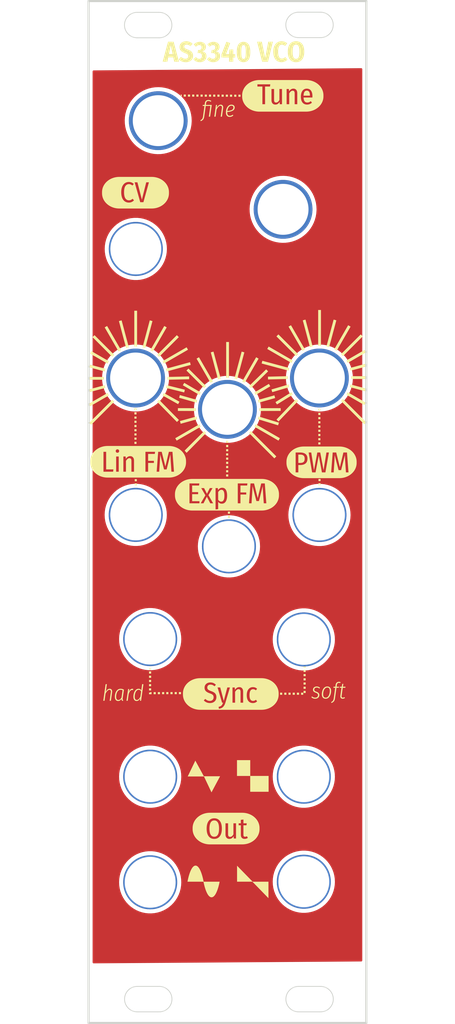
<source format=kicad_pcb>
(kicad_pcb (version 20211014) (generator pcbnew)
  (layers (0 "F.Cu" signal) (31 "B.Cu" signal) (34 "B.Paste" user) (35 "F.Paste" user) (36 "B.SilkS" user "B.Silkscreen") (37 "F.SilkS" user "F.Silkscreen") (38 "B.Mask" user) (39 "F.Mask" user) (44 "Edge.Cuts" user))
  (net 0 "")
  (footprint "Library:MountingHole_6.4mm_M6_MiniPad_TopBottom" (layer "F.Cu") (at 102.5 150.7)
    (fp_text reference "REF**" hide)
    (fp_text value "MountingHole_6.4mm_M6_MiniPad_TopBottom")
    (pad "1" thru_hole circle (at 0 0) (size 6.8 6.8) (drill 6.4) (layers *.Cu *.Mask))
    (pad "1" connect circle (at 0 0) (size 6.4 6.4) (layers "B.Cu" "B.Mask"))
    (pad "1" connect circle (at 0 0) (size 6.4 6.4) (layers "F.Cu" "F.Mask"))
  )
  (footprint "Library:MountingHole_7.2mm_Pad_TopBottom" (layer "F.Cu") (at 103.51 54.93)
    (fp_text reference "GND" hide)
    (fp_text value "MountingHole_7.2mm_Pad_TopBottom")
    (pad "1" connect circle (at 0 0) (size 7.4 7.4) (layers "F.Cu" "F.Mask"))
    (pad "1" connect circle (at 0 0) (size 7.4 7.4) (layers "B.Cu" "B.Mask"))
    (pad "1" thru_hole circle (at 0 0) (size 7.2 7.2) (drill 6.4) (layers *.Cu *.Mask))
  )
  (footprint "Library:MountingHole_6.4mm_M6_MiniPad_TopBottom" (layer "F.Cu") (at 121.83 120.16)
    (fp_text reference "REF**" hide)
    (fp_text value "MountingHole_6.4mm_M6_MiniPad_TopBottom")
    (pad "1" thru_hole circle (at 0 0) (size 6.8 6.8) (drill 6.4) (layers *.Cu *.Mask))
    (pad "1" connect circle (at 0 0) (size 6.4 6.4) (layers "B.Cu" "B.Mask"))
    (pad "1" connect circle (at 0 0) (size 6.4 6.4) (layers "F.Cu" "F.Mask"))
  )
  (footprint "Library:MountingHole_7.2mm_Pad_TopBottom" (layer "F.Cu") (at 123.79 87.29)
    (fp_text reference "GND" hide)
    (fp_text value "MountingHole_7.2mm_Pad_TopBottom")
    (pad "1" connect circle (at 0 0) (size 7.4 7.4) (layers "F.Cu" "F.Mask"))
    (pad "1" connect circle (at 0 0) (size 7.4 7.4) (layers "B.Cu" "B.Mask"))
    (pad "1" thru_hole circle (at 0 0) (size 7.2 7.2) (drill 6.4) (layers *.Cu *.Mask))
  )
  (footprint "Library:MountingHole_7.2mm_Pad_TopBottom" (layer "F.Cu") (at 119.22 66.08)
    (fp_text reference "GND" hide)
    (fp_text value "MountingHole_7.2mm_Pad_TopBottom")
    (pad "1" connect circle (at 0 0) (size 7.4 7.4) (layers "F.Cu" "F.Mask"))
    (pad "1" connect circle (at 0 0) (size 7.4 7.4) (layers "B.Cu" "B.Mask"))
    (pad "1" thru_hole circle (at 0 0) (size 7.2 7.2) (drill 6.4) (layers *.Cu *.Mask))
  )
  (footprint "Library:MountingHole_6.4mm_M6_MiniPad_TopBottom" (layer "F.Cu") (at 121.83 137.42)
    (fp_text reference "REF**" hide)
    (fp_text value "MountingHole_6.4mm_M6_MiniPad_TopBottom")
    (pad "1" thru_hole circle (at 0 0) (size 6.8 6.8) (drill 6.4) (layers *.Cu *.Mask))
    (pad "1" connect circle (at 0 0) (size 6.4 6.4) (layers "B.Cu" "B.Mask"))
    (pad "1" connect circle (at 0 0) (size 6.4 6.4) (layers "F.Cu" "F.Mask"))
  )
  (footprint "Library:MountingHole_6.4mm_M6_MiniPad_TopBottom" (layer "F.Cu") (at 100.68 104.5)
    (fp_text reference "REF**" hide)
    (fp_text value "MountingHole_6.4mm_M6_MiniPad_TopBottom")
    (pad "1" thru_hole circle (at 0 0) (size 6.8 6.8) (drill 6.4) (layers *.Cu *.Mask))
    (pad "1" connect circle (at 0 0) (size 6.4 6.4) (layers "B.Cu" "B.Mask"))
    (pad "1" connect circle (at 0 0) (size 6.4 6.4) (layers "F.Cu" "F.Mask"))
  )
  (footprint "Library:MountingHole_6.4mm_M6_MiniPad_TopBottom" (layer "F.Cu") (at 102.5 120.12)
    (fp_text reference "REF**" hide)
    (fp_text value "MountingHole_6.4mm_M6_MiniPad_TopBottom")
    (pad "1" thru_hole circle (at 0 0) (size 6.8 6.8) (drill 6.4) (layers *.Cu *.Mask))
    (pad "1" connect circle (at 0 0) (size 6.4 6.4) (layers "B.Cu" "B.Mask"))
    (pad "1" connect circle (at 0 0) (size 6.4 6.4) (layers "F.Cu" "F.Mask"))
  )
  (footprint "Library:MountingHole_6.4mm_M6_MiniPad_TopBottom" (layer "F.Cu") (at 100.69 71.06)
    (fp_text reference "REF**" hide)
    (fp_text value "MountingHole_6.4mm_M6_MiniPad_TopBottom")
    (pad "1" thru_hole circle (at 0 0) (size 6.8 6.8) (drill 6.4) (layers *.Cu *.Mask))
    (pad "1" connect circle (at 0 0) (size 6.4 6.4) (layers "B.Cu" "B.Mask"))
    (pad "1" connect circle (at 0 0) (size 6.4 6.4) (layers "F.Cu" "F.Mask"))
  )
  (footprint "Library:MountingHole_7.2mm_Pad_TopBottom" (layer "F.Cu") (at 112.22 91.23)
    (fp_text reference "GND" hide)
    (fp_text value "MountingHole_7.2mm_Pad_TopBottom")
    (pad "1" connect circle (at 0 0) (size 7.4 7.4) (layers "F.Cu" "F.Mask"))
    (pad "1" connect circle (at 0 0) (size 7.4 7.4) (layers "B.Cu" "B.Mask"))
    (pad "1" thru_hole circle (at 0 0) (size 7.2 7.2) (drill 6.4) (layers *.Cu *.Mask))
  )
  (footprint "Library:MountingHole_6.4mm_M6_MiniPad_TopBottom" (layer "F.Cu") (at 112.41 108.46)
    (fp_text reference "REF**" hide)
    (fp_text value "MountingHole_6.4mm_M6_MiniPad_TopBottom")
    (pad "1" thru_hole circle (at 0 0) (size 6.8 6.8) (drill 6.4) (layers *.Cu *.Mask))
    (pad "1" connect circle (at 0 0) (size 6.4 6.4) (layers "B.Cu" "B.Mask"))
    (pad "1" connect circle (at 0 0) (size 6.4 6.4) (layers "F.Cu" "F.Mask"))
  )
  (footprint "Library:MountingHole_7.2mm_Pad_TopBottom" (layer "F.Cu") (at 100.66 87.29)
    (fp_text reference "GND" hide)
    (fp_text value "MountingHole_7.2mm_Pad_TopBottom")
    (pad "1" connect circle (at 0 0) (size 7.4 7.4) (layers "F.Cu" "F.Mask"))
    (pad "1" connect circle (at 0 0) (size 7.4 7.4) (layers "B.Cu" "B.Mask"))
    (pad "1" thru_hole circle (at 0 0) (size 7.2 7.2) (drill 6.4) (layers *.Cu *.Mask))
  )
  (footprint "Library:MountingHole_6.4mm_M6_MiniPad_TopBottom" (layer "F.Cu") (at 102.5 137.42)
    (fp_text reference "REF**" hide)
    (fp_text value "MountingHole_6.4mm_M6_MiniPad_TopBottom")
    (pad "1" thru_hole circle (at 0 0) (size 6.8 6.8) (drill 6.4) (layers *.Cu *.Mask))
    (pad "1" connect circle (at 0 0) (size 6.4 6.4) (layers "B.Cu" "B.Mask"))
    (pad "1" connect circle (at 0 0) (size 6.4 6.4) (layers "F.Cu" "F.Mask"))
  )
  (footprint "Library:MountingHole_6.4mm_M6_MiniPad_TopBottom" (layer "F.Cu") (at 121.83 150.63)
    (fp_text reference "REF**" hide)
    (fp_text value "MountingHole_6.4mm_M6_MiniPad_TopBottom")
    (pad "1" thru_hole circle (at 0 0) (size 6.8 6.8) (drill 6.4) (layers *.Cu *.Mask))
    (pad "1" connect circle (at 0 0) (size 6.4 6.4) (layers "B.Cu" "B.Mask"))
    (pad "1" connect circle (at 0 0) (size 6.4 6.4) (layers "F.Cu" "F.Mask"))
  )
  (footprint "Library:MountingHole_6.4mm_M6_MiniPad_TopBottom" (layer "F.Cu") (at 123.8 104.51)
    (fp_text reference "REF**" hide)
    (fp_text value "MountingHole_6.4mm_M6_MiniPad_TopBottom")
    (pad "1" thru_hole circle (at 0 0) (size 6.8 6.8) (drill 6.4) (layers *.Cu *.Mask))
    (pad "1" connect circle (at 0 0) (size 6.4 6.4) (layers "B.Cu" "B.Mask"))
    (pad "1" connect circle (at 0 0) (size 6.4 6.4) (layers "F.Cu" "F.Mask"))
  )
  (gr_poly (pts (xy 115.391653 150.622163) (xy 113.430925 150.62481) (xy 113.430925 148.612893)) (layer "F.SilkS") (width 0) (fill solid))
  (gr_poly (pts (xy 110.213814 139.392412) (xy 109.255563 137.364672) (xy 111.298458 137.364672)) (layer "F.SilkS") (width 0) (fill solid))
  (gr_poly (pts (xy 119.083614 44.942559) (xy 119.10991 44.943906) (xy 119.135837 44.945791) (xy 119.161396 44.948216) (xy 119.186586 44.951179) (xy 119.211407 44.954681) (xy 119.23586 44.958721) (xy 119.259945 44.9633) (xy 119.283661 44.968418) (xy 119.307008 44.974075) (xy 119.329987 44.98027) (xy 119.352598 44.987004) (xy 119.37484 44.994276) (xy 119.396713 45.002087) (xy 119.418218 45.010437) (xy 119.439467 45.019325) (xy 119.460575 45.028752) (xy 119.481541 45.038718) (xy 119.502365 45.049223) (xy 119.523047 45.060266) (xy 119.543588 45.071848) (xy 119.563987 45.083969) (xy 119.584244 45.096629) (xy 119.60436 45.109827) (xy 119.624333 45.123564) (xy 119.644165 45.137839) (xy 119.663856 45.152653) (xy 119.683404 45.168006) (xy 119.702811 45.183897) (xy 119.722076 45.200328) (xy 119.741199 45.217296) (xy 119.465396 45.540274) (xy 119.453148 45.53001) (xy 119.4409 45.520086) (xy 119.428652 45.510502) (xy 119.416404 45.501259) (xy 119.404156 45.492356) (xy 119.391908 45.483793) (xy 119.37966 45.475571) (xy 119.367412 45.467689) (xy 119.355164 45.460147) (xy 119.342917 45.452945) (xy 119.330669 45.446084) (xy 119.318421 45.439562) (xy 119.306173 45.433381) (xy 119.293925 45.427541) (xy 119.281677 45.42204) (xy 119.26943 45.41688) (xy 119.257578 45.411606) (xy 119.245614 45.406673) (xy 119.233536 45.40208) (xy 119.221345 45.397827) (xy 119.20904 45.393914) (xy 119.196622 45.390342) (xy 119.184091 45.387111) (xy 119.171446 45.384219) (xy 119.158688 45.381668) (xy 119.145817 45.379457) (xy 119.132832 45.377586) (xy 119.119733 45.376055) (xy 119.106521 45.374865) (xy 119.093196 45.374015) (xy 119.079758 45.373504) (xy 119.066206 45.373334) (xy 119.037181 45.374196) (xy 119.009077 45.376779) (xy 118.981895 45.381085) (xy 118.955634 45.387113) (xy 118.930295 45.394864) (xy 118.905877 45.404337) (xy 118.882381 45.415532) (xy 118.859806 45.42845) (xy 118.838153 45.44309) (xy 118.817421 45.459453) (xy 118.79761 45.477537) (xy 118.778721 45.497345) (xy 118.760754 45.518874) (xy 118.743707 45.542126) (xy 118.727583 45.5671) (xy 118.712379 45.593797) (xy 118.698097 45.622216) (xy 118.684737 45.652357) (xy 118.672297 45.684221) (xy 118.66078 45.717807) (xy 118.650183 45.753116) (xy 118.640509 45.790147) (xy 118.631755 45.8289) (xy 118.623923 45.869375) (xy 118.617013 45.911573) (xy 118.611024 45.955494) (xy 118.605956 46.001136) (xy 118.601809 46.048501) (xy 118.598584 46.097589) (xy 118.596281 46.148399) (xy 118.594899 46.200931) (xy 118.594438 46.255185) (xy 118.596295 46.36109) (xy 118.601866 46.460163) (xy 118.611151 46.552403) (xy 118.62415 46.637811) (xy 118.640863 46.716386) (xy 118.661291 46.788128) (xy 118.685432 46.853038) (xy 118.713287 46.911116) (xy 118.744857 46.96236) (xy 118.762034 46.98542) (xy 118.78014 47.006772) (xy 118.799175 47.026416) (xy 118.819138 47.044352) (xy 118.840029 47.06058) (xy 118.861849 47.075099) (xy 118.884598 47.08791) (xy 118.908275 47.099013) (xy 118.932881 47.108408) (xy 118.958415 47.116095) (xy 118.984878 47.122074) (xy 119.012269 47.126344) (xy 119.040589 47.128906) (xy 119.069837 47.12976) (xy 119.085147 47.129576) (xy 119.10023 47.129023) (xy 119.115086 47.128101) (xy 119.129715 47.126811) (xy 119.144117 47.125153) (xy 119.158293 47.123125) (xy 119.172242 47.12073) (xy 119.185963 47.117966) (xy 119.199459 47.114833) (xy 119.212727 47.111332) (xy 119.225768 47.107462) (xy 119.238583 47.103224) (xy 119.251171 47.098618) (xy 119.263532 47.093643) (xy 119.275667 47.0883) (xy 119.287574 47.082589) (xy 119.312411 47.069207) (xy 119.337927 47.054464) (xy 119.364124 47.038361) (xy 119.391001 47.020896) (xy 119.418558 47.002071) (xy 119.446795 46.981885) (xy 119.475713 46.960337) (xy 119.505312 46.937427) (xy 119.766599 47.256779) (xy 119.749602 47.274271) (xy 119.73218 47.291367) (xy 119.714333 47.308065) (xy 119.69606 47.324367) (xy 119.677362 47.340272) (xy 119.658239 47.35578) (xy 119.638691 47.370891) (xy 119.618717 47.385605) (xy 119.598318 47.399922) (xy 119.577494 47.413843) (xy 119.556245 47.427367) (xy 119.53457 47.440493) (xy 119.51247 47.453223) (xy 119.489945 47.465557) (xy 119.466994 47.477493) (xy 119.443618 47.489032) (xy 119.420328 47.500019) (xy 119.396725 47.510297) (xy 119.372811 47.519866) (xy 119.348585 47.528725) (xy 119.324047 47.536877) (xy 119.299197 47.544319) (xy 119.274035 47.551052) (xy 119.248561 47.557077) (xy 119.222775 47.562392) (xy 119.196678 47.566999) (xy 119.170268 47.570898) (xy 119.143547 47.574087) (xy 119.116514 47.576567) (xy 119.089168 47.578339) (xy 119.061511 47.579402) (xy 119.033542 47.579757) (xy 118.994389 47.579176) (xy 118.955859 47.577432) (xy 118.917953 47.574525) (xy 118.880671 47.570457) (xy 118.844012 47.565225) (xy 118.807977 47.558832) (xy 118.772566 47.551276) (xy 118.737779 47.542557) (xy 118.703615 47.532676) (xy 118.670076 47.521632) (xy 118.63716 47.509427) (xy 118.604868 47.496058) (xy 118.573199 47.481528) (xy 118.542155 47.465834) (xy 118.511734 47.448979) (xy 118.481937 47.430961) (xy 118.453301 47.411782) (xy 118.42546 47.391441) (xy 118.398412 47.369937) (xy 118.372158 47.34727) (xy 118.346699 47.323441) (xy 118.322033 47.298449) (xy 118.298161 47.272294) (xy 118.275083 47.244977) (xy 118.252799 47.216498) (xy 118.231309 47.186856) (xy 118.210612 47.156052) (xy 118.19071 47.124086) (xy 118.171602 47.090957) (xy 118.153287 47.056666) (xy 118.135766 47.021213) (xy 118.119039 46.984598) (xy 118.103219 46.946875) (xy 118.088419 46.908104) (xy 118.07464 46.868284) (xy 118.061882 46.827415) (xy 118.050144 46.785498) (xy 118.039427 46.742531) (xy 118.029731 46.698515) (xy 118.021056 46.653451) (xy 118.013401 46.607337) (xy 118.006767 46.560175) (xy 118.001153 46.511963) (xy 117.99656 46.462703) (xy 117.992988 46.412393) (xy 117.990437 46.361034) (xy 117.988906 46.308626) (xy 117.988395 46.255169) (xy 117.98892 46.203046) (xy 117.990493 46.151915) (xy 117.993116 46.101776) (xy 117.996787 46.05263) (xy 118.001507 46.004476) (xy 118.007277 45.957313) (xy 118.014095 45.911143) (xy 118.021963 45.865966) (xy 118.030879 45.82178) (xy 118.040845 45.778586) (xy 118.051859 45.736384) (xy 118.063923 45.695175) (xy 118.077035 45.654958) (xy 118.091197 45.615732) (xy 118.106407 45.577499) (xy 118.122667 45.540257) (xy 118.139834 45.503642) (xy 118.157766 45.468189) (xy 118.176463 45.433898) (xy 118.195926 45.400769) (xy 118.216155 45.368803) (xy 118.237149 45.337999) (xy 118.258909 45.308357) (xy 118.281434 45.279878) (xy 118.304725 45.252561) (xy 118.328781 45.226407) (xy 118.353603 45.201415) (xy 118.379191 45.177586) (xy 118.405544 45.154919) (xy 118.432662 45.133415) (xy 118.460547 45.113073) (xy 118.489196 45.093895) (xy 118.518951 45.075438) (xy 118.549244 45.058173) (xy 118.580076 45.042098) (xy 118.611446 45.027214) (xy 118.643356 45.01352) (xy 118.675804 45.001018) (xy 118.708791 44.989706) (xy 118.742316 44.979585) (xy 118.77638 44.970654) (xy 118.810983 44.962914) (xy 118.846125 44.956365) (xy 118.881805 44.951007) (xy 118.918024 44.946839) (xy 118.954781 44.943863) (xy 118.992078 44.942077) (xy 119.029913 44.941481) (xy 119.029916 44.941481)) (layer "F.SilkS") (width 0) (fill solid))
  (gr_poly (pts (xy 100.781293 95.046448) (xy 100.51671 95.046448) (xy 100.51671 94.781865) (xy 100.781293 94.781865)) (layer "F.SilkS") (width 0) (fill solid))
  (gr_poly (pts (xy 108.27162 148.605852) (xy 108.331603 148.623277) (xy 108.38967 148.651019) (xy 108.445816 148.688338) (xy 108.500039 148.734497) (xy 108.552334 148.788757) (xy 108.602699 148.850381) (xy 108.65113 148.918629) (xy 108.697625 148.992765) (xy 108.742178 149.072049) (xy 108.82545 149.24311) (xy 108.90092 149.425909) (xy 108.968559 149.614537) (xy 109.028343 149.803091) (xy 109.080242 149.985665) (xy 109.160283 150.309249) (xy 109.224574 150.62481) (xy 111.238585 150.62481) (xy 111.174293 150.930347) (xy 111.094252 151.243652) (xy 111.042353 151.420426) (xy 110.982569 151.60299) (xy 110.914929 151.785627) (xy 110.83946 151.962617) (xy 110.756188 152.128244) (xy 110.711634 152.205009) (xy 110.66514 152.276789) (xy 110.616709 152.342869) (xy 110.566344 152.402535) (xy 110.514048 152.455071) (xy 110.459825 152.499763) (xy 110.403679 152.535896) (xy 110.345613 152.562755) (xy 110.285629 152.579626) (xy 110.223732 152.585794) (xy 110.161825 152.580712) (xy 110.101811 152.564789) (xy 110.043697 152.538747) (xy 109.987485 152.503307) (xy 109.933182 152.45919) (xy 109.880792 152.407119) (xy 109.830319 152.347814) (xy 109.781768 152.281997) (xy 109.735143 152.21039) (xy 109.690451 152.133714) (xy 109.606878 151.968042) (xy 109.531088 151.790753) (xy 109.463116 151.607619) (xy 109.403002 151.424413) (xy 109.350781 151.246907) (xy 109.270171 150.932083) (xy 109.205324 150.62481) (xy 107.191315 150.62481) (xy 107.256162 150.307456) (xy 107.336772 149.982302) (xy 107.388992 149.798971) (xy 107.449107 149.609754) (xy 107.517078 149.420611) (xy 107.592869 149.237505) (xy 107.676441 149.066396) (xy 107.721134 148.987204) (xy 107.767758 148.913248) (xy 107.816309 148.845271) (xy 107.866782 148.78402) (xy 107.919173 148.73024) (xy 107.973476 148.684675) (xy 108.029687 148.648072) (xy 108.087802 148.621175) (xy 108.147815 148.60473) (xy 108.209723 148.599481)) (layer "F.SilkS") (width 0) (fill solid))
  (gr_poly (pts (xy 110.163287 51.652398) (xy 110.162581 51.916981) (xy 109.897997 51.916271) (xy 109.898703 51.651687)) (layer "F.SilkS") (width 0) (fill solid))
  (gr_poly (pts (xy 104.260262 127.046812) (xy 103.995678 127.047513) (xy 103.994301 126.782926) (xy 104.258885 126.782224)) (layer "F.SilkS") (width 0) (fill solid))
  (gr_poly (pts (xy 100.781293 92.400613) (xy 100.51671 92.400613) (xy 100.51671 92.136029) (xy 100.781293 92.136029)) (layer "F.SilkS") (width 0) (fill solid))
  (gr_poly (pts (xy 108.04662 51.647457) (xy 108.045914 51.912039) (xy 107.781331 51.911329) (xy 107.782036 51.646745)) (layer "F.SilkS") (width 0) (fill solid))
  (gr_poly (pts (xy 112.32 95.972914) (xy 112.055417 95.972914) (xy 112.055417 95.708331) (xy 112.32 95.708331)) (layer "F.SilkS") (width 0) (fill solid))
  (gr_poly (pts (xy 101.646912 125.796033) (xy 101.353401 127.873182) (xy 101.217934 127.873182) (xy 101.240511 127.579671) (xy 101.217261 127.618974) (xy 101.193372 127.655741) (xy 101.168842 127.689973) (xy 101.143674 127.721668) (xy 101.117866 127.750828) (xy 101.091419 127.777453) (xy 101.064332 127.801541) (xy 101.036606 127.823094) (xy 101.00824 127.842111) (xy 100.979235 127.858593) (xy 100.949591 127.872539) (xy 100.934529 127.878561) (xy 100.919307 127.883949) (xy 100.903926 127.888703) (xy 100.888384 127.892823) (xy 100.872683 127.89631) (xy 100.856822 127.899162) (xy 100.82462 127.902966) (xy 100.791778 127.904234) (xy 100.768462 127.903671) (xy 100.745785 127.901985) (xy 100.723747 127.899174) (xy 100.702349 127.895238) (xy 100.681591 127.890178) (xy 100.661471 127.883994) (xy 100.641991 127.876685) (xy 100.623151 127.868251) (xy 100.60495 127.858693) (xy 100.587388 127.848011) (xy 100.570466 127.836203) (xy 100.554183 127.823272) (xy 100.538539 127.809215) (xy 100.523535 127.794034) (xy 100.509171 127.777728) (xy 100.495445 127.760297) (xy 100.482459 127.741534) (xy 100.47031 127.721932) (xy 100.458999 127.701492) (xy 100.448526 127.680215) (xy 100.43889 127.658099) (xy 100.430093 127.635146) (xy 100.422133 127.611355) (xy 100.415012 127.586727) (xy 100.408728 127.56126) (xy 100.403282 127.534956) (xy 100.398674 127.507814) (xy 100.394903 127.479835) (xy 100.391971 127.451018) (xy 100.389876 127.421363) (xy 100.388619 127.39087) (xy 100.388276 127.365186) (xy 100.55189 127.365186) (xy 100.552155 127.389517) (xy 100.552948 127.413121) (xy 100.554271 127.435997) (xy 100.556123 127.458145) (xy 100.558505 127.479566) (xy 100.561415 127.500259) (xy 100.564855 127.520225) (xy 100.568823 127.539463) (xy 100.573321 127.557973) (xy 100.578348 127.575756) (xy 100.583904 127.592811) (xy 100.58999 127.609139) (xy 100.596604 127.624739) (xy 100.603748 127.639611) (xy 100.611421 127.653756) (xy 100.619623 127.667173) (xy 100.628663 127.679818) (xy 100.638144 127.691648) (xy 100.648066 127.702661) (xy 100.658428 127.712858) (xy 100.663775 127.717651) (xy 100.669232 127.722239) (xy 100.674799 127.726624) (xy 100.680477 127.730805) (xy 100.686265 127.734781) (xy 100.692163 127.738554) (xy 100.698171 127.742123) (xy 100.70429 127.745488) (xy 100.710518 127.748649) (xy 100.716857 127.751605) (xy 100.723306 127.754358) (xy 100.729866 127.756907) (xy 100.736535 127.759252) (xy 100.743315 127.761393) (xy 100.757206 127.765064) (xy 100.771538 127.767919) (xy 100.78631 127.769958) (xy 100.801524 127.771181) (xy 100.817178 127.771589) (xy 100.833649 127.771181) (xy 100.849898 127.769958) (xy 100.865928 127.767919) (xy 100.881737 127.765064) (xy 100.897325 127.761393) (xy 100.912693 127.756907) (xy 100.92784 127.751605) (xy 100.942767 127.745488) (xy 100.957474 127.738554) (xy 100.97196 127.730805) (xy 100.986225 127.722239) (xy 101.00027 127.712858) (xy 101.014095 127.702661) (xy 101.027699 127.691648) (xy 101.041082 127.679818) (xy 101.054245 127.667173) (xy 101.06732 127.653745) (xy 101.080439 127.639567) (xy 101.093602 127.62464) (xy 101.106809 127.608964) (xy 101.12006 127.592538) (xy 101.133356 127.575362) (xy 101.146695 127.557437) (xy 101.160079 127.538762) (xy 101.173506 127.519337) (xy 101.186978 127.499163) (xy 101.200494 127.478239) (xy 101.214054 127.456565) (xy 101.227658 127.434141) (xy 101.241306 127.410968) (xy 101.268735 127.362371) (xy 101.359046 126.718908) (xy 101.352949 126.706042) (xy 101.346654 126.693551) (xy 101.340161 126.681434) (xy 101.333469 126.669693) (xy 101.326579 126.658326) (xy 101.319491 126.647334) (xy 101.312203 126.636717) (xy 101.304718 126.626475) (xy 101.297034 126.616608) (xy 101.289152 126.607115) (xy 101.281071 126.597998) (xy 101.272792 126.589255) (xy 101.264314 126.580888) (xy 101.255638 126.572895) (xy 101.246763 126.565277) (xy 101.237691 126.558034) (xy 101.228706 126.550857) (xy 101.21939 126.544144) (xy 101.209744 126.537893) (xy 101.199767 126.532105) (xy 101.189459 126.52678) (xy 101.17882 126.521919) (xy 101.167851 126.51752) (xy 101.156551 126.513585) (xy 101.14492 126.510112) (xy 101.132959 126.507103) (xy 101.120667 126.504556) (xy 101.108044 126.502473) (xy 101.095091 126.500853) (xy 101.081806 126.499695) (xy 101.068191 126.499001) (xy 101.054245 126.498769) (xy 101.033299 126.499298) (xy 101.012794 126.500886) (xy 100.99273 126.503531) (xy 100.973107 126.507235) (xy 100.953924 126.511997) (xy 100.935183 126.517818) (xy 100.916883 126.524696) (xy 100.899024 126.532633) (xy 100.881605 126.541629) (xy 100.864628 126.551682) (xy 100.848091 126.562794) (xy 100.831996 126.574964) (xy 100.816341 126.588193) (xy 100.801128 126.60248) (xy 100.786355 126.617825) (xy 100.772024 126.634229) (xy 100.758144 126.651417) (xy 100.744727 126.669112) (xy 100.731774 126.687313) (xy 100.719283 126.706021) (xy 100.707256 126.725236) (xy 100.695691 126.744958) (xy 100.68459 126.765187) (xy 100.673951 126.785924) (xy 100.663776 126.807167) (xy 100.654063 126.828917) (xy 100.644814 126.851174) (xy 100.636028 126.873938) (xy 100.627704 126.89721) (xy 100.619844 126.920988) (xy 100.612447 126.945274) (xy 100.605512 126.970068) (xy 100.592945 127.020078) (xy 100.582053 127.06991) (xy 100.572836 127.119565) (xy 100.565296 127.169043) (xy 100.559431 127.218344) (xy 100.555241 127.267468) (xy 100.552728 127.316415) (xy 100.55189 127.365186) (xy 100.388276 127.365186) (xy 100.3882 127.359541) (xy 100.389303 127.303054) (xy 100.39261 127.246479) (xy 100.398122 127.189815) (xy 100.405839 127.133063) (xy 100.415761 127.076222) (xy 100.427888 127.019294) (xy 100.44222 126.962277) (xy 100.458756 126.905172) (xy 100.467873 126.876552) (xy 100.477586 126.848549) (xy 100.487893 126.821163) (xy 100.498796 126.794396) (xy 100.510295 126.768246) (xy 100.522388 126.742713) (xy 100.535077 126.717798) (xy 100.548362 126.6935) (xy 100.562241 126.66982) (xy 100.576716 126.646757) (xy 100.591786 126.624312) (xy 100.607452 126.602484) (xy 100.623713 126.581273) (xy 100.640569 126.56068) (xy 100.65802 126.540703) (xy 100.676067 126.521345) (xy 100.694687 126.502548) (xy 100.713858 126.484963) (xy 100.733581 126.468591) (xy 100.753855 126.453433) (xy 100.77468 126.439486) (xy 100.796056 126.426753) (xy 100.817983 126.415232) (xy 100.840462 126.404924) (xy 100.863491 126.395829) (xy 100.887072 126.387946) (xy 100.911205 126.381276) (xy 100.935888 126.375819) (xy 100.961123 126.371574) (xy 100.986908 126.368543) (xy 101.013245 126.366723) (xy 101.040134 126.366117) (xy 101.067926 126.366889) (xy 101.094858 126.369204) (xy 101.12093 126.373063) (xy 101.146143 126.378465) (xy 101.170496 126.38541) (xy 101.193988 126.393899) (xy 101.216621 126.403931) (xy 101.238394 126.415507) (xy 101.259307 126.428626) (xy 101.279361 126.443288) (xy 101.298554 126.459493) (xy 101.316887 126.477241) (xy 101.334361 126.496532) (xy 101.350975 126.517367) (xy 101.366728 126.539744) (xy 101.381622 126.563665) (xy 101.488867 125.776273)) (layer "F.SilkS") (width 0) (fill solid))
  (gr_poly (pts (xy 97.972276 84.376561) (xy 97.722851 84.625985) (xy 95.247894 82.151032) (xy 95.497319 81.901604)) (layer "F.SilkS") (width 0) (fill solid))
  (gr_poly (pts (xy 110.497925 45.014389) (xy 110.526234 45.015367) (xy 110.554061 45.016997) (xy 110.581406 45.019279) (xy 110.608269 45.022214) (xy 110.63465 45.025801) (xy 110.660549 45.03004) (xy 110.685966 45.034931) (xy 110.710901 45.040474) (xy 110.735354 45.046669) (xy 110.759325 45.053517) (xy 110.782815 45.061016) (xy 110.805822 45.069168) (xy 110.828347 45.077972) (xy 110.85039 45.087428) (xy 110.871952 45.097536) (xy 110.893385 45.108211) (xy 110.914138 45.119368) (xy 110.934211 45.131006) (xy 110.953603 45.143126) (xy 110.972315 45.155728) (xy 110.990347 45.168812) (xy 111.007698 45.182377) (xy 111.024369 45.196425) (xy 111.040359 45.210954) (xy 111.055669 45.225965) (xy 111.070298 45.241458) (xy 111.084247 45.257434) (xy 111.097516 45.273891) (xy 111.110104 45.290831) (xy 111.122012 45.308252) (xy 111.133239 45.326156) (xy 111.144225 45.343975) (xy 111.154503 45.36205) (xy 111.164071 45.380379) (xy 111.172931 45.398964) (xy 111.181082 45.417803) (xy 111.188524 45.436898) (xy 111.195257 45.456248) (xy 111.201282 45.475853) (xy 111.206597 45.495713) (xy 111.211204 45.515828) (xy 111.215103 45.536199) (xy 111.218292 45.556825) (xy 111.220773 45.577706) (xy 111.222545 45.598843) (xy 111.223608 45.620235) (xy 111.223962 45.641882) (xy 111.22212 45.696459) (xy 111.216591 45.748597) (xy 111.212445 45.773751) (xy 111.207377 45.798297) (xy 111.201388 45.822232) (xy 111.194477 45.845558) (xy 111.186645 45.868275) (xy 111.177891 45.890382) (xy 111.168217 45.911879) (xy 111.15762 45.932767) (xy 111.146103 45.953045) (xy 111.133663 45.972714) (xy 111.120303 45.991773) (xy 111.106021 46.010222) (xy 111.090818 46.028062) (xy 111.074693 46.045293) (xy 111.057646 46.061914) (xy 111.039679 46.077925) (xy 111.02079 46.093327) (xy 111.000979 46.108119) (xy 110.980247 46.122302) (xy 110.958594 46.135875) (xy 110.912523 46.161192) (xy 110.862766 46.184072) (xy 110.809324 46.204513) (xy 110.752196 46.222516) (xy 110.783085 46.226614) (xy 110.813151 46.231647) (xy 110.842396 46.237617) (xy 110.870818 46.244521) (xy 110.898418 46.252361) (xy 110.925196 46.261136) (xy 110.951152 46.270847) (xy 110.976286 46.281493) (xy 111.000597 46.293075) (xy 111.024087 46.305592) (xy 111.046754 46.319045) (xy 111.068599 46.333433) (xy 111.089621 46.348756) (xy 111.109822 46.365015) (xy 111.1292 46.382209) (xy 111.147756 46.400339) (xy 111.165774 46.418994) (xy 111.182629 46.43867) (xy 111.198321 46.459366) (xy 111.212852 46.481083) (xy 111.226219 46.503821) (xy 111.238425 46.527579) (xy 111.249468 46.552358) (xy 111.259348 46.578158) (xy 111.268066 46.604978) (xy 111.275622 46.632819) (xy 111.282015 46.661681) (xy 111.287246 46.691563) (xy 111.291314 46.722466) (xy 111.29422 46.75439) (xy 111.295963 46.787335) (xy 111.296545 46.8213) (xy 111.296148 46.847028) (xy 111.294957 46.872501) (xy 111.292972 46.897719) (xy 111.290194 46.922682) (xy 111.286622 46.94739) (xy 111.282255 46.971844) (xy 111.277095 46.996042) (xy 111.271142 47.019985) (xy 111.264394 47.043673) (xy 111.256852 47.067106) (xy 111.248517 47.090285) (xy 111.239388 47.113208) (xy 111.229465 47.135876) (xy 111.218748 47.158289) (xy 111.207237 47.180446) (xy 111.194933 47.202349) (xy 111.182302 47.223414) (xy 111.168906 47.243968) (xy 111.154745 47.264012) (xy 111.139818 47.283546) (xy 111.124125 47.302569) (xy 111.107667 47.321083) (xy 111.090443 47.339086) (xy 111.072454 47.356579) (xy 111.0537 47.373561) (xy 111.03418 47.390033) (xy 111.013894 47.405995) (xy 110.992843 47.421446) (xy 110.971027 47.436387) (xy 110.948445 47.450818) (xy 110.925098 47.464738) (xy 110.900985 47.478148) (xy 110.876646 47.490452) (xy 110.85171 47.501962) (xy 110.82618 47.512678) (xy 110.800054 47.522601) (xy 110.773333 47.53173) (xy 110.746016 47.540065) (xy 110.718104 47.547606) (xy 110.689596 47.554354) (xy 110.660494 47.560307) (xy 110.630795 47.565467) (xy 110.600502 47.569834) (xy 110.569613 47.573406) (xy 110.538128 47.576184) (xy 110.506049 47.578169) (xy 110.473374 47.57936) (xy 110.440103 47.579757) (xy 110.40903 47.579388) (xy 110.37841 47.578283) (xy 110.348244 47.57644) (xy 110.318532 47.57386) (xy 110.289273 47.570543) (xy 110.260468 47.566489) (xy 110.232117 47.561698) (xy 110.204219 47.556169) (xy 110.176774 47.549904) (xy 110.149784 47.542901) (xy 110.123247 47.535162) (xy 110.097164 47.526685) (xy 110.071534 47.517471) (xy 110.046358 47.50752) (xy 110.021635 47.496832) (xy 109.997366 47.485407) (xy 109.973495 47.473272) (xy 109.949963 47.460456) (xy 109.926772 47.44696) (xy 109.90392 47.432785) (xy 109.88141 47.417928) (xy 109.859239 47.402392) (xy 109.837408 47.386175) (xy 109.815918 47.369278) (xy 109.794767 47.3517) (xy 109.773957 47.333442) (xy 109.753487 47.314503) (xy 109.733358 47.294884) (xy 109.713568 47.274584) (xy 109.694119 47.253603) (xy 109.67501 47.231942) (xy 109.656241 47.209601) (xy 109.957449 46.930176) (xy 109.986197 46.959095) (xy 110.014378 46.985972) (xy 110.041993 47.010807) (xy 110.055587 47.022459) (xy 110.06904 47.033601) (xy 110.082351 47.044232) (xy 110.09552 47.054353) (xy 110.108547 47.063964) (xy 110.121433 47.073064) (xy 110.134177 47.081655) (xy 110.146779 47.089735) (xy 110.159239 47.097306) (xy 110.171558 47.104366) (xy 110.184345 47.110518) (xy 110.197301 47.116274) (xy 110.210428 47.121633) (xy 110.223725 47.126594) (xy 110.237192 47.131159) (xy 110.250829 47.135326) (xy 110.264636 47.139097) (xy 110.278613 47.14247) (xy 110.29276 47.145447) (xy 110.307078 47.148027) (xy 110.321566 47.15021) (xy 110.336223 47.151996) (xy 110.351051 47.153385) (xy 110.366049 47.154377) (xy 110.381217 47.154972) (xy 110.396555 47.15517) (xy 110.414927 47.154802) (xy 110.432845 47.153696) (xy 110.450309 47.151854) (xy 110.46732 47.149274) (xy 110.483878 47.145957) (xy 110.499981 47.141903) (xy 110.515631 47.137111) (xy 110.530828 47.131583) (xy 110.545571 47.125318) (xy 110.55986 47.118315) (xy 110.573695 47.110576) (xy 110.587077 47.102099) (xy 110.600006 47.092885) (xy 110.61248 47.082934) (xy 110.624501 47.072246) (xy 110.636069 47.060821) (xy 110.647055 47.048275) (xy 110.657332 47.035134) (xy 110.666901 47.021398) (xy 110.675761 47.007066) (xy 110.683912 46.992139) (xy 110.691354 46.976616) (xy 110.698088 46.960499) (xy 110.704112 46.943786) (xy 110.709428 46.926477) (xy 110.714036 46.908573) (xy 110.717934 46.890074) (xy 110.721124 46.870979) (xy 110.723604 46.851289) (xy 110.725376 46.831004) (xy 110.726439 46.810123) (xy 110.726794 46.788647) (xy 110.726425 46.765471) (xy 110.725319 46.743116) (xy 110.723477 46.721584) (xy 110.720897 46.700874) (xy 110.717579 46.680986) (xy 110.713525 46.66192) (xy 110.708734 46.643676) (xy 110.703205 46.626254) (xy 110.696939 46.609654) (xy 110.689936 46.593877) (xy 110.682196 46.578921) (xy 110.673719 46.564787) (xy 110.664505 46.551476) (xy 110.654553 46.538986) (xy 110.643865 46.527319) (xy 110.632439 46.516474) (xy 110.620744 46.505927) (xy 110.608341 46.496061) (xy 110.595228 46.486875) (xy 110.581407 46.478369) (xy 110.566877 46.470544) (xy 110.551637 46.463399) (xy 110.53569 46.456935) (xy 110.519033 46.451151) (xy 110.501668 46.446047) (xy 110.483594 46.441624) (xy 110.464811 46.437881) (xy 110.445319 46.434819) (xy 110.425119 46.432437) (xy 110.404209 46.430736) (xy 110.382591 46.429715) (xy 110.360264 46.429375) (xy 110.182444 46.429375) (xy 110.244136 46.0447) (xy 110.363894 46.0447) (xy 110.382252 46.044374) (xy 110.400127 46.043396) (xy 110.417521 46.041766) (xy 110.434433 46.039483) (xy 110.450863 46.036549) (xy 110.46681 46.032962) (xy 110.482276 46.028723) (xy 110.49726 46.023832) (xy 110.511762 46.018289) (xy 110.525781 46.012093) (xy 110.539319 46.005246) (xy 110.552375 45.997747) (xy 110.564949 45.989595) (xy 110.577041 45.980791) (xy 110.588651 45.971335) (xy 110.599779 45.961227) (xy 110.610326 45.950072) (xy 110.620192 45.938378) (xy 110.629378 45.926146) (xy 110.637883 45.913374) (xy 110.645708 45.900064) (xy 110.652853 45.886214) (xy 110.659317 45.871826) (xy 110.6651 45.856899) (xy 110.670204 45.841433) (xy 110.674626 45.825429) (xy 110.678369 45.808885) (xy 110.681431 45.791804) (xy 110.683812 45.774183) (xy 110.685513 45.756024) (xy 110.686534 45.737326) (xy 110.686874 45.718089) (xy 110.686576 45.701094) (xy 110.685683 45.68458) (xy 110.684195 45.668547) (xy 110.682111 45.652997) (xy 110.679432 45.637928) (xy 110.676157 45.623341) (xy 110.672287 45.609236) (xy 110.667822 45.595613) (xy 110.662761 45.582472) (xy 110.657105 45.569812) (xy 110.650853 45.557635) (xy 110.644006 45.54594) (xy 110.636564 45.534726) (xy 110.628526 45.523995) (xy 110.619893 45.513746) (xy 110.610665 45.503979) (xy 110.600912 45.494751) (xy 110.590706 45.486118) (xy 110.580045 45.47808) (xy 110.568932 45.470637) (xy 110.557364 45.46379) (xy 110.545343 45.457538) (xy 110.532868 45.451882) (xy 110.51994 45.44682) (xy 110.506558 45.442354) (xy 110.492722 45.438484) (xy 110.478433 45.435208) (xy 110.46369 45.432529) (xy 110.448494 45.430444) (xy 110.432844 45.428956) (xy 110.41674 45.428062) (xy 110.400183 45.427764) (xy 110.372172 45.428573) (xy 110.344388 45.430997) (xy 110.31683 45.435037) (xy 110.289499 45.440694) (xy 110.262395 45.447966) (xy 110.235518 45.456855) (xy 110.208868 45.467359) (xy 110.182444 45.47948) (xy 110.156247 45.493217) (xy 110.130277 45.50857) (xy 110.104534 45.525539) (xy 110.079018 45.544124) (xy 110.053728 45.564325) (xy 110.028666 45.586142) (xy 110.00383 45.609575) (xy 109.979221 45.634624) (xy 109.699789 45.344307) (xy 109.741494 45.304319) (xy 109.784049 45.26691) (xy 109.827455 45.232082) (xy 109.871712 45.199833) (xy 109.916819 45.170164) (xy 109.962777 45.143075) (xy 110.009585 45.118566) (xy 110.057244 45.096637) (xy 110.105754 45.077287) (xy 110.155114 45.060518) (xy 110.205324 45.046328) (xy 110.256385 45.034718) (xy 110.308297 45.025689) (xy 110.361059 45.019239) (xy 110.414672 45.015369) (xy 110.469135 45.014079) (xy 110.469134 45.014062)) (layer "F.SilkS") (width 0) (fill solid))
  (gr_poly (pts (xy 125.92381 80.036244) (xy 125.01775 83.41726) (xy 124.677374 83.325623) (xy 125.583436 79.94529)) (layer "F.SilkS") (width 0) (fill solid))
  (gr_poly (pts (xy 118.820654 94.858067) (xy 118.644265 95.163304) (xy 115.613268 93.413884) (xy 115.78966 93.107957)) (layer "F.SilkS") (width 0) (fill solid))
  (gr_poly (pts (xy 106.864394 88.761143) (xy 106.779644 89.103589) (xy 104.496925 88.535832) (xy 104.582363 88.194081)) (layer "F.SilkS") (width 0) (fill solid))
  (gr_poly (pts (xy 99.811074 83.42001) (xy 99.47001 83.511647) (xy 98.564639 80.130631) (xy 98.905014 80.039681)) (layer "F.SilkS") (width 0) (fill solid))
  (gr_poly (pts (xy 118.372468 97.146497) (xy 118.123042 97.39592) (xy 114.941153 94.214032) (xy 115.190575 93.964604)) (layer "F.SilkS") (width 0) (fill solid))
  (gr_poly (pts (xy 114.348742 84.061822) (xy 113.442683 87.442838) (xy 113.102307 87.351201) (xy 114.008368 83.970872)) (layer "F.SilkS") (width 0) (fill solid))
  (gr_poly (pts (xy 114.297855 45.015338) (xy 114.347272 45.019166) (xy 114.395157 45.025545) (xy 114.441512 45.034475) (xy 114.486335 45.045958) (xy 114.529628 45.059991) (xy 114.571389 45.076577) (xy 114.61162 45.095714) (xy 114.65032 45.117403) (xy 114.687488 45.141644) (xy 114.723126 45.168436) (xy 114.757233 45.19778) (xy 114.789809 45.229676) (xy 114.820854 45.264123) (xy 114.850368 45.301122) (xy 114.878351 45.340673) (xy 114.905157 45.382675) (xy 114.930234 45.42703) (xy 114.953582 45.473739) (xy 114.9752 45.5228) (xy 114.995088 45.574214) (xy 115.013247 45.627982) (xy 115.029677 45.684103) (xy 115.044377 45.742577) (xy 115.057348 45.803404) (xy 115.06859 45.866585) (xy 115.078102 45.932119) (xy 115.085884 46.000006) (xy 115.091937 46.070247) (xy 115.096261 46.142841) (xy 115.098855 46.217788) (xy 115.09972 46.295089) (xy 115.098869 46.373268) (xy 115.096318 46.449038) (xy 115.092065 46.522398) (xy 115.086111 46.593348) (xy 115.078456 46.661888) (xy 115.0691 46.728018) (xy 115.058043 46.791738) (xy 115.045285 46.853049) (xy 115.030826 46.91195) (xy 115.014666 46.968441) (xy 114.996804 47.022522) (xy 114.977242 47.074193) (xy 114.955978 47.123454) (xy 114.933013 47.170306) (xy 114.908348 47.214747) (xy 114.881981 47.256779) (xy 114.853983 47.29589) (xy 114.824427 47.332478) (xy 114.793311 47.366542) (xy 114.777168 47.382628) (xy 114.760636 47.398083) (xy 114.743714 47.412907) (xy 114.726401 47.427101) (xy 114.708699 47.440663) (xy 114.690608 47.453595) (xy 114.672126 47.465896) (xy 114.653255 47.477566) (xy 114.633994 47.488605) (xy 114.614343 47.499013) (xy 114.594302 47.508791) (xy 114.573871 47.517938) (xy 114.55305 47.526454) (xy 114.53184 47.534339) (xy 114.51024 47.541593) (xy 114.48825 47.548217) (xy 114.4431 47.559571) (xy 114.396391 47.568402) (xy 114.348123 47.57471) (xy 114.298295 47.578495) (xy 114.246908 47.579757) (xy 114.195521 47.578495) (xy 114.145693 47.57471) (xy 114.097425 47.568402) (xy 114.050716 47.559571) (xy 114.005566 47.548217) (xy 113.961976 47.534339) (xy 113.919945 47.517938) (xy 113.879473 47.499013) (xy 113.840561 47.477566) (xy 113.803207 47.453595) (xy 113.767414 47.427101) (xy 113.733179 47.398083) (xy 113.700504 47.366542) (xy 113.669388 47.332478) (xy 113.639832 47.29589) (xy 113.611835 47.256779) (xy 113.585468 47.214748) (xy 113.560802 47.170306) (xy 113.537837 47.123455) (xy 113.516573 47.074194) (xy 113.497011 47.022523) (xy 113.479149 46.968443) (xy 113.462989 46.911952) (xy 113.448529 46.853052) (xy 113.435771 46.791742) (xy 113.424714 46.728021) (xy 113.415358 46.661891) (xy 113.407703 46.593351) (xy 113.401749 46.522401) (xy 113.397496 46.44904) (xy 113.394945 46.37327) (xy 113.394094 46.295105) (xy 113.963848 46.295105) (xy 113.964301 46.378856) (xy 113.965662 46.457731) (xy 113.96793 46.531729) (xy 113.971106 46.600851) (xy 113.975188 46.665095) (xy 113.980178 46.724463) (xy 113.986074 46.778954) (xy 113.992878 46.828567) (xy 114.00059 46.873985) (xy 114.009209 46.915888) (xy 114.013858 46.935521) (xy 114.018735 46.954275) (xy 114.023838 46.972151) (xy 114.029168 46.989148) (xy 114.034725 47.005266) (xy 114.040509 47.020505) (xy 114.046519 47.034865) (xy 114.052756 47.048346) (xy 114.05922 47.060949) (xy 114.065911 47.072672) (xy 114.072829 47.083516) (xy 114.079973 47.093482) (xy 114.087854 47.102271) (xy 114.096076 47.110494) (xy 114.104639 47.118149) (xy 114.113541 47.125237) (xy 114.122783 47.131758) (xy 114.132366 47.137712) (xy 114.142289 47.143099) (xy 114.152553 47.147919) (xy 114.163156 47.152171) (xy 114.1741 47.155857) (xy 114.185384 47.158975) (xy 114.197008 47.161527) (xy 114.208973 47.163511) (xy 114.221278 47.164929) (xy 114.233923 47.165779) (xy 114.246908 47.166063) (xy 114.259892 47.165779) (xy 114.272537 47.164929) (xy 114.284841 47.163511) (xy 114.296805 47.161527) (xy 114.308429 47.158975) (xy 114.319713 47.155857) (xy 114.330656 47.152171) (xy 114.34126 47.147919) (xy 114.351523 47.143099) (xy 114.361446 47.137712) (xy 114.371029 47.131758) (xy 114.380272 47.125237) (xy 114.389174 47.118149) (xy 114.397737 47.110494) (xy 114.405959 47.102271) (xy 114.413841 47.093482) (xy 114.421411 47.08353) (xy 114.428697 47.072729) (xy 114.4357 47.061076) (xy 114.442419 47.048573) (xy 114.448855 47.03522) (xy 114.455007 47.021015) (xy 114.460876 47.005961) (xy 114.466461 46.990055) (xy 114.471763 46.973299) (xy 114.476781 46.955693) (xy 114.481516 46.937236) (xy 114.485967 46.917928) (xy 114.490135 46.89777) (xy 114.49402 46.876762) (xy 114.497621 46.854902) (xy 114.500938 46.832193) (xy 114.507742 46.782523) (xy 114.513638 46.727862) (xy 114.518628 46.66821) (xy 114.52271 46.603569) (xy 114.525885 46.533937) (xy 114.528153 46.459316) (xy 114.529514 46.379705) (xy 114.529968 46.295105) (xy 114.529514 46.211408) (xy 114.528153 46.132702) (xy 114.525885 46.058988) (xy 114.52271 45.990264) (xy 114.518628 45.92653) (xy 114.513638 45.867786) (xy 114.507742 45.814032) (xy 114.500938 45.765268) (xy 114.493169 45.719907) (xy 114.488901 45.698587) (xy 114.484379 45.678175) (xy 114.479602 45.658669) (xy 114.474569 45.64007) (xy 114.469282 45.622379) (xy 114.463739 45.605595) (xy 114.457941 45.589718) (xy 114.451888 45.574748) (xy 114.44558 45.560685) (xy 114.439017 45.54753) (xy 114.432198 45.535281) (xy 114.425125 45.52394) (xy 114.417797 45.513506) (xy 114.410213 45.503979) (xy 114.402771 45.494751) (xy 114.39496 45.486118) (xy 114.38678 45.47808) (xy 114.378232 45.470637) (xy 114.369316 45.46379) (xy 114.36003 45.457538) (xy 114.350377 45.451882) (xy 114.340354 45.44682) (xy 114.329963 45.442354) (xy 114.319204 45.438484) (xy 114.308076 45.435208) (xy 114.296579 45.432529) (xy 114.284714 45.430444) (xy 114.272481 45.428956) (xy 114.259879 45.428062) (xy 114.246908 45.427764) (xy 114.233923 45.428062) (xy 114.221278 45.428956) (xy 114.208973 45.430444) (xy 114.197008 45.432529) (xy 114.185384 45.435208) (xy 114.1741 45.438484) (xy 114.163156 45.442354) (xy 114.152553 45.44682) (xy 114.142289 45.451882) (xy 114.132366 45.457538) (xy 114.122783 45.46379) (xy 114.113541 45.470637) (xy 114.104639 45.47808) (xy 114.096076 45.486118) (xy 114.087854 45.494751) (xy 114.079973 45.503979) (xy 114.072828 45.513945) (xy 114.06591 45.524789) (xy 114.059219 45.536512) (xy 114.052755 45.549114) (xy 114.046518 45.562596) (xy 114.040507 45.576956) (xy 114.034724 45.592195) (xy 114.029167 45.608313) (xy 114.023837 45.62531) (xy 114.018733 45.643185) (xy 114.013857 45.66194) (xy 114.009208 45.681573) (xy 114.004785 45.702085) (xy 114.000589 45.723476) (xy 113.99662 45.745746) (xy 113.992878 45.768894) (xy 113.986074 45.817604) (xy 113.980178 45.871189) (xy 113.975188 45.92965) (xy 113.971106 45.992988) (xy 113.96793 46.061201) (xy 113.965662 46.134292) (xy 113.964301 46.21226) (xy 113.963848 46.295105) (xy 113.394094 46.295105) (xy 113.394094 46.295089) (xy 113.394945 46.216925) (xy 113.397496 46.141199) (xy 113.401749 46.067911) (xy 113.407703 45.997062) (xy 113.415358 45.92865) (xy 113.424714 45.862677) (xy 113.435771 45.799141) (xy 113.448529 45.738044) (xy 113.462989 45.679385) (xy 113.479149 45.623164) (xy 113.497011 45.569381) (xy 113.516573 45.518037) (xy 113.537837 45.46913) (xy 113.560802 45.422662) (xy 113.585468 45.378632) (xy 113.611835 45.33704) (xy 113.639832 45.29793) (xy 113.669388 45.261344) (xy 113.700504 45.22728) (xy 113.716647 45.211194) (xy 113.733179 45.19574) (xy 113.750102 45.180915) (xy 113.767414 45.166722) (xy 113.785116 45.15316) (xy 113.803207 45.140228) (xy 113.821689 45.127927) (xy 113.840561 45.116257) (xy 113.859822 45.105217) (xy 113.879473 45.094809) (xy 113.899514 45.085031) (xy 113.919945 45.075884) (xy 113.940765 45.067368) (xy 113.961976 45.059483) (xy 113.983576 45.052228) (xy 114.005566 45.045604) (xy 114.050716 45.034249) (xy 114.097425 45.025418) (xy 114.145693 45.019109) (xy 114.195521 45.015324) (xy 114.246908 45.014062)) (layer "F.SilkS") (width 0) (fill solid))
  (gr_poly (pts (xy 108.781414 45.014389) (xy 108.809723 45.015367) (xy 108.83755 45.016997) (xy 108.864895 45.019279) (xy 108.891758 45.022214) (xy 108.918139 45.025801) (xy 108.944038 45.03004) (xy 108.969455 45.034931) (xy 108.99439 45.040474) (xy 109.018843 45.046669) (xy 109.042814 45.053517) (xy 109.066303 45.061016) (xy 109.08931 45.069168) (xy 109.111835 45.077972) (xy 109.133879 45.087428) (xy 109.15544 45.097536) (xy 109.176874 45.108211) (xy 109.197627 45.119368) (xy 109.2177 45.131006) (xy 109.237093 45.143126) (xy 109.255805 45.155728) (xy 109.273837 45.168812) (xy 109.291188 45.182377) (xy 109.307858 45.196425) (xy 109.323849 45.210954) (xy 109.339158 45.225965) (xy 109.353788 45.241458) (xy 109.367737 45.257434) (xy 109.381005 45.273891) (xy 109.393594 45.290831) (xy 109.405501 45.308252) (xy 109.416729 45.326156) (xy 109.427715 45.343975) (xy 109.437992 45.36205) (xy 109.44756 45.380379) (xy 109.45642 45.398964) (xy 109.464571 45.417803) (xy 109.472013 45.436898) (xy 109.478747 45.456248) (xy 109.484771 45.475853) (xy 109.490087 45.495713) (xy 109.494694 45.515828) (xy 109.498593 45.536199) (xy 109.501782 45.556825) (xy 109.504263 45.577706) (xy 109.506035 45.598843) (xy 109.507098 45.620235) (xy 109.507453 45.641882) (xy 109.50561 45.696459) (xy 109.500081 45.748597) (xy 109.495935 45.773751) (xy 109.490867 45.798297) (xy 109.484878 45.822232) (xy 109.477967 45.845558) (xy 109.470135 45.868275) (xy 109.461381 45.890382) (xy 109.451706 45.911879) (xy 109.44111 45.932767) (xy 109.429592 45.953045) (xy 109.417153 45.972714) (xy 109.403792 45.991773) (xy 109.38951 46.010222) (xy 109.374307 46.028062) (xy 109.358182 46.045293) (xy 109.341135 46.061914) (xy 109.323168 46.077925) (xy 109.304278 46.093327) (xy 109.284468 46.108119) (xy 109.263736 46.122302) (xy 109.242082 46.135875) (xy 109.196011 46.161192) (xy 109.146255 46.184072) (xy 109.092812 46.204513) (xy 109.035684 46.222516) (xy 109.066573 46.226614) (xy 109.09664 46.231647) (xy 109.125885 46.237617) (xy 109.154307 46.244521) (xy 109.181907 46.252361) (xy 109.208685 46.261136) (xy 109.234641 46.270847) (xy 109.259774 46.281493) (xy 109.284086 46.293075) (xy 109.307575 46.305592) (xy 109.330242 46.319045) (xy 109.352087 46.333433) (xy 109.37311 46.348756) (xy 109.393311 46.365015) (xy 109.412689 46.382209) (xy 109.431245 46.400339) (xy 109.449263 46.418994) (xy 109.466118 46.43867) (xy 109.48181 46.459366) (xy 109.49634 46.481083) (xy 109.509708 46.503821) (xy 109.521913 46.527579) (xy 109.532956 46.552358) (xy 109.542837 46.578158) (xy 109.551555 46.604978) (xy 109.55911 46.632819) (xy 109.565504 46.661681) (xy 109.570735 46.691563) (xy 109.574803 46.722466) (xy 109.577709 46.75439) (xy 109.579453 46.787335) (xy 109.580034 46.8213) (xy 109.579637 46.847028) (xy 109.578446 46.872501) (xy 109.576462 46.897719) (xy 109.573683 46.922682) (xy 109.570111 46.94739) (xy 109.565744 46.971844) (xy 109.560584 46.996042) (xy 109.55463 47.019985) (xy 109.547883 47.043673) (xy 109.540341 47.067106) (xy 109.532006 47.090285) (xy 109.522877 47.113208) (xy 109.512954 47.135876) (xy 109.502237 47.158289) (xy 109.490726 47.180446) (xy 109.478422 47.202349) (xy 109.465791 47.223414) (xy 109.452396 47.243968) (xy 109.438234 47.264012) (xy 109.423307 47.283546) (xy 109.407615 47.302569) (xy 109.391157 47.321083) (xy 109.373933 47.339086) (xy 109.355944 47.356579) (xy 109.33719 47.373561) (xy 109.31767 47.390033) (xy 109.297384 47.405995) (xy 109.276333 47.421446) (xy 109.254517 47.436387) (xy 109.231934 47.450818) (xy 109.208587 47.464738) (xy 109.184474 47.478148) (xy 109.160134 47.490452) (xy 109.135199 47.501962) (xy 109.109668 47.512678) (xy 109.083543 47.522601) (xy 109.056821 47.53173) (xy 109.029505 47.540065) (xy 109.001593 47.547606) (xy 108.973086 47.554354) (xy 108.943983 47.560307) (xy 108.914285 47.565467) (xy 108.883991 47.569834) (xy 108.853102 47.573406) (xy 108.821618 47.576184) (xy 108.789538 47.578169) (xy 108.756863 47.57936) (xy 108.723592 47.579757) (xy 108.692519 47.579388) (xy 108.661899 47.578283) (xy 108.631733 47.57644) (xy 108.602021 47.57386) (xy 108.572762 47.570543) (xy 108.543957 47.566489) (xy 108.515606 47.561698) (xy 108.487708 47.556169) (xy 108.460264 47.549904) (xy 108.433273 47.542901) (xy 108.406736 47.535162) (xy 108.380653 47.526685) (xy 108.355023 47.517471) (xy 108.329847 47.50752) (xy 108.305125 47.496832) (xy 108.280856 47.485407) (xy 108.256984 47.473272) (xy 108.233452 47.460456) (xy 108.210261 47.44696) (xy 108.18741 47.432785) (xy 108.164899 47.417928) (xy 108.142728 47.402392) (xy 108.120898 47.386175) (xy 108.099407 47.369278) (xy 108.078257 47.3517) (xy 108.057447 47.333442) (xy 108.036977 47.314503) (xy 108.016848 47.294884) (xy 107.997058 47.274584) (xy 107.977609 47.253603) (xy 107.9585 47.231942) (xy 107.939731 47.209601) (xy 108.240938 46.930176) (xy 108.269686 46.959095) (xy 108.297868 46.985972) (xy 108.325482 47.010807) (xy 108.339077 47.022459) (xy 108.352529 47.033601) (xy 108.36584 47.044232) (xy 108.37901 47.054353) (xy 108.392037 47.063964) (xy 108.404923 47.073064) (xy 108.417667 47.081655) (xy 108.430269 47.089735) (xy 108.442729 47.097306) (xy 108.455048 47.104366) (xy 108.467835 47.110518) (xy 108.480791 47.116274) (xy 108.493918 47.121633) (xy 108.507214 47.126594) (xy 108.520681 47.131159) (xy 108.534318 47.135326) (xy 108.548125 47.139097) (xy 108.562103 47.14247) (xy 108.57625 47.145447) (xy 108.590567 47.148027) (xy 108.605055 47.15021) (xy 108.619712 47.151996) (xy 108.63454 47.153385) (xy 108.649538 47.154377) (xy 108.664706 47.154972) (xy 108.680044 47.15517) (xy 108.698416 47.154802) (xy 108.716334 47.153696) (xy 108.733799 47.151854) (xy 108.75081 47.149274) (xy 108.767367 47.145957) (xy 108.783471 47.141903) (xy 108.799121 47.137111) (xy 108.814317 47.131583) (xy 108.82906 47.125318) (xy 108.843349 47.118315) (xy 108.857185 47.110576) (xy 108.870566 47.102099) (xy 108.883495 47.092885) (xy 108.895969 47.082934) (xy 108.90799 47.072246) (xy 108.919557 47.060821) (xy 108.930544 47.048275) (xy 108.940821 47.035134) (xy 108.95039 47.021398) (xy 108.95925 47.007066) (xy 108.967401 46.992139) (xy 108.974843 46.976616) (xy 108.981576 46.960499) (xy 108.987601 46.943786) (xy 108.992917 46.926477) (xy 108.997524 46.908573) (xy 109.001422 46.890074) (xy 109.004612 46.870979) (xy 109.007093 46.851289) (xy 109.008865 46.831004) (xy 109.009928 46.810123) (xy 109.010282 46.788647) (xy 109.009914 46.765471) (xy 109.008808 46.743116) (xy 109.006965 46.721584) (xy 109.004385 46.700874) (xy 109.001068 46.680986) (xy 108.997014 46.66192) (xy 108.992222 46.643676) (xy 108.986694 46.626254) (xy 108.980428 46.609654) (xy 108.973425 46.593877) (xy 108.965685 46.578921) (xy 108.957208 46.564787) (xy 108.947994 46.551476) (xy 108.938043 46.538986) (xy 108.927354 46.527319) (xy 108.915928 46.516474) (xy 108.904233 46.505927) (xy 108.89183 46.496061) (xy 108.878717 46.486875) (xy 108.864896 46.478369) (xy 108.850366 46.470544) (xy 108.835127 46.463399) (xy 108.819179 46.456935) (xy 108.802522 46.451151) (xy 108.785157 46.446047) (xy 108.767083 46.441624) (xy 108.7483 46.437881) (xy 108.728808 46.434819) (xy 108.708608 46.432437) (xy 108.687699 46.430736) (xy 108.666081 46.429715) (xy 108.643754 46.429375) (xy 108.465933 46.429375) (xy 108.527626 46.0447) (xy 108.647383 46.0447) (xy 108.665741 46.044374) (xy 108.683617 46.043396) (xy 108.701011 46.041766) (xy 108.717922 46.039483) (xy 108.734352 46.036549) (xy 108.7503 46.032962) (xy 108.765766 46.028723) (xy 108.780749 46.023832) (xy 108.795251 46.018289) (xy 108.809271 46.012093) (xy 108.822809 46.005246) (xy 108.835865 45.997747) (xy 108.848438 45.989595) (xy 108.86053 45.980791) (xy 108.87214 45.971335) (xy 108.883268 45.961227) (xy 108.893815 45.950072) (xy 108.903681 45.938378) (xy 108.912867 45.926146) (xy 108.921373 45.913374) (xy 108.929198 45.900064) (xy 108.936342 45.886214) (xy 108.942806 45.871826) (xy 108.94859 45.856899) (xy 108.953693 45.841433) (xy 108.958116 45.825429) (xy 108.961859 45.808885) (xy 108.964921 45.791804) (xy 108.967302 45.774183) (xy 108.969003 45.756024) (xy 108.970024 45.737326) (xy 108.970364 45.718089) (xy 108.970066 45.701094) (xy 108.969173 45.68458) (xy 108.967685 45.668547) (xy 108.965601 45.652997) (xy 108.962921 45.637928) (xy 108.959647 45.623341) (xy 108.955777 45.609236) (xy 108.951311 45.595613) (xy 108.94625 45.582472) (xy 108.940594 45.569812) (xy 108.934342 45.557635) (xy 108.927495 45.54594) (xy 108.920053 45.534726) (xy 108.912015 45.523995) (xy 108.903382 45.513746) (xy 108.894154 45.503979) (xy 108.884401 45.494751) (xy 108.874195 45.486118) (xy 108.863535 45.47808) (xy 108.852421 45.470637) (xy 108.840854 45.46379) (xy 108.828833 45.457538) (xy 108.816358 45.451882) (xy 108.803429 45.44682) (xy 108.790047 45.442354) (xy 108.776212 45.438484) (xy 108.761923 45.435208) (xy 108.74718 45.432529) (xy 108.731983 45.430444) (xy 108.716333 45.428956) (xy 108.70023 45.428062) (xy 108.683673 45.427764) (xy 108.655661 45.428573) (xy 108.627877 45.430997) (xy 108.600319 45.435037) (xy 108.572989 45.440694) (xy 108.545884 45.447966) (xy 108.519007 45.456855) (xy 108.492357 45.467359) (xy 108.465933 45.47948) (xy 108.439737 45.493217) (xy 108.413767 45.50857) (xy 108.388023 45.525539) (xy 108.362507 45.544124) (xy 108.337218 45.564325) (xy 108.312155 45.586142) (xy 108.287319 45.609575) (xy 108.26271 45.634624) (xy 107.983278 45.344307) (xy 108.024983 45.304319) (xy 108.067539 45.26691) (xy 108.110945 45.232082) (xy 108.155202 45.199833) (xy 108.200309 45.170164) (xy 108.246267 45.143075) (xy 108.293075 45.118566) (xy 108.340734 45.096637) (xy 108.389243 45.077287) (xy 108.438603 45.060518) (xy 108.488813 45.046328) (xy 108.539874 45.034718) (xy 108.591786 45.025689) (xy 108.644548 45.019239) (xy 108.698161 45.015369) (xy 108.752624 45.014079) (xy 108.752623 45.014062)) (layer "F.SilkS") (width 0) (fill solid))
  (gr_poly (pts (xy 102.787298 80.130631) (xy 101.881237 83.511647) (xy 101.540862 83.42001) (xy 102.446922 80.039681)) (layer "F.SilkS") (width 0) (fill solid))
  (gr_poly (pts (xy 100.781293 92.92978) (xy 100.51671 92.92978) (xy 100.51671 92.665196) (xy 100.781293 92.665196)) (layer "F.SilkS") (width 0) (fill solid))
  (gr_poly (pts (xy 112.32 99.677081) (xy 112.055417 99.677081) (xy 112.055417 99.412497) (xy 112.32 99.412497)) (layer "F.SilkS") (width 0) (fill solid))
  (gr_poly (pts (xy 111.39174 52.919394) (xy 111.409324 52.920486) (xy 111.426401 52.922305) (xy 111.44297 52.924853) (xy 111.459033 52.928127) (xy 111.474588 52.93213) (xy 111.489636 52.93686) (xy 111.504177 52.942318) (xy 111.518211 52.948503) (xy 111.531738 52.955416) (xy 111.544758 52.963056) (xy 111.55727 52.971424) (xy 111.569276 52.980519) (xy 111.580774 52.990342) (xy 111.591765 53.000892) (xy 111.602249 53.012169) (xy 111.612502 53.023756) (xy 111.622093 53.035939) (xy 111.631023 53.048716) (xy 111.639291 53.062089) (xy 111.646898 53.076057) (xy 111.653843 53.09062) (xy 111.660127 53.105778) (xy 111.665749 53.121532) (xy 111.67071 53.137881) (xy 111.67501 53.154825) (xy 111.678648 53.172365) (xy 111.681625 53.1905) (xy 111.68394 53.20923) (xy 111.685593 53.228555) (xy 111.686586 53.248476) (xy 111.686916 53.268993) (xy 111.686784 53.280457) (xy 111.686387 53.292274) (xy 111.685726 53.304444) (xy 111.684799 53.316967) (xy 111.683609 53.329842) (xy 111.682154 53.34307) (xy 111.680434 53.356651) (xy 111.67845 53.370585) (xy 111.528872 54.426101) (xy 111.370828 54.426101) (xy 111.520405 53.376229) (xy 111.522389 53.362339) (xy 111.524109 53.348889) (xy 111.525564 53.33588) (xy 111.526754 53.323311) (xy 111.52768 53.311184) (xy 111.528341 53.299498) (xy 111.528738 53.288255) (xy 111.528871 53.277455) (xy 111.528143 53.250457) (xy 111.52596 53.2252) (xy 111.522322 53.201686) (xy 111.519958 53.190582) (xy 111.517229 53.179913) (xy 111.514137 53.16968) (xy 111.510681 53.159882) (xy 111.506861 53.15052) (xy 111.502677 53.141593) (xy 111.49813 53.133102) (xy 111.493218 53.125046) (xy 111.487943 53.117426) (xy 111.482304 53.110241) (xy 111.476302 53.103491) (xy 111.469935 53.097177) (xy 111.463205 53.091299) (xy 111.456111 53.085855) (xy 111.448653 53.080848) (xy 111.440831 53.076275) (xy 111.432646 53.072139) (xy 111.424096 53.068437) (xy 111.415183 53.065171) (xy 111.405906 53.062341) (xy 111.396265 53.059946) (xy 111.386261 53.057986) (xy 111.375893 53.056462) (xy 111.36516 53.055373) (xy 111.354064 53.05472) (xy 111.342605 53.054503) (xy 111.326057 53.05501) (xy 111.309576 53.056531) (xy 111.29316 53.059067) (xy 111.276811 53.062617) (xy 111.260528 53.067182) (xy 111.244312 53.07276) (xy 111.228161 53.079353) (xy 111.212077 53.08696) (xy 111.196058 53.095581) (xy 111.180106 53.105217) (xy 111.16422 53.115866) (xy 111.1484 53.127529) (xy 111.132646 53.140207) (xy 111.116959 53.153898) (xy 111.101337 53.168604) (xy 111.085782 53.184323) (xy 111.070315 53.200882) (xy 111.054958 53.218103) (xy 111.039711 53.235985) (xy 111.024575 53.254529) (xy 111.009549 53.273734) (xy 110.994633 53.2936) (xy 110.979827 53.314128) (xy 110.965131 53.335318) (xy 110.950546 53.357169) (xy 110.936071 53.379681) (xy 110.921707 53.402854) (xy 110.907452 53.426689) (xy 110.893308 53.451186) (xy 110.879274 53.476343) (xy 110.86535 53.502162) (xy 110.851537 53.528642) (xy 110.727359 54.426108) (xy 110.569314 54.426108) (xy 110.778157 52.950092) (xy 110.910803 52.950092) (xy 110.874113 53.302873) (xy 110.902523 53.256393) (xy 110.931307 53.212913) (xy 110.960467 53.172431) (xy 110.990001 53.134948) (xy 111.01991 53.100463) (xy 111.050193 53.068977) (xy 111.080852 53.04049) (xy 111.111886 53.015002) (xy 111.143294 52.992512) (xy 111.175077 52.973021) (xy 111.207235 52.956529) (xy 111.239767 52.943035) (xy 111.272675 52.93254) (xy 111.305958 52.925044) (xy 111.339615 52.920546) (xy 111.373647 52.919046) (xy 111.373647 52.919045) (xy 111.373647 52.919044) (xy 111.373648 52.919038) (xy 111.373648 52.919035) (xy 111.373648 52.919034) (xy 111.373648 52.919033) (xy 111.373649 52.919032) (xy 111.373649 52.919031) (xy 111.373649 52.91903) (xy 111.37365 52.91903)) (layer "F.SilkS") (width 0) (fill solid))
  (gr_poly (pts (xy 109.855593 52.329639) (xy 109.878359 52.331028) (xy 109.901014 52.333344) (xy 109.923558 52.336585) (xy 109.945993 52.340752) (xy 109.968317 52.345846) (xy 109.990531 52.351865) (xy 110.012635 52.358811) (xy 110.034628 52.366682) (xy 110.056511 52.37548) (xy 110.078284 52.385203) (xy 110.099947 52.395852) (xy 110.1215 52.407428) (xy 110.142942 52.419929) (xy 110.164274 52.433355) (xy 110.185495 52.447708) (xy 110.120585 52.554954) (xy 110.103266 52.543333) (xy 110.085881 52.532463) (xy 110.068429 52.522342) (xy 110.050911 52.512971) (xy 110.033328 52.50435) (xy 110.015678 52.496479) (xy 109.997962 52.489357) (xy 109.98018 52.482985) (xy 109.962331 52.477363) (xy 109.944417 52.47249) (xy 109.926436 52.468367) (xy 109.90839 52.464994) (xy 109.890277 52.46237) (xy 109.872097 52.460496) (xy 109.853852 52.459372) (xy 109.835541 52.458997) (xy 109.819192 52.459239) (xy 109.803306 52.459967) (xy 109.787883 52.461179) (xy 109.772922 52.462876) (xy 109.758425 52.465058) (xy 109.744392 52.467725) (xy 109.730821 52.470877) (xy 109.717713 52.474515) (xy 109.705068 52.478637) (xy 109.692886 52.483245) (xy 109.681167 52.488338) (xy 109.669912 52.493916) (xy 109.659119 52.499979) (xy 109.648789 52.506528) (xy 109.638922 52.513562) (xy 109.629519 52.521081) (xy 109.620897 52.529119) (xy 109.612673 52.537707) (xy 109.604846 52.546847) (xy 109.597415 52.556537) (xy 109.590382 52.566779) (xy 109.583745 52.577571) (xy 109.577506 52.588915) (xy 109.571663 52.600809) (xy 109.566217 52.613255) (xy 109.561168 52.626253) (xy 109.556516 52.639801) (xy 109.552261 52.653901) (xy 109.548402 52.668552) (xy 109.544941 52.683754) (xy 109.541876 52.699508) (xy 109.539208 52.715813) (xy 109.505341 52.95006) (xy 110.247585 52.95006) (xy 110.038738 54.426101) (xy 109.880693 54.426101) (xy 110.069781 53.079897) (xy 109.488404 53.079897) (xy 109.30496 54.392228) (xy 109.298169 54.437607) (xy 109.290496 54.480604) (xy 109.281941 54.521219) (xy 109.272504 54.559452) (xy 109.262186 54.595303) (xy 109.250985 54.628772) (xy 109.238903 54.659858) (xy 109.23253 54.674507) (xy 109.225938 54.688561) (xy 109.219125 54.702143) (xy 109.212091 54.715373) (xy 109.204838 54.72825) (xy 109.197363 54.740774) (xy 109.189668 54.752945) (xy 109.181753 54.764764) (xy 109.173617 54.776229) (xy 109.165261 54.787342) (xy 109.156684 54.798102) (xy 109.147886 54.808509) (xy 109.138869 54.818564) (xy 109.12963 54.828265) (xy 109.120171 54.837614) (xy 109.110492 54.846609) (xy 109.100593 54.855252) (xy 109.090472 54.863542) (xy 109.079988 54.871677) (xy 109.068997 54.879857) (xy 109.045493 54.896349) (xy 109.01996 54.913018) (xy 108.9924 54.929863) (xy 108.96281 54.946885) (xy 108.931193 54.964083) (xy 108.897546 54.981457) (xy 108.861872 54.999006) (xy 108.816717 54.880473) (xy 108.842779 54.867067) (xy 108.867341 54.853661) (xy 108.890404 54.840256) (xy 108.911968 54.826852) (xy 108.932032 54.813449) (xy 108.950597 54.800045) (xy 108.967662 54.786642) (xy 108.983228 54.773237) (xy 108.990901 54.766721) (xy 108.998397 54.759874) (xy 109.005718 54.752697) (xy 109.012861 54.745189) (xy 109.019829 54.737351) (xy 109.02662 54.729182) (xy 109.033235 54.720683) (xy 109.039673 54.711853) (xy 109.045934 54.702692) (xy 109.05202 54.693201) (xy 109.057929 54.683379) (xy 109.063661 54.673227) (xy 109.069218 54.662744) (xy 109.074597 54.65193) (xy 109.079801 54.640785) (xy 109.084827 54.62931) (xy 109.090042 54.617765) (xy 109.095102 54.605714) (xy 109.100008 54.593156) (xy 109.104759 54.580091) (xy 109.109356 54.566519) (xy 109.113799 54.55244) (xy 109.118087 54.537855) (xy 109.122221 54.522762) (xy 109.130027 54.491055) (xy 109.137215 54.457321) (xy 109.143785 54.421558) (xy 109.149738 54.383766) (xy 109.33036 53.079897) (xy 109.101761 53.079897) (xy 109.121517 52.950068) (xy 109.350117 52.950068) (xy 109.383983 52.701715) (xy 109.387511 52.68014) (xy 109.391744 52.659161) (xy 109.396683 52.638777) (xy 109.402327 52.618989) (xy 109.408677 52.599796) (xy 109.415733 52.581198) (xy 109.423494 52.563195) (xy 109.431961 52.545788) (xy 109.441133 52.528976) (xy 109.451011 52.512759) (xy 109.461594 52.497138) (xy 109.472883 52.482111) (xy 109.484878 52.46768) (xy 109.497578 52.453845) (xy 109.510984 52.440604) (xy 109.525095 52.427959) (xy 109.540187 52.415997) (xy 109.555831 52.404806) (xy 109.572025 52.394388) (xy 109.588771 52.384741) (xy 109.606068 52.375866) (xy 109.623916 52.367763) (xy 109.642316 52.360431) (xy 109.661267 52.353872) (xy 109.680769 52.348084) (xy 109.700822 52.343067) (xy 109.721427 52.338823) (xy 109.742582 52.33535) (xy 109.764289 52.332649) (xy 109.786548 52.33072) (xy 109.809357 52.329562) (xy 109.832718 52.329176)) (layer "F.SilkS") (width 0) (fill solid))
  (gr_poly (pts (xy 117.381296 152.696069) (xy 115.36274 150.627542) (xy 117.381296 150.62481)) (layer "F.SilkS") (width 0) (fill solid))
  (gr_poly (pts (xy 100.82 100.8) (xy 100.555417 100.8) (xy 100.555417 100.535416) (xy 100.82 100.535416)) (layer "F.SilkS") (width 0) (fill solid))
  (gr_poly (pts (xy 96.857939 86.124444) (xy 96.766299 86.464818) (xy 94.859376 85.952461) (xy 94.950326 85.612084)) (layer "F.SilkS") (width 0) (fill solid))
  (gr_poly (pts (xy 108.862108 89.108037) (xy 108.684341 89.413274) (xy 106.608326 88.202664) (xy 106.786093 87.898122)) (layer "F.SilkS") (width 0) (fill solid))
  (gr_poly (pts (xy 123.918256 94.058114) (xy 123.653673 94.058114) (xy 123.653673 93.793531) (xy 123.918256 93.793531)) (layer "F.SilkS") (width 0) (fill solid))
  (gr_poly (pts (xy 108.575786 51.648869) (xy 108.575081 51.913453) (xy 108.310498 51.912742) (xy 108.311203 51.648159)) (layer "F.SilkS") (width 0) (fill solid))
  (gr_poly (pts (xy 129.686084 88.625072) (xy 129.594448 88.965446) (xy 127.630681 88.440758) (xy 127.721631 88.100377)) (layer "F.SilkS") (width 0) (fill solid))
  (gr_poly (pts (xy 112.413819 87.260793) (xy 112.061043 87.260793) (xy 112.061043 82.760812) (xy 112.413819 82.760812)) (layer "F.SilkS") (width 0) (fill solid))
  (gr_poly (pts (xy 123.988886 83.235215) (xy 123.636111 83.235215) (xy 123.636111 78.73523) (xy 123.988886 78.73523)) (layer "F.SilkS") (width 0) (fill solid))
  (gr_poly (pts (xy 116.968649 47.060821) (xy 117.356952 45.003178) (xy 117.937589 45.003178) (xy 117.324289 47.518068) (xy 116.591234 47.518068) (xy 115.952533 45.003178) (xy 116.547687 45.003178)) (layer "F.SilkS") (width 0) (fill solid))
  (gr_poly (pts (xy 96.857627 88.535145) (xy 94.926128 89.051135) (xy 94.834489 88.710761) (xy 96.766676 88.194768)) (layer "F.SilkS") (width 0) (fill solid))
  (gr_poly (pts (xy 120.436484 85.082459) (xy 120.260094 85.387696) (xy 117.229098 83.638276) (xy 117.405489 83.332352)) (layer "F.SilkS") (width 0) (fill solid))
  (gr_poly (pts (xy 102.619707 124.459486) (xy 102.355124 124.459486) (xy 102.355124 124.194898) (xy 102.619707 124.194898)) (layer "F.SilkS") (width 0) (fill solid))
  (gr_poly (pts (xy 102.67276 127.05245) (xy 102.355124 127.053159) (xy 102.355124 126.84094) (xy 102.539092 126.84094) (xy 102.486726 126.788572) (xy 102.671383 126.787862)) (layer "F.SilkS") (width 0) (fill solid))
  (gr_poly (pts (xy 104.788741 127.0454) (xy 104.675742 127.046102) (xy 104.524845 127.046102) (xy 104.523469 126.781515) (xy 104.675053 126.781515) (xy 104.788741 126.780813)) (layer "F.SilkS") (width 0) (fill solid))
  (gr_poly (pts (xy 123.918256 91.412278) (xy 123.653673 91.412278) (xy 123.653673 91.147695) (xy 123.918256 91.147695)) (layer "F.SilkS") (width 0) (fill solid))
  (gr_poly (pts (xy 106.118555 92.571763) (xy 105.866374 92.819123) (xy 103.378327 90.281464) (xy 103.630508 90.034798)) (layer "F.SilkS") (width 0) (fill solid))
  (gr_poly (pts (xy 105.317906 127.044698) (xy 105.053322 127.0454) (xy 105.053322 126.780813) (xy 105.317906 126.780111)) (layer "F.SilkS") (width 0) (fill solid))
  (gr_poly (pts (xy 107.259207 83.732667) (xy 104.228213 85.482087) (xy 104.051823 85.17685) (xy 107.082818 83.426743)) (layer "F.SilkS") (width 0) (fill solid))
  (gr_poly (pts (xy 100.781293 91.342278) (xy 100.51671 91.342278) (xy 100.51671 91.077695) (xy 100.781293 91.077695)) (layer "F.SilkS") (width 0) (fill solid))
  (gr_poly (pts (xy 112.32 96.502082) (xy 112.055417 96.502082) (xy 112.055417 96.237498) (xy 112.32 96.237498)) (layer "F.SilkS") (width 0) (fill solid))
  (gr_poly (pts (xy 109.104953 51.650282) (xy 109.104248 51.914866) (xy 108.839664 51.914156) (xy 108.84037 51.649572)) (layer "F.SilkS") (width 0) (fill solid))
  (gr_poly (pts (xy 113.338286 51.66086) (xy 113.33758 51.925443) (xy 113.072999 51.924733) (xy 113.073702 51.660149)) (layer "F.SilkS") (width 0) (fill solid))
  (gr_poly (pts (xy 122.064514 125.311315) (xy 121.799932 125.311315) (xy 121.799932 125.046728) (xy 122.064514 125.046728)) (layer "F.SilkS") (width 0) (fill solid))
  (gr_poly (pts (xy 122.064514 124.782148) (xy 121.799932 124.782148) (xy 121.799932 124.517561) (xy 122.064514 124.517561)) (layer "F.SilkS") (width 0) (fill solid))
  (gr_poly (pts (xy 107.407715 87.444756) (xy 104.679888 87.506085) (xy 104.672309 87.153302) (xy 107.399447 87.091981)) (layer "F.SilkS") (width 0) (fill solid))
  (gr_poly (pts (xy 111.372521 87.351201) (xy 111.031456 87.442838) (xy 110.126085 84.061822) (xy 110.466461 83.970872)) (layer "F.SilkS") (width 0) (fill solid))
  (gr_poly (pts (xy 118.918864 91.431077) (xy 116.237891 91.437279) (xy 116.237202 91.0845) (xy 118.918175 91.078297)) (layer "F.SilkS") (width 0) (fill solid))
  (gr_poly (pts (xy 100.781293 91.871445) (xy 100.51671 91.871445) (xy 100.51671 91.606862) (xy 100.781293 91.606862)) (layer "F.SilkS") (width 0) (fill solid))
  (gr_poly (pts (xy 122.064514 126.369649) (xy 121.799932 126.369649) (xy 121.799932 126.105062) (xy 122.064514 126.105062)) (layer "F.SilkS") (width 0) (fill solid))
  (gr_poly (pts (xy 123.488883 126.078659) (xy 123.518108 126.08061) (xy 123.546827 126.083862) (xy 123.575038 126.088415) (xy 123.602743 126.094269) (xy 123.62994 126.101424) (xy 123.65663 126.10988) (xy 123.682813 126.119636) (xy 123.708489 126.130694) (xy 123.733657 126.143052) (xy 123.758319 126.156711) (xy 123.782473 126.171671) (xy 123.806121 126.187932) (xy 123.829261 126.205494) (xy 123.851893 126.224356) (xy 123.874019 126.24452) (xy 123.789352 126.340475) (xy 123.779816 126.332492) (xy 123.770257 126.324774) (xy 123.760677 126.31732) (xy 123.751074 126.310132) (xy 123.74145 126.303208) (xy 123.731804 126.296549) (xy 123.722135 126.290155) (xy 123.712445 126.284026) (xy 123.702733 126.278161) (xy 123.692998 126.272561) (xy 123.683242 126.267226) (xy 123.673463 126.262155) (xy 123.663663 126.257349) (xy 123.653841 126.252808) (xy 123.643996 126.248532) (xy 123.63413 126.24452) (xy 123.624186 126.240419) (xy 123.61411 126.236583) (xy 123.603902 126.233011) (xy 123.593561 126.229704) (xy 123.583088 126.226661) (xy 123.572482 126.223883) (xy 123.561744 126.22137) (xy 123.550874 126.219121) (xy 123.539872 126.217136) (xy 123.528737 126.215416) (xy 123.51747 126.213961) (xy 123.506071 126.21277) (xy 123.494539 126.211844) (xy 123.482875 126.211182) (xy 123.471079 126.210785) (xy 123.45915 126.210653) (xy 123.44172 126.210939) (xy 123.42471 126.211799) (xy 123.408118 126.213232) (xy 123.391946 126.215238) (xy 123.376192 126.217817) (xy 123.360857 126.220969) (xy 123.345942 126.224695) (xy 123.331445 126.228994) (xy 123.317367 126.233866) (xy 123.303708 126.239312) (xy 123.290468 126.24533) (xy 123.277646 126.251922) (xy 123.265244 126.259088) (xy 123.253261 126.266827) (xy 123.241696 126.275139) (xy 123.23055 126.284025) (xy 123.220298 126.293031) (xy 123.210707 126.302413) (xy 123.201777 126.312169) (xy 123.193509 126.3223) (xy 123.185902 126.332806) (xy 123.178957 126.343686) (xy 123.172673 126.354942) (xy 123.167051 126.366573) (xy 123.16209 126.378578) (xy 123.157791 126.390959) (xy 123.154153 126.403715) (xy 123.151177 126.416846) (xy 123.148862 126.430351) (xy 123.147208 126.444232) (xy 123.146216 126.458488) (xy 123.145885 126.473119) (xy 123.146117 126.484969) (xy 123.146811 126.496533) (xy 123.147969 126.50781) (xy 123.149589 126.518801) (xy 123.151673 126.529506) (xy 123.15422 126.539923) (xy 123.157229 126.550055) (xy 123.160702 126.5599) (xy 123.164637 126.569458) (xy 123.169036 126.57873) (xy 123.173898 126.587716) (xy 123.179222 126.596415) (xy 123.18501 126.604828) (xy 123.19126 126.612954) (xy 123.197974 126.620794) (xy 123.20515 126.628347) (xy 123.213286 126.635401) (xy 123.222171 126.642455) (xy 123.231807 126.649509) (xy 123.242191 126.656564) (xy 123.253326 126.663618) (xy 123.26521 126.670673) (xy 123.277844 126.677728) (xy 123.291228 126.684782) (xy 123.305361 126.691838) (xy 123.320244 126.698893) (xy 123.335877 126.705948) (xy 123.352259 126.713003) (xy 123.369391 126.720058) (xy 123.387273 126.727113) (xy 123.405904 126.734169) (xy 123.425285 126.741224) (xy 123.448513 126.750143) (xy 123.470926 126.759262) (xy 123.492523 126.768578) (xy 123.513304 126.778092) (xy 123.533269 126.787805) (xy 123.552419 126.797716) (xy 123.570752 126.807826) (xy 123.58827 126.818134) (xy 123.604972 126.82864) (xy 123.620858 126.839344) (xy 123.635928 126.850247) (xy 123.650182 126.861348) (xy 123.663621 126.872648) (xy 123.676243 126.884145) (xy 123.68805 126.895841) (xy 123.699041 126.907735) (xy 123.709293 126.91994) (xy 123.718884 126.932563) (xy 123.727813 126.945606) (xy 123.736081 126.959067) (xy 123.743688 126.972948) (xy 123.750633 126.987247) (xy 123.756917 127.001966) (xy 123.762539 127.017103) (xy 123.7675 127.032659) (xy 123.7718 127.048633) (xy 123.775438 127.065027) (xy 123.778415 127.081839) (xy 123.78073 127.099069) (xy 123.782383 127.116718) (xy 123.783376 127.134786) (xy 123.783706 127.153272) (xy 123.783133 127.179058) (xy 123.781413 127.204204) (xy 123.778547 127.228712) (xy 123.774534 127.252579) (xy 123.769375 127.275808) (xy 123.763069 127.298397) (xy 123.755616 127.320346) (xy 123.747017 127.341656) (xy 123.737272 127.362327) (xy 123.72638 127.382358) (xy 123.714341 127.401749) (xy 123.701156 127.420501) (xy 123.686824 127.438613) (xy 123.671346 127.456085) (xy 123.654721 127.472918) (xy 123.636949 127.489111) (xy 123.618241 127.50449) (xy 123.598805 127.518878) (xy 123.578642 127.532274) (xy 123.557751 127.544677) (xy 123.536132 127.556088) (xy 123.513786 127.566508) (xy 123.490712 127.575935) (xy 123.466911 127.584369) (xy 123.442382 127.591812) (xy 123.417125 127.598262) (xy 123.391141 127.60372) (xy 123.364429 127.608186) (xy 123.336989 127.611659) (xy 123.308822 127.61414) (xy 123.279927 127.615628) (xy 123.250305 127.616125) (xy 123.215722 127.615353) (xy 123.181822 127.613038) (xy 123.148606 127.609179) (xy 123.116073 127.603777) (xy 123.084224 127.596831) (xy 123.053059 127.588342) (xy 123.022577 127.578309) (xy 122.992778 127.566733) (xy 122.963663 127.553613) (xy 122.935231 127.53895) (xy 122.907483 127.522744) (xy 122.880419 127.504994) (xy 122.854038 127.485701) (xy 122.82834 127.464865) (xy 122.803326 127.442485) (xy 122.778995 127.418562) (xy 122.874952 127.32543) (xy 122.884874 127.334812) (xy 122.894884 127.343907) (xy 122.904982 127.352716) (xy 122.915169 127.361237) (xy 122.925443 127.369472) (xy 122.935806 127.37742) (xy 122.946257 127.385082) (xy 122.956797 127.392457) (xy 122.967424 127.399545) (xy 122.97814 127.406347) (xy 122.988944 127.412862) (xy 122.999836 127.419091) (xy 123.010816 127.425034) (xy 123.021885 127.43069) (xy 123.033041 127.43606) (xy 123.044286 127.441144) (xy 123.055685 127.44593) (xy 123.067304 127.450406) (xy 123.079144 127.454573) (xy 123.091205 127.458431) (xy 123.103486 127.461981) (xy 123.115987 127.465221) (xy 123.128709 127.468153) (xy 123.141651 127.470776) (xy 123.154815 127.473091) (xy 123.168198 127.475096) (xy 123.181802 127.476793) (xy 123.195627 127.478182) (xy 123.209672 127.479261) (xy 123.223938 127.480033) (xy 123.238424 127.480495) (xy 123.253132 127.48065) (xy 123.274011 127.480319) (xy 123.294318 127.479327) (xy 123.314052 127.477673) (xy 123.333212 127.475358) (xy 123.351799 127.472381) (xy 123.369813 127.468743) (xy 123.387254 127.464444) (xy 123.404121 127.459483) (xy 123.420415 127.45386) (xy 123.436136 127.447576) (xy 123.451283 127.44063) (xy 123.465857 127.433023) (xy 123.479858 127.424754) (xy 123.493286 127.415824) (xy 123.50614 127.406232) (xy 123.518421 127.395978) (xy 123.530382 127.384823) (xy 123.541572 127.373227) (xy 123.55199 127.36119) (xy 123.561636 127.348711) (xy 123.57051 127.335792) (xy 123.578613 127.322432) (xy 123.585944 127.308631) (xy 123.592504 127.294388) (xy 123.598292 127.279705) (xy 123.603308 127.264581) (xy 123.607552 127.249015) (xy 123.611025 127.233009) (xy 123.613726 127.216561) (xy 123.615655 127.199672) (xy 123.616813 127.182342) (xy 123.617199 127.164571) (xy 123.616956 127.150988) (xy 123.616228 127.137757) (xy 123.615015 127.124879) (xy 123.613318 127.112355) (xy 123.611135 127.100183) (xy 123.608467 127.088364) (xy 123.605313 127.076898) (xy 123.601675 127.065785) (xy 123.597552 127.055025) (xy 123.592943 127.044618) (xy 123.58785 127.034563) (xy 123.582271 127.024862) (xy 123.576208 127.015513) (xy 123.569659 127.006517) (xy 123.562625 126.997874) (xy 123.555107 126.989584) (xy 123.546938 126.981139) (xy 123.537953 126.972738) (xy 123.528153 126.964382) (xy 123.517537 126.95607) (xy 123.506104 126.947803) (xy 123.493856 126.93958) (xy 123.480793 126.931401) (xy 123.466913 126.923266) (xy 123.452218 126.915175) (xy 123.436706 126.907128) (xy 123.420379 126.899126) (xy 123.403237 126.891167) (xy 123.385278 126.883252) (xy 123.366503 126.875381) (xy 123.346913 126.867553) (xy 123.326507 126.859769) (xy 123.303312 126.851235) (xy 123.280998 126.842568) (xy 123.259566 126.833769) (xy 123.239017 126.824839) (xy 123.219349 126.815776) (xy 123.200564 126.806581) (xy 123.182661 126.797254) (xy 123.165639 126.787795) (xy 123.1495 126.778203) (xy 123.134242 126.768479) (xy 123.119867 126.758623) (xy 123.106373 126.748635) (xy 123.093761 126.738514) (xy 123.082032 126.728261) (xy 123.071184 126.717875) (xy 123.061218 126.707357) (xy 123.05199 126.696224) (xy 123.043358 126.684693) (xy 123.035322 126.672765) (xy 123.02788 126.660441) (xy 123.021034 126.647719) (xy 123.014783 126.6346) (xy 123.009128 126.621084) (xy 123.004068 126.607172) (xy 122.999603 126.592862) (xy 122.995733 126.578155) (xy 122.992459 126.563051) (xy 122.98978 126.547551) (xy 122.987696 126.531654) (xy 122.986208 126.515359) (xy 122.985315 126.498668) (xy 122.985017 126.48158) (xy 122.985249 126.467889) (xy 122.985943 126.45433) (xy 122.987101 126.440903) (xy 122.988722 126.427609) (xy 122.990805 126.414446) (xy 122.993352 126.401416) (xy 122.996362 126.388518) (xy 122.999834 126.375752) (xy 123.00377 126.363118) (xy 123.008169 126.350617) (xy 123.013031 126.338248) (xy 123.018355 126.326011) (xy 123.024143 126.313906) (xy 123.030394 126.301934) (xy 123.037108 126.290094) (xy 123.044284 126.278387) (xy 123.05188 126.266901) (xy 123.05985 126.255723) (xy 123.068195 126.244854) (xy 123.076915 126.234293) (xy 123.08601 126.224041) (xy 123.09548 126.214097) (xy 123.105324 126.204461) (xy 123.115544 126.195135) (xy 123.126138 126.186117) (xy 123.137107 126.177407) (xy 123.148451 126.169006) (xy 123.16017 126.160914) (xy 123.172264 126.153131) (xy 123.184732 126.145657) (xy 123.197576 126.138492) (xy 123.210794 126.131635) (xy 123.224332 126.125141) (xy 123.238135 126.119066) (xy 123.252202 126.11341) (xy 123.266533 126.108173) (xy 123.281129 126.103355) (xy 123.29599 126.098956) (xy 123.311116 126.094976) (xy 123.326505 126.091415) (xy 123.34216 126.088273) (xy 123.358079 126.085549) (xy 123.374263 126.083245) (xy 123.390711 126.08136) (xy 123.407424 126.079893) (xy 123.424401 126.078846) (xy 123.441643 126.078218) (xy 123.45915 126.078008)) (layer "F.SilkS") (width 0) (fill solid))
  (gr_poly (pts (xy 123.918256 93.528947) (xy 123.653673 93.528947) (xy 123.653673 93.264363) (xy 123.918256 93.264363)) (layer "F.SilkS") (width 0) (fill solid))
  (gr_poly (pts (xy 109.267267 137.39284) (xy 107.220705 137.39284) (xy 108.180676 135.40098)) (layer "F.SilkS") (width 0) (fill solid))
  (gr_poly (pts (xy 119.994454 86.030057) (xy 119.902813 86.370431) (xy 116.522486 85.464371) (xy 116.613436 85.123994)) (layer "F.SilkS") (width 0) (fill solid))
  (gr_poly (pts (xy 106.121611 47.518068) (xy 105.522828 47.518068) (xy 105.410329 46.970096) (xy 104.771627 46.970096) (xy 104.659129 47.518068) (xy 104.071233 47.518068) (xy 104.331715 46.552753) (xy 104.858723 46.552753) (xy 105.323234 46.552753) (xy 105.090978 45.427764) (xy 104.858723 46.552753) (xy 104.331715 46.552753) (xy 104.749854 45.003178) (xy 105.44662 45.003178)) (layer "F.SilkS") (width 0) (fill solid))
  (gr_poly (pts (xy 123.94 100.78) (xy 123.675417 100.78) (xy 123.675417 100.515416) (xy 123.94 100.515416)) (layer "F.SilkS") (width 0) (fill solid))
  (gr_poly (pts (xy 96.675874 87.506085) (xy 94.885657 87.506085) (xy 94.885657 87.153302) (xy 96.675874 87.153302)) (layer "F.SilkS") (width 0) (fill solid))
  (gr_poly (pts (xy 123.918256 92.99978) (xy 123.653673 92.99978) (xy 123.653673 92.735196) (xy 123.918256 92.735196)) (layer "F.SilkS") (width 0) (fill solid))
  (gr_poly (pts (xy 98.806038 126.366558) (xy 98.834745 126.367882) (xy 98.862835 126.370088) (xy 98.890308 126.373176) (xy 98.917163 126.377146) (xy 98.943401 126.381998) (xy 98.969022 126.387731) (xy 98.994025 126.394346) (xy 99.018763 126.401842) (xy 99.04359 126.41022) (xy 99.068505 126.419481) (xy 99.093508 126.429623) (xy 99.118599 126.440648) (xy 99.143778 126.452555) (xy 99.169046 126.465345) (xy 99.194402 126.479017) (xy 99.042002 127.551458) (xy 99.037063 127.589909) (xy 99.033535 127.620598) (xy 99.031419 127.643527) (xy 99.03089 127.652082) (xy 99.030713 127.658697) (xy 99.030779 127.664971) (xy 99.030978 127.67109) (xy 99.031308 127.677055) (xy 99.031772 127.682866) (xy 99.032367 127.688522) (xy 99.033095 127.694023) (xy 99.033954 127.69937) (xy 99.034947 127.704563) (xy 99.036071 127.709601) (xy 99.037328 127.714485) (xy 99.038717 127.719215) (xy 99.040239 127.723791) (xy 99.041892 127.728212) (xy 99.043678 127.73248) (xy 99.045597 127.736593) (xy 99.047647 127.740552) (xy 99.050205 127.744387) (xy 99.052939 127.748133) (xy 99.055849 127.751792) (xy 99.058936 127.755363) (xy 99.062199 127.758846) (xy 99.065638 127.762242) (xy 99.069254 127.765549) (xy 99.073047 127.768768) (xy 99.077015 127.771899) (xy 99.081161 127.774942) (xy 99.085482 127.777896) (xy 99.08998 127.780762) (xy 99.094654 127.78354) (xy 99.099505 127.786229) (xy 99.104532 127.788829) (xy 99.109736 127.791341) (xy 99.058936 127.904234) (xy 99.048165 127.900937) (xy 99.037725 127.897397) (xy 99.027615 127.893616) (xy 99.017837 127.889592) (xy 99.008389 127.885326) (xy 98.999272 127.880817) (xy 98.990486 127.876066) (xy 98.98203 127.871072) (xy 98.973905 127.865836) (xy 98.966111 127.860358) (xy 98.958647 127.854637) (xy 98.951515 127.848673) (xy 98.944713 127.842467) (xy 98.938241 127.836018) (xy 98.932101 127.829327) (xy 98.926291 127.822393) (xy 98.921176 127.814764) (xy 98.916413 127.806694) (xy 98.912004 127.798182) (xy 98.907947 127.78923) (xy 98.904243 127.779836) (xy 98.900891 127.770002) (xy 98.897893 127.759726) (xy 98.895247 127.74901) (xy 98.892954 127.737852) (xy 98.891013 127.726254) (xy 98.889426 127.714215) (xy 98.888191 127.701734) (xy 98.887309 127.688813) (xy 98.88678 127.675451) (xy 98.886604 127.661649) (xy 98.88678 127.647405) (xy 98.863982 127.678506) (xy 98.840742 127.707599) (xy 98.817062 127.734687) (xy 98.792941 127.759768) (xy 98.768379 127.782842) (xy 98.743376 127.80391) (xy 98.717932 127.822971) (xy 98.692046 127.840026) (xy 98.66572 127.855075) (xy 98.638953 127.868117) (xy 98.611745 127.879153) (xy 98.584097 127.888182) (xy 98.556007 127.895204) (xy 98.527476 127.900221) (xy 98.498504 127.90323) (xy 98.469091 127.904234) (xy 98.44508 127.903671) (xy 98.421731 127.901985) (xy 98.399042 127.899174) (xy 98.377016 127.895238) (xy 98.355651 127.890178) (xy 98.334947 127.883994) (xy 98.314905 127.876685) (xy 98.295524 127.868251) (xy 98.276805 127.858693) (xy 98.258747 127.848011) (xy 98.241351 127.836203) (xy 98.224616 127.823272) (xy 98.208542 127.809215) (xy 98.19313 127.794034) (xy 98.17838 127.777728) (xy 98.164291 127.760297) (xy 98.150962 127.741898) (xy 98.138494 127.722683) (xy 98.126885 127.702652) (xy 98.116137 127.681806) (xy 98.106248 127.660144) (xy 98.097219 127.637666) (xy 98.08905 127.614372) (xy 98.081741 127.590263) (xy 98.075292 127.565337) (xy 98.069702 127.539596) (xy 98.064973 127.513038) (xy 98.061103 127.485665) (xy 98.058094 127.457475) (xy 98.055944 127.428469) (xy 98.054654 127.398647) (xy 98.054224 127.368009) (xy 98.054282 127.365186) (xy 98.217913 127.365186) (xy 98.218189 127.389858) (xy 98.219016 127.413781) (xy 98.220394 127.436954) (xy 98.222323 127.459377) (xy 98.224804 127.48105) (xy 98.227835 127.501974) (xy 98.231418 127.522148) (xy 98.235552 127.541573) (xy 98.240238 127.560248) (xy 98.245474 127.578173) (xy 98.251262 127.595349) (xy 98.257601 127.611775) (xy 98.264491 127.627451) (xy 98.271933 127.642377) (xy 98.279925 127.656554) (xy 98.288469 127.669981) (xy 98.297542 127.682285) (xy 98.307122 127.693796) (xy 98.317209 127.704513) (xy 98.322443 127.709573) (xy 98.327804 127.714435) (xy 98.333291 127.719099) (xy 98.338905 127.723564) (xy 98.344646 127.727831) (xy 98.350514 127.731899) (xy 98.356508 127.735769) (xy 98.362629 127.73944) (xy 98.368877 127.742913) (xy 98.375252 127.746188) (xy 98.381754 127.749264) (xy 98.388382 127.752141) (xy 98.402019 127.757301) (xy 98.416163 127.761667) (xy 98.430815 127.765239) (xy 98.445973 127.768017) (xy 98.461639 127.770001) (xy 98.477811 127.771192) (xy 98.494491 127.771589) (xy 98.508878 127.771291) (xy 98.52311 127.770398) (xy 98.537188 127.768909) (xy 98.551112 127.766825) (xy 98.564881 127.764146) (xy 98.578496 127.760871) (xy 98.591957 127.757001) (xy 98.605263 127.752535) (xy 98.618415 127.747474) (xy 98.631413 127.741818) (xy 98.644256 127.735567) (xy 98.656945 127.72872) (xy 98.66948 127.721277) (xy 98.68186 127.71324) (xy 98.694086 127.704607) (xy 98.706158 127.695379) (xy 98.718472 127.685238) (xy 98.73072 127.674568) (xy 98.742902 127.663368) (xy 98.755017 127.651639) (xy 98.767067 127.639381) (xy 98.77905 127.626594) (xy 98.790968 127.613277) (xy 98.802819 127.599431) (xy 98.814604 127.585055) (xy 98.826323 127.57015) (xy 98.837975 127.554716) (xy 98.849562 127.538752) (xy 98.861083 127.522259) (xy 98.872537 127.505236) (xy 98.883925 127.487684) (xy 98.895247 127.469602) (xy 99.025069 126.555204) (xy 99.011201 126.548027) (xy 98.997112 126.541313) (xy 98.982802 126.535062) (xy 98.968272 126.529274) (xy 98.953521 126.52395) (xy 98.93855 126.519088) (xy 98.923359 126.51469) (xy 98.907947 126.510754) (xy 98.892314 126.507282) (xy 98.876461 126.504272) (xy 98.860388 126.501726) (xy 98.844094 126.499642) (xy 98.82758 126.498022) (xy 98.810845 126.496865) (xy 98.79389 126.49617) (xy 98.776714 126.495939) (xy 98.776713 126.495939) (xy 98.75332 126.496457) (xy 98.730411 126.498012) (xy 98.707988 126.500603) (xy 98.68605 126.50423) (xy 98.664596 126.508893) (xy 98.643628 126.514593) (xy 98.623145 126.52133) (xy 98.603147 126.529102) (xy 98.583634 126.537911) (xy 98.564606 126.547755) (xy 98.546063 126.558636) (xy 98.528005 126.570554) (xy 98.510432 126.583507) (xy 98.493344 126.597496) (xy 98.476742 126.612522) (xy 98.460624 126.628584) (xy 98.445356 126.645429) (xy 98.430594 126.662804) (xy 98.41634 126.680708) (xy 98.402592 126.699141) (xy 98.389352 126.718103) (xy 98.376619 126.737594) (xy 98.364393 126.757614) (xy 98.352674 126.778164) (xy 98.341463 126.799242) (xy 98.330758 126.82085) (xy 98.320561 126.842986) (xy 98.31087 126.865652) (xy 98.301687 126.888847) (xy 98.293011 126.912571) (xy 98.284842 126.936824) (xy 98.27718 126.961607) (xy 98.26329 127.011745) (xy 98.251251 127.061971) (xy 98.241065 127.112286) (xy 98.23273 127.16269) (xy 98.226248 127.213182) (xy 98.221618 127.263762) (xy 98.21884 127.31443) (xy 98.217913 127.365186) (xy 98.054282 127.365186) (xy 98.055415 127.309538) (xy 98.058987 127.251242) (xy 98.06494 127.193123) (xy 98.073274 127.13518) (xy 98.08399 127.077413) (xy 98.097086 127.019823) (xy 98.112565 126.962409) (xy 98.130424 126.905172) (xy 98.14028 126.876552) (xy 98.150797 126.848549) (xy 98.161975 126.821164) (xy 98.173816 126.794397) (xy 98.186317 126.768247) (xy 98.19948 126.742715) (xy 98.213305 126.7178) (xy 98.227791 126.693503) (xy 98.242938 126.669823) (xy 98.258747 126.64676) (xy 98.275217 126.624315) (xy 98.292349 126.602487) (xy 98.310142 126.581276) (xy 98.328597 126.560682) (xy 98.347713 126.540705) (xy 98.367491 126.521345) (xy 98.388271 126.502548) (xy 98.409692 126.484963) (xy 98.431751 126.468591) (xy 98.45445 126.453433) (xy 98.477789 126.439486) (xy 98.501767 126.426753) (xy 98.526384 126.415232) (xy 98.551641 126.404924) (xy 98.577537 126.395829) (xy 98.604072 126.387946) (xy 98.631247 126.381276) (xy 98.659061 126.375819) (xy 98.687515 126.371574) (xy 98.716608 126.368543) (xy 98.746341 126.366723) (xy 98.776713 126.366117)) (layer "F.SilkS") (width 0) (fill solid))
  (gr_poly (pts (xy 121.10879 84.282174) (xy 120.859364 84.531598) (xy 118.384408 82.056641) (xy 118.633831 81.807214)) (layer "F.SilkS") (width 0) (fill solid))
  (gr_poly (pts (xy 100.82 100.270836) (xy 100.555417 100.270836) (xy 100.555417 100.006253) (xy 100.82 100.006253)) (layer "F.SilkS") (width 0) (fill solid))
  (gr_poly (pts (xy 120.168335 127.12) (xy 119.903751 127.12) (xy 119.903751 126.855413) (xy 120.168335 126.855413)) (layer "F.SilkS") (width 0) (fill solid))
  (gr_poly (pts (xy 112.32 99.147917) (xy 112.055417 99.147917) (xy 112.055417 98.883334) (xy 112.32 98.883334)) (layer "F.SilkS") (width 0) (fill solid))
  (gr_poly (pts (xy 121.755834 127.12) (xy 121.491251 127.12) (xy 121.491251 126.855413) (xy 121.755834 126.855413)) (layer "F.SilkS") (width 0) (fill solid))
  (gr_poly (pts (xy 122.064514 126.898817) (xy 121.799932 126.898817) (xy 121.799932 126.634229) (xy 122.064514 126.634229)) (layer "F.SilkS") (width 0) (fill solid))
  (gr_poly (pts (xy 112.566684 45.173742) (xy 112.036852 46.563645) (xy 112.425155 46.563645) (xy 112.486848 45.979378) (xy 112.954988 45.979378) (xy 112.954988 46.563645) (xy 113.194501 46.563645) (xy 113.194501 46.984606) (xy 112.954986 46.984606) (xy 112.954986 47.518068) (xy 112.421526 47.518068) (xy 112.417896 46.984606) (xy 111.470729 46.984606) (xy 111.470729 46.610824) (xy 112.094917 45.003178)) (layer "F.SilkS") (width 0) (fill solid))
  (gr_poly (pts (xy 117.401296 139.316774) (xy 115.084877 139.316774) (xy 115.084877 137.329409) (xy 115.089939 137.329409) (xy 115.089939 137.325769) (xy 117.401296 137.325769)) (layer "F.SilkS") (width 0) (fill solid))
  (gr_poly (pts (xy 103.201927 127.050329) (xy 103.170233 127.050329) (xy 102.937345 127.051038) (xy 102.935969 126.786459) (xy 103.168857 126.785749) (xy 103.200551 126.785749)) (layer "F.SilkS") (width 0) (fill solid))
  (gr_poly (pts (xy 112.54 104.88) (xy 112.275417 104.88) (xy 112.275417 104.615416) (xy 112.54 104.615416)) (layer "F.SilkS") (width 0) (fill solid))
  (gr_poly (pts (xy 100.262392 126.366426) (xy 100.275841 126.367353) (xy 100.290261 126.368897) (xy 100.305651 126.371059) (xy 100.322011 126.373838) (xy 100.339341 126.377234) (xy 100.357642 126.381247) (xy 100.376912 126.385877) (xy 100.328934 126.535459) (xy 100.313721 126.531489) (xy 100.299125 126.528049) (xy 100.285146 126.525138) (xy 100.271784 126.522756) (xy 100.25904 126.520904) (xy 100.246913 126.51958) (xy 100.235404 126.518787) (xy 100.224512 126.518522) (xy 100.207028 126.519029) (xy 100.189852 126.52055) (xy 100.172985 126.523086) (xy 100.156426 126.526636) (xy 100.140176 126.5312) (xy 100.124235 126.536778) (xy 100.108603 126.54337) (xy 100.093279 126.550977) (xy 100.078264 126.559598) (xy 100.063558 126.569233) (xy 100.04916 126.579883) (xy 100.035071 126.591547) (xy 100.021291 126.604224) (xy 100.007819 126.617917) (xy 99.994656 126.632623) (xy 99.981802 126.648344) (xy 99.969146 126.664714) (xy 99.956578 126.682077) (xy 99.944098 126.700433) (xy 99.931707 126.71978) (xy 99.919404 126.74012) (xy 99.907189 126.761453) (xy 99.895062 126.783777) (xy 99.883024 126.807094) (xy 99.871073 126.831403) (xy 99.859211 126.856705) (xy 99.847437 126.882998) (xy 99.835751 126.910284) (xy 99.824154 126.938562) (xy 99.812644 126.967832) (xy 99.801223 126.998094) (xy 99.78989 127.029348) (xy 99.674179 127.87319) (xy 99.516135 127.87319) (xy 99.724979 126.397176) (xy 99.860446 126.397176) (xy 99.820934 126.741483) (xy 99.830911 126.718894) (xy 99.841087 126.696988) (xy 99.851461 126.675766) (xy 99.862033 126.655227) (xy 99.872804 126.635372) (xy 99.883773 126.616201) (xy 99.894941 126.597713) (xy 99.906307 126.579908) (xy 99.917871 126.562787) (xy 99.929634 126.546349) (xy 99.941596 126.530594) (xy 99.953755 126.515523) (xy 99.966113 126.501135) (xy 99.97867 126.487431) (xy 99.991425 126.47441) (xy 100.004379 126.462072) (xy 100.017575 126.450453) (xy 100.031058 126.439584) (xy 100.044827 126.429464) (xy 100.058883 126.420094) (xy 100.073225 126.411473) (xy 100.087855 126.403602) (xy 100.102771 126.39648) (xy 100.117973 126.390108) (xy 100.133462 126.384485) (xy 100.149238 126.379612) (xy 100.165301 126.375489) (xy 100.18165 126.372115) (xy 100.198285 126.369491) (xy 100.215208 126.367617) (xy 100.232417 126.366492) (xy 100.249912 126.366117)) (layer "F.SilkS") (width 0) (fill solid))
  (gr_poly (pts (xy 102.619707 124.988653) (xy 102.355124 124.988653) (xy 102.355124 124.724065) (xy 102.619707 124.724065)) (layer "F.SilkS") (width 0) (fill solid))
  (gr_poly (pts (xy 119.639167 127.12) (xy 119.374584 127.12) (xy 119.374584 126.855413) (xy 119.639167 126.855413)) (layer "F.SilkS") (width 0) (fill solid))
  (gr_poly (pts (xy 126.409901 95.905756) (xy 126.520906 95.913116) (xy 126.630262 95.925238) (xy 126.737834 95.942003) (xy 126.843487 95.963294) (xy 126.947086 95.988991) (xy 127.048496 96.018976) (xy 127.147583 96.053131) (xy 127.24421 96.091338) (xy 127.338244 96.133477) (xy 127.429549 96.17943) (xy 127.517991 96.22908) (xy 127.603434 96.282307) (xy 127.685743 96.338993) (xy 127.764784 96.39902) (xy 127.840421 96.462269) (xy 127.91252 96.528622) (xy 127.980945 96.59796) (xy 128.045562 96.670165) (xy 128.106235 96.745119) (xy 128.162831 96.822702) (xy 128.215213 96.902797) (xy 128.263246 96.985285) (xy 128.306797 97.070048) (xy 128.345729 97.156968) (xy 128.379909 97.245925) (xy 128.4092 97.336801) (xy 128.433468 97.429478) (xy 128.452578 97.523838) (xy 128.466395 97.619762) (xy 128.474785 97.717132) (xy 128.477611 97.815828) (xy 128.477611 97.968275) (xy 128.474785 98.066971) (xy 128.466395 98.164341) (xy 128.452578 98.260265) (xy 128.433468 98.354624) (xy 128.4092 98.447302) (xy 128.379909 98.538178) (xy 128.345729 98.627135) (xy 128.306797 98.714053) (xy 128.263246 98.798816) (xy 128.215213 98.881304) (xy 128.162831 98.961399) (xy 128.106235 99.038982) (xy 128.045562 99.113935) (xy 127.980945 99.18614) (xy 127.91252 99.255478) (xy 127.840421 99.32183) (xy 127.764784 99.385079) (xy 127.685743 99.445105) (xy 127.603434 99.501791) (xy 127.517991 99.555018) (xy 127.429549 99.604667) (xy 127.338244 99.65062) (xy 127.24421 99.692759) (xy 127.147583 99.730965) (xy 127.048496 99.76512) (xy 126.947086 99.795105) (xy 126.843487 99.820802) (xy 126.737834 99.842092) (xy 126.630262 99.858858) (xy 126.520906 99.870979) (xy 126.409901 99.87834) (xy 126.297382 99.880819) (xy 121.828403 99.880819) (xy 121.715884 99.87834) (xy 121.604879 99.870979) (xy 121.495524 99.858858) (xy 121.387952 99.842092) (xy 121.282299 99.820802) (xy 121.1787 99.795105) (xy 121.07729 99.76512) (xy 120.978203 99.730965) (xy 120.881576 99.692759) (xy 120.787542 99.65062) (xy 120.696237 99.604667) (xy 120.607795 99.555018) (xy 120.522352 99.501791) (xy 120.440043 99.445105) (xy 120.361002 99.385079) (xy 120.285365 99.32183) (xy 120.213266 99.255478) (xy 120.144841 99.18614) (xy 120.118152 99.156317) (xy 120.802108 99.156317) (xy 121.139556 99.156317) (xy 121.139556 98.230791) (xy 121.378818 98.230791) (xy 121.431608 98.230027) (xy 121.482922 98.227734) (xy 121.53276 98.223911) (xy 121.581123 98.21856) (xy 121.628011 98.211678) (xy 121.673424 98.203267) (xy 121.717362 98.193325) (xy 121.759826 98.181853) (xy 121.800815 98.16885) (xy 121.84033 98.154316) (xy 121.878372 98.13825) (xy 121.914939 98.120652) (xy 121.950034 98.101522) (xy 121.983655 98.08086) (xy 122.015803 98.058665) (xy 122.046478 98.034937) (xy 122.075924 98.009179) (xy 122.103475 97.981803) (xy 122.129131 97.952807) (xy 122.152892 97.922194) (xy 122.174756 97.889964) (xy 122.194723 97.856116) (xy 122.212792 97.820651) (xy 122.228962 97.78357) (xy 122.243232 97.744872) (xy 122.255602 97.704559) (xy 122.266071 97.662631) (xy 122.274638 97.619088) (xy 122.281303 97.57393) (xy 122.286065 97.527158) (xy 122.288922 97.478773) (xy 122.289875 97.428774) (xy 122.28895 97.381443) (xy 122.286177 97.335622) (xy 122.281556 97.291309) (xy 122.275089 97.248503) (xy 122.266775 97.207203) (xy 122.256616 97.167408) (xy 122.244612 97.129118) (xy 122.230765 97.092332) (xy 122.215075 97.057049) (xy 122.197543 97.023267) (xy 122.178169 96.990986) (xy 122.156956 96.960205) (xy 122.133902 96.930924) (xy 122.10901 96.90314) (xy 122.08228 96.876854) (xy 122.053712 96.852064) (xy 122.023393 96.828329) (xy 121.991403 96.806117) (xy 121.957742 96.785428) (xy 121.922411 96.766265) (xy 121.885408 96.748628) (xy 121.846734 96.732519) (xy 121.806387 96.717938) (xy 121.764369 96.704887) (xy 121.720677 96.693367) (xy 121.675312 96.68338) (xy 121.628274 96.674925) (xy 121.579562 96.668005) (xy 121.529175 96.662621) (xy 121.477114 96.658774) (xy 121.423377 96.656465) (xy 121.367965 96.655695) (xy 122.438701 96.655695) (xy 122.877435 99.156317) (xy 123.305833 99.156317) (xy 123.712526 97.037065) (xy 124.111469 99.156317) (xy 124.5471 99.156317) (xy 125.272638 99.156317) (xy 125.591999 99.156317) (xy 125.664861 98.038557) (xy 125.683893 97.734365) (xy 125.697454 97.456895) (xy 125.705571 97.20619) (xy 125.707596 97.090887) (xy 125.708271 96.98229) (xy 126.205398 98.873129) (xy 126.524757 98.873129) (xy 127.000183 96.985906) (xy 127.006279 97.199377) (xy 127.017332 97.444202) (xy 127.033376 97.720328) (xy 127.054443 98.027704) (xy 127.130924 99.156317) (xy 127.453899 99.156317) (xy 127.261665 96.655695) (xy 126.811561 96.655695) (xy 126.368694 98.503126) (xy 125.907741 96.655695) (xy 125.464874 96.655695) (xy 125.272638 99.156317) (xy 124.5471 99.156317) (xy 124.98945 96.655695) (xy 124.677843 96.655695) (xy 124.314556 98.869512) (xy 123.897527 96.655695) (xy 123.530626 96.655695) (xy 123.113596 98.869512) (xy 122.765297 96.655695) (xy 122.438701 96.655695) (xy 121.367965 96.655695) (xy 120.802108 96.655695) (xy 120.802108 99.156317) (xy 120.118152 99.156317) (xy 120.080224 99.113935) (xy 120.01955 99.038982) (xy 119.962955 98.961399) (xy 119.910573 98.881304) (xy 119.862539 98.798816) (xy 119.818988 98.714053) (xy 119.780056 98.627135) (xy 119.745877 98.538178) (xy 119.716585 98.447302) (xy 119.692317 98.354624) (xy 119.673207 98.260265) (xy 119.65939 98.164341) (xy 119.651 98.066971) (xy 119.648174 97.968275) (xy 119.648174 97.815828) (xy 119.651 97.717132) (xy 119.65939 97.619762) (xy 119.673207 97.523838) (xy 119.692317 97.429478) (xy 119.716585 97.336801) (xy 119.745877 97.245925) (xy 119.780056 97.156968) (xy 119.818988 97.070048) (xy 119.862539 96.985285) (xy 119.910573 96.902797) (xy 119.962955 96.822702) (xy 120.01955 96.745119) (xy 120.080224 96.670165) (xy 120.144841 96.59796) (xy 120.213266 96.528622) (xy 120.285365 96.462269) (xy 120.361002 96.39902) (xy 120.440043 96.338993) (xy 120.522352 96.282307) (xy 120.607795 96.22908) (xy 120.696237 96.17943) (xy 120.787542 96.133477) (xy 120.881576 96.091338) (xy 120.978203 96.053131) (xy 121.07729 96.018976) (xy 121.1787 95.988991) (xy 121.282299 95.963294) (xy 121.387952 95.942003) (xy 121.495524 95.925238) (xy 121.604879 95.913116) (xy 121.715884 95.905756) (xy 121.828403 95.903276) (xy 126.297382 95.903276)) (layer "F.SilkS") (width 0) (fill solid))
  (gr_poly (pts (xy 111.490914 101.347516) (xy 111.502016 101.348383) (xy 111.512931 101.349598) (xy 111.523661 101.351159) (xy 111.534205 101.353068) (xy 111.544564 101.355324) (xy 111.554737 101.357927) (xy 111.564724 101.360877) (xy 111.574526 101.364174) (xy 111.584144 101.367819) (xy 111.593576 101.371811) (xy 111.602823 101.376149) (xy 111.611886 101.380836) (xy 111.620764 101.385869) (xy 111.629458 101.39125) (xy 111.637967 101.396978) (xy 111.646293 101.403053) (xy 111.654434 101.409476) (xy 111.662391 101.416246) (xy 111.670165 101.423364) (xy 111.677755 101.430829) (xy 111.685161 101.438641) (xy 111.692385 101.446801) (xy 111.699425 101.455308) (xy 111.706282 101.464163) (xy 111.719447 101.482915) (xy 111.731881 101.503058) (xy 111.743586 101.52459) (xy 111.755014 101.547197) (xy 111.76571 101.571471) (xy 111.775672 101.597414) (xy 111.7849 101.625025) (xy 111.793393 101.654307) (xy 111.801151 101.685259) (xy 111.808174 101.717882) (xy 111.814459 101.752177) (xy 111.820008 101.788146) (xy 111.824818 101.825788) (xy 111.832224 101.906095) (xy 111.836671 101.993106) (xy 111.838154 102.086827) (xy 111.83776 102.132597) (xy 111.836578 102.176916) (xy 111.834607 102.219782) (xy 111.831849 102.261197) (xy 111.828303 102.301159) (xy 111.823969 102.339669) (xy 111.818847 102.376727) (xy 111.812938 102.412333) (xy 111.806241 102.446486) (xy 111.798757 102.479187) (xy 111.790485 102.510435) (xy 111.781426 102.54023) (xy 111.77158 102.568573) (xy 111.760947 102.595463) (xy 111.749527 102.6209) (xy 111.737321 102.644884) (xy 111.724327 102.667416) (xy 111.710547 102.688494) (xy 111.69598 102.708119) (xy 111.680627 102.72629) (xy 111.664487 102.743009) (xy 111.647561 102.758274) (xy 111.629849 102.772085) (xy 111.611351 102.784443) (xy 111.592067 102.795348) (xy 111.571997 102.804799) (xy 111.551141 102.812795) (xy 111.5295 102.819339) (xy 111.507072 102.824428) (xy 111.48386 102.828063) (xy 111.459862 102.830244) (xy 111.435078 102.830971) (xy 111.4068 102.830047) (xy 111.392885 102.828892) (xy 111.379121 102.827274) (xy 111.365506 102.825195) (xy 111.35204 102.822653) (xy 111.338724 102.81965) (xy 111.325558 102.816186) (xy 111.312541 102.812259) (xy 111.299673 102.807872) (xy 111.286955 102.803023) (xy 111.274386 102.797713) (xy 111.261965 102.791941) (xy 111.249694 102.785709) (xy 111.237572 102.779016) (xy 111.225599 102.771862) (xy 111.202099 102.756172) (xy 111.179194 102.738639) (xy 111.156883 102.719265) (xy 111.135166 102.698051) (xy 111.114042 102.674997) (xy 111.093511 102.650104) (xy 111.073572 102.623372) (xy 111.054224 102.594804) (xy 111.054224 101.633111) (xy 111.077106 101.598398) (xy 111.10039 101.565934) (xy 111.124075 101.535716) (xy 111.148159 101.507744) (xy 111.172643 101.482017) (xy 111.197526 101.458534) (xy 111.222808 101.437292) (xy 111.248487 101.418292) (xy 111.274562 101.401531) (xy 111.301034 101.387009) (xy 111.327902 101.374725) (xy 111.355165 101.364676) (xy 111.382822 101.356863) (xy 111.410872 101.351284) (xy 111.439316 101.347937) (xy 111.468152 101.346822)) (layer "F.SilkS") (width 0) (fill solid))
  (gr_poly (pts (xy 112.32 97.031249) (xy 112.055417 97.031249) (xy 112.055417 96.766665) (xy 112.32 96.766665)) (layer "F.SilkS") (width 0) (fill solid))
  (gr_poly (pts (xy 117.613492 88.329446) (xy 115.791724 89.412583) (xy 115.611203 89.108727) (xy 117.432969 88.02628)) (layer "F.SilkS") (width 0) (fill solid))
  (gr_poly (pts (xy 112.759749 52.919432) (xy 112.782073 52.92059) (xy 112.803758 52.922519) (xy 112.824803 52.925219) (xy 112.845209 52.928691) (xy 112.864976 52.932935) (xy 112.884103 52.937951) (xy 112.902591 52.943738) (xy 112.920439 52.950297) (xy 112.937648 52.957628) (xy 112.954218 52.96573) (xy 112.970148 52.974604) (xy 112.985439 52.984251) (xy 113.00009 52.994669) (xy 113.014102 53.005859) (xy 113.027474 53.01782) (xy 113.040119 53.030036) (xy 113.051948 53.042693) (xy 113.062962 53.05579) (xy 113.073159 53.069329) (xy 113.082541 53.083308) (xy 113.091107 53.097728) (xy 113.098857 53.112589) (xy 113.105792 53.127891) (xy 113.11191 53.143635) (xy 113.117213 53.159818) (xy 113.1217 53.176443) (xy 113.125371 53.193509) (xy 113.128227 53.211016) (xy 113.130266 53.228964) (xy 113.13149 53.247352) (xy 113.131898 53.266182) (xy 113.131896 53.266167) (xy 113.130926 53.299505) (xy 113.128015 53.331784) (xy 113.123165 53.363005) (xy 113.116374 53.393168) (xy 113.107643 53.422272) (xy 113.096971 53.450318) (xy 113.084359 53.477306) (xy 113.069807 53.503235) (xy 113.053315 53.528106) (xy 113.034882 53.551918) (xy 113.014509 53.574673) (xy 112.992196 53.596369) (xy 112.967943 53.617006) (xy 112.941749 53.636586) (xy 112.913615 53.655107) (xy 112.88354 53.672569) (xy 112.852066 53.688786) (xy 112.819026 53.704276) (xy 112.784421 53.719038) (xy 112.74825 53.733072) (xy 112.710514 53.746378) (xy 112.671212 53.758957) (xy 112.630345 53.770809) (xy 112.587913 53.781932) (xy 112.543915 53.792329) (xy 112.498351 53.801997) (xy 112.451223 53.810939) (xy 112.402528 53.819152) (xy 112.352269 53.826639) (xy 112.300443 53.833397) (xy 112.247053 53.839429) (xy 112.192097 53.844732) (xy 112.192097 53.895537) (xy 112.192428 53.922259) (xy 112.19342 53.9481) (xy 112.195073 53.973058) (xy 112.197388 53.997135) (xy 112.200365 54.02033) (xy 112.204003 54.042643) (xy 112.208303 54.064074) (xy 112.213264 54.084623) (xy 112.218886 54.10429) (xy 112.22517 54.123075) (xy 112.232115 54.140978) (xy 112.239722 54.158) (xy 112.247991 54.174139) (xy 112.25692 54.189396) (xy 112.266511 54.20377) (xy 112.276764 54.217263) (xy 112.287601 54.229566) (xy 112.298945 54.241074) (xy 112.310796 54.25179) (xy 112.323154 54.261711) (xy 112.33602 54.270839) (xy 112.349392 54.279174) (xy 112.363272 54.286715) (xy 112.377658 54.293462) (xy 112.392552 54.299415) (xy 112.407953 54.304575) (xy 112.423861 54.308941) (xy 112.440277 54.312513) (xy 112.457199 54.315292) (xy 112.474628 54.317276) (xy 112.492565 54.318467) (xy 112.511008 54.318864) (xy 112.523984 54.318732) (xy 112.536805 54.318334) (xy 112.549472 54.317673) (xy 112.561984 54.316746) (xy 112.574343 54.315555) (xy 112.586547 54.314099) (xy 112.598596 54.312379) (xy 112.610492 54.310394) (xy 112.622232 54.308144) (xy 112.633819 54.30563) (xy 112.645251 54.302852) (xy 112.656529 54.299808) (xy 112.667653 54.296501) (xy 112.678622 54.292929) (xy 112.689437 54.289092) (xy 112.700097 54.284991) (xy 112.72219 54.275247) (xy 112.744723 54.264355) (xy 112.767698 54.252316) (xy 112.791114 54.239131) (xy 112.814971 54.224799) (xy 112.839268 54.20932) (xy 112.864007 54.192694) (xy 112.889186 54.174921) (xy 112.959743 54.282157) (xy 112.932182 54.303367) (xy 112.904533 54.323254) (xy 112.876795 54.341818) (xy 112.84897 54.35906) (xy 112.835024 54.367186) (xy 112.821056 54.37498) (xy 112.807066 54.382444) (xy 112.793055 54.389577) (xy 112.779021 54.39638) (xy 112.764965 54.402852) (xy 112.750887 54.408994) (xy 112.736787 54.414805) (xy 112.722962 54.419931) (xy 112.709006 54.424726) (xy 112.694917 54.429191) (xy 112.680695 54.433325) (xy 112.666341 54.437128) (xy 112.651855 54.440601) (xy 112.637237 54.443743) (xy 112.622487 54.446554) (xy 112.607604 54.449035) (xy 112.592588 54.451184) (xy 112.577441 54.453004) (xy 112.562161 54.454492) (xy 112.546749 54.45565) (xy 112.531205 54.456477) (xy 112.515528 54.456973) (xy 112.49972 54.457138) (xy 112.472236 54.456565) (xy 112.445524 54.454845) (xy 112.419584 54.451979) (xy 112.394415 54.447966) (xy 112.370018 54.442806) (xy 112.346393 54.4365) (xy 112.32354 54.429047) (xy 112.301458 54.420448) (xy 112.280148 54.410703) (xy 112.25961 54.399811) (xy 112.239843 54.387773) (xy 112.220848 54.374588) (xy 112.202625 54.360257) (xy 112.185173 54.344779) (xy 112.168493 54.328156) (xy 112.152585 54.310386) (xy 112.137548 54.29158) (xy 112.123481 54.271847) (xy 112.110384 54.251189) (xy 112.098257 54.229604) (xy 112.087101 54.207093) (xy 112.076914 54.183656) (xy 112.067698 54.159293) (xy 112.059452 54.134004) (xy 112.052176 54.107788) (xy 112.04587 54.080647) (xy 112.040534 54.052579) (xy 112.036168 54.023585) (xy 112.032773 53.993665) (xy 112.030347 53.962818) (xy 112.028892 53.931046) (xy 112.028407 53.898347) (xy 112.029598 53.8393) (xy 112.033169 53.780694) (xy 112.039123 53.72253) (xy 112.039817 53.717721) (xy 112.203384 53.717721) (xy 112.296959 53.708153) (xy 112.38436 53.696379) (xy 112.465587 53.682401) (xy 112.54064 53.666218) (xy 112.575851 53.657299) (xy 112.60952 53.64783) (xy 112.641644 53.637809) (xy 112.672226 53.627237) (xy 112.701263 53.616114) (xy 112.728758 53.60444) (xy 112.754709 53.592215) (xy 112.779117 53.579438) (xy 112.802014 53.565999) (xy 112.823435 53.551788) (xy 112.843378 53.536806) (xy 112.852796 53.529025) (xy 112.861844 53.521051) (xy 112.870523 53.512885) (xy 112.878832 53.504525) (xy 112.886773 53.495973) (xy 112.894344 53.487228) (xy 112.901546 53.478289) (xy 112.908378 53.469158) (xy 112.914841 53.459834) (xy 112.920935 53.450317) (xy 112.926659 53.440607) (xy 112.932014 53.430705) (xy 112.937 53.420609) (xy 112.941616 53.41032) (xy 112.945864 53.399839) (xy 112.949741 53.389164) (xy 112.95325 53.378297) (xy 112.956389 53.367237) (xy 112.959159 53.355984) (xy 112.96156 53.344538) (xy 112.963591 53.332899) (xy 112.965253 53.321067) (xy 112.966545 53.309042) (xy 112.967469 53.296824) (xy 112.968207 53.271811) (xy 112.967976 53.259617) (xy 112.967281 53.247733) (xy 112.966124 53.236157) (xy 112.964503 53.22489) (xy 112.962419 53.213932) (xy 112.959873 53.203282) (xy 112.956863 53.192942) (xy 112.95339 53.18291) (xy 112.949455 53.173187) (xy 112.945056 53.163773) (xy 112.940194 53.154667) (xy 112.934869 53.14587) (xy 112.929082 53.137382) (xy 112.922831 53.129202) (xy 112.916117 53.121332) (xy 112.90894 53.11377) (xy 112.90129 53.10625) (xy 112.893154 53.099216) (xy 112.884533 53.092667) (xy 112.875427 53.086603) (xy 112.865836 53.081024) (xy 112.855759 53.075931) (xy 112.845198 53.071322) (xy 112.834152 53.067199) (xy 112.82262 53.063561) (xy 112.810603 53.060408) (xy 112.798102 53.05774) (xy 112.785115 53.055557) (xy 112.771643 53.05386) (xy 112.757686 53.052647) (xy 112.743244 53.051919) (xy 112.728316 53.051677) (xy 112.700458 53.052438) (xy 112.673328 53.05472) (xy 112.646925 53.058523) (xy 112.62125 53.063848) (xy 112.596302 53.070694) (xy 112.572081 53.079062) (xy 112.548589 53.08895) (xy 112.525824 53.100361) (xy 112.503786 53.113293) (xy 112.482476 53.127746) (xy 112.461894 53.143721) (xy 112.442039 53.161217) (xy 112.422912 53.180234) (xy 112.404512 53.200774) (xy 112.38684 53.222834) (xy 112.369896 53.246416) (xy 112.354032 53.271077) (xy 112.338895 53.296378) (xy 112.324487 53.322317) (xy 112.310805 53.348896) (xy 112.297852 53.376115) (xy 112.285626 53.403972) (xy 112.274127 53.43247) (xy 112.263357 53.461606) (xy 112.253313 53.491382) (xy 112.243998 53.521798) (xy 112.23541 53.552853) (xy 112.22755 53.584547) (xy 112.220417 53.616882) (xy 112.214012 53.649855) (xy 112.208334 53.683468) (xy 112.203384 53.717721) (xy 112.039817 53.717721) (xy 112.047457 53.664808) (xy 112.058172 53.607527) (xy 112.071269 53.550687) (xy 112.086747 53.494288) (xy 112.104607 53.43833) (xy 112.114793 53.410415) (xy 112.125597 53.383118) (xy 112.137018 53.356438) (xy 112.149057 53.330376) (xy 112.161713 53.304931) (xy 112.174986 53.280103) (xy 112.188877 53.255893) (xy 112.203385 53.2323) (xy 112.21851 53.209325) (xy 112.234253 53.186967) (xy 112.250613 53.165227) (xy 112.267591 53.144105) (xy 112.285186 53.1236) (xy 112.303398 53.103713) (xy 112.322228 53.084443) (xy 112.341675 53.065791) (xy 112.36207 53.048021) (xy 112.383038 53.031398) (xy 112.404579 53.015921) (xy 112.426694 53.00159) (xy 112.449382 52.988406) (xy 112.472644 52.976369) (xy 112.496478 52.965478) (xy 112.520886 52.955733) (xy 112.545867 52.947134) (xy 112.571421 52.939683) (xy 112.597549 52.933377) (xy 112.624249 52.928218) (xy 112.651523 52.924205) (xy 112.679371 52.921339) (xy 112.707791 52.91962) (xy 112.736785 52.919046)) (layer "F.SilkS") (width 0) (fill solid))
  (gr_poly (pts (xy 111.750786 51.656629) (xy 111.750081 51.921212) (xy 111.485498 51.920501) (xy 111.486203 51.655919)) (layer "F.SilkS") (width 0) (fill solid))
  (gr_poly (pts (xy 123.918256 94.587281) (xy 123.653673 94.587281) (xy 123.653673 94.322698) (xy 123.918256 94.322698)) (layer "F.SilkS") (width 0) (fill solid))
  (gr_poly (pts (xy 109.534401 94.213341) (xy 107.08 96.7) (xy 106.83 96.42) (xy 109.283599 93.965295)) (layer "F.SilkS") (width 0) (fill solid))
  (gr_poly (pts (xy 113.867453 51.662273) (xy 113.866747 51.926857) (xy 113.602164 51.926146) (xy 113.60287 51.661563)) (layer "F.SilkS") (width 0) (fill solid))
  (gr_poly (pts (xy 129.632531 87.411694) (xy 127.812314 87.411694) (xy 127.812314 87.058911) (xy 129.632531 87.058911)) (layer "F.SilkS") (width 0) (fill solid))
  (gr_poly (pts (xy 110.692453 51.653811) (xy 110.691747 51.918395) (xy 110.427165 51.917683) (xy 110.427869 51.653101)) (layer "F.SilkS") (width 0) (fill solid))
  (gr_poly (pts (xy 107.032486 44.941481) (xy 107.063998 44.941807) (xy 107.095029 44.942785) (xy 107.125577 44.944415) (xy 107.155644 44.946697) (xy 107.185229 44.949631) (xy 107.214332 44.953217) (xy 107.242953 44.957455) (xy 107.271091 44.962346) (xy 107.298748 44.967888) (xy 107.325923 44.974082) (xy 107.352616 44.980929) (xy 107.378827 44.988428) (xy 107.404556 44.996579) (xy 107.429803 45.005383) (xy 107.454569 45.014839) (xy 107.478852 45.024947) (xy 107.503191 45.035239) (xy 107.527219 45.046154) (xy 107.550935 45.057693) (xy 107.574339 45.069856) (xy 107.597431 45.082643) (xy 107.620211 45.096054) (xy 107.64268 45.110088) (xy 107.664837 45.124746) (xy 107.686681 45.140027) (xy 107.708214 45.155932) (xy 107.729436 45.172461) (xy 107.750345 45.189613) (xy 107.770942 45.207389) (xy 107.791228 45.225789) (xy 107.811202 45.244812) (xy 107.830864 45.264459) (xy 107.569576 45.569294) (xy 107.540048 45.544686) (xy 107.510435 45.521666) (xy 107.480737 45.500233) (xy 107.450953 45.480388) (xy 107.421085 45.46213) (xy 107.391132 45.44546) (xy 107.361093 45.430377) (xy 107.33097 45.416882) (xy 107.300762 45.404975) (xy 107.270468 45.394654) (xy 107.240089 45.385922) (xy 107.209626 45.378777) (xy 107.179077 45.37322) (xy 107.148443 45.369251) (xy 107.117724 45.366869) (xy 107.08692 45.366076) (xy 107.06947 45.366345) (xy 107.052502 45.367153) (xy 107.036015 45.3685) (xy 107.020011 45.370386) (xy 107.004489 45.37281) (xy 106.989448 45.375773) (xy 106.97489 45.379275) (xy 106.960814 45.383316) (xy 106.947219 45.387895) (xy 106.934107 45.393013) (xy 106.921476 45.398669) (xy 106.909328 45.404865) (xy 106.897661 45.411598) (xy 106.886477 45.418871) (xy 106.875774 45.426682) (xy 106.865553 45.435031) (xy 106.856325 45.44385) (xy 106.847692 45.453066) (xy 106.839654 45.462678) (xy 106.832212 45.472687) (xy 106.825365 45.483092) (xy 106.819113 45.493894) (xy 106.813457 45.505094) (xy 106.808396 45.516689) (xy 106.803931 45.528682) (xy 106.800061 45.541071) (xy 106.796786 45.553857) (xy 106.794107 45.56704) (xy 106.792023 45.58062) (xy 106.790534 45.594596) (xy 106.789641 45.608969) (xy 106.789343 45.623739) (xy 106.789485 45.63362) (xy 106.78991 45.643302) (xy 106.790619 45.652786) (xy 106.791612 45.662071) (xy 106.792887 45.671158) (xy 106.794447 45.680046) (xy 106.796289 45.688736) (xy 106.798416 45.697227) (xy 106.800826 45.705519) (xy 106.803519 45.713613) (xy 106.806496 45.721509) (xy 106.809756 45.729206) (xy 106.813301 45.736705) (xy 106.817128 45.744005) (xy 106.821239 45.751106) (xy 106.825634 45.758009) (xy 106.830382 45.7648) (xy 106.835556 45.771562) (xy 106.841155 45.778296) (xy 106.84718 45.785002) (xy 106.85363 45.791679) (xy 106.860505 45.798327) (xy 106.867806 45.804947) (xy 106.875531 45.811539) (xy 106.883682 45.818102) (xy 106.892259 45.824637) (xy 106.901261 45.831143) (xy 106.910687 45.837621) (xy 106.92054 45.844071) (xy 106.930817 45.850493) (xy 106.94152 45.856886) (xy 106.952649 45.863251) (xy 106.97669 45.876178) (xy 107.003454 45.889559) (xy 107.032939 45.903395) (xy 107.065146 45.917684) (xy 107.100075 45.932428) (xy 107.137726 45.947625) (xy 107.178099 45.963275) (xy 107.221193 45.979378) (xy 107.277839 46.001379) (xy 107.33165 46.023834) (xy 107.382626 46.046742) (xy 107.430767 46.070105) (xy 107.476073 46.09392) (xy 107.518544 46.118189) (xy 107.558179 46.142911) (xy 107.59498 46.168086) (xy 107.612855 46.180531) (xy 107.630192 46.193373) (xy 107.646991 46.206613) (xy 107.66325 46.220249) (xy 107.678971 46.234283) (xy 107.694153 46.248714) (xy 107.708797 46.263542) (xy 107.722902 46.278767) (xy 107.736468 46.29439) (xy 107.749496 46.310409) (xy 107.761984 46.326826) (xy 107.773935 46.343639) (xy 107.785346 46.36085) (xy 107.796219 46.378458) (xy 107.806553 46.396463) (xy 107.816349 46.414865) (xy 107.825577 46.433746) (xy 107.83421 46.453194) (xy 107.842248 46.47321) (xy 107.84969 46.493792) (xy 107.856537 46.514942) (xy 107.862788 46.536658) (xy 107.868444 46.558942) (xy 107.873505 46.581793) (xy 107.877971 46.605211) (xy 107.881841 46.629196) (xy 107.885115 46.653748) (xy 107.887794 46.678867) (xy 107.889878 46.704553) (xy 107.891367 46.730807) (xy 107.89226 46.757627) (xy 107.892558 46.785014) (xy 107.892118 46.813847) (xy 107.8908 46.842283) (xy 107.888603 46.870323) (xy 107.885527 46.897965) (xy 107.881572 46.925211) (xy 107.876738 46.95206) (xy 107.871025 46.978512) (xy 107.864433 47.004567) (xy 107.856962 47.030225) (xy 107.848613 47.055486) (xy 107.839384 47.08035) (xy 107.829277 47.104817) (xy 107.818291 47.128887) (xy 107.806426 47.152561) (xy 107.793681 47.175837) (xy 107.780059 47.198716) (xy 107.766053 47.220646) (xy 107.751254 47.241981) (xy 107.735661 47.262721) (xy 107.719274 47.282865) (xy 107.702093 47.302413) (xy 107.684118 47.321367) (xy 107.66535 47.339724) (xy 107.645787 47.357487) (xy 107.625431 47.374654) (xy 107.604281 47.391225) (xy 107.582337 47.407201) (xy 107.559599 47.422582) (xy 107.536067 47.437366) (xy 107.511741 47.451556) (xy 107.486622 47.46515) (xy 107.460708 47.478148) (xy 107.434568 47.490452) (xy 107.407861 47.501962) (xy 107.380587 47.512678) (xy 107.352746 47.522601) (xy 107.324337 47.53173) (xy 107.295362 47.540065) (xy 107.26582 47.547606) (xy 107.235711 47.554354) (xy 107.205034 47.560307) (xy 107.173791 47.565467) (xy 107.141981 47.569834) (xy 107.109603 47.573406) (xy 107.076659 47.576184) (xy 107.043147 47.578169) (xy 107.009069 47.57936) (xy 106.974423 47.579757) (xy 106.908492 47.578368) (xy 106.844063 47.5742) (xy 106.781137 47.567254) (xy 106.719713 47.55753) (xy 106.659793 47.545028) (xy 106.601375 47.529747) (xy 106.544459 47.511687) (xy 106.489046 47.490849) (xy 106.435136 47.467233) (xy 106.382728 47.440838) (xy 106.331823 47.411664) (xy 106.282421 47.379712) (xy 106.234521 47.344982) (xy 106.188124 47.307473) (xy 106.14323 47.267185) (xy 106.099838 47.224118) (xy 106.3829 46.908391) (xy 106.416468 46.937424) (xy 106.450036 46.964642) (xy 106.46682 46.977571) (xy 106.483604 46.990046) (xy 106.500388 47.002067) (xy 106.517172 47.013635) (xy 106.533956 47.024748) (xy 106.55074 47.035408) (xy 106.567524 47.045615) (xy 106.584308 47.055367) (xy 106.601092 47.064666) (xy 106.617876 47.073511) (xy 106.63466 47.081902) (xy 106.651444 47.08984) (xy 106.668753 47.096871) (xy 106.686203 47.103449) (xy 106.703795 47.109573) (xy 106.721529 47.115243) (xy 106.739405 47.120459) (xy 106.757423 47.125223) (xy 106.775582 47.129532) (xy 106.793883 47.133388) (xy 106.812325 47.13679) (xy 106.83091 47.139738) (xy 106.849636 47.142233) (xy 106.868503 47.144275) (xy 106.887513 47.145862) (xy 106.906664 47.146996) (xy 106.925957 47.147677) (xy 106.945391 47.147903) (xy 106.965521 47.147563) (xy 106.985083 47.146542) (xy 107.004079 47.144841) (xy 107.022507 47.142459) (xy 107.040369 47.139397) (xy 107.057663 47.135654) (xy 107.074391 47.131231) (xy 107.090551 47.126128) (xy 107.106144 47.120344) (xy 107.12117 47.113879) (xy 107.13563 47.106734) (xy 107.149522 47.098909) (xy 107.162847 47.090404) (xy 107.175605 47.081217) (xy 107.187796 47.071351) (xy 107.199421 47.060804) (xy 107.210407 47.049692) (xy 107.220684 47.038126) (xy 107.230253 47.026106) (xy 107.239112 47.013633) (xy 107.247263 47.000705) (xy 107.254706 46.987324) (xy 107.261439 46.973489) (xy 107.267464 46.9592) (xy 107.27278 46.944457) (xy 107.277387 46.929261) (xy 107.281285 46.91361) (xy 107.284474 46.897506) (xy 107.286955 46.880948) (xy 107.288727 46.863936) (xy 107.28979 46.846471) (xy 107.290145 46.828551) (xy 107.289818 46.811527) (xy 107.28884 46.794929) (xy 107.28721 46.778755) (xy 107.284928 46.763006) (xy 107.281994 46.747682) (xy 107.278407 46.732784) (xy 107.274169 46.718311) (xy 107.269278 46.704262) (xy 107.263735 46.690639) (xy 107.257541 46.677441) (xy 107.250694 46.664668) (xy 107.243195 46.652321) (xy 107.235044 46.640398) (xy 107.226241 46.628901) (xy 107.216785 46.617829) (xy 107.206678 46.607182) (xy 107.195663 46.596748) (xy 107.183486 46.586314) (xy 107.170147 46.575881) (xy 107.155645 46.565448) (xy 107.139981 46.555015) (xy 107.123154 46.544582) (xy 107.105165 46.534149) (xy 107.086014 46.523717) (xy 107.0657 46.513284) (xy 107.044224 46.502851) (xy 107.021586 46.492419) (xy 106.997785 46.481986) (xy 106.972821 46.471552) (xy 106.946695 46.461119) (xy 106.919407 46.450685) (xy 106.890956 46.440251) (xy 106.84463 46.422417) (xy 106.800005 46.4043) (xy 106.75708 46.385899) (xy 106.715857 46.367215) (xy 106.676335 46.348247) (xy 106.638514 46.328996) (xy 106.602394 46.309462) (xy 106.567976 46.289644) (xy 106.535258 46.269542) (xy 106.504242 46.249158) (xy 106.474926 46.22849) (xy 106.447312 46.207538) (xy 106.421399 46.186303) (xy 106.397187 46.164785) (xy 106.374676 46.142984) (xy 106.353866 46.120899) (xy 106.33453 46.09829) (xy 106.316442 46.074915) (xy 106.299601 46.050774) (xy 106.284008 46.025868) (xy 106.269662 46.000196) (xy 106.256563 45.973758) (xy 106.244712 45.946555) (xy 106.234109 45.918587) (xy 106.224753 45.889852) (xy 106.216644 45.860352) (xy 106.209783 45.830087) (xy 106.204169 45.799056) (xy 106.199803 45.767259) (xy 106.196685 45.734698) (xy 106.194813 45.70137) (xy 106.19419 45.667277) (xy 106.194615 45.64071) (xy 106.195891 45.614541) (xy 106.198017 45.588768) (xy 106.200994 45.563393) (xy 106.204821 45.538415) (xy 106.209499 45.513834) (xy 106.215028 45.48965) (xy 106.221407 45.465863) (xy 106.228636 45.442473) (xy 106.236717 45.419479) (xy 106.245647 45.396883) (xy 106.255428 45.374684) (xy 106.26606 45.352881) (xy 106.277543 45.331475) (xy 106.289876 45.310466) (xy 106.303059 45.289853) (xy 106.31698 45.269285) (xy 106.331524 45.249312) (xy 106.346692 45.229935) (xy 106.362484 45.211152) (xy 106.378899 45.192964) (xy 106.395938 45.175372) (xy 106.413601 45.158375) (xy 106.431888 45.141974) (xy 106.450798 45.126167) (xy 106.470333 45.110956) (xy 106.490491 45.096341) (xy 106.511272 45.082321) (xy 106.532678 45.068897) (xy 106.554707 45.056068) (xy 106.57736 45.043835) (xy 106.600636 45.032198) (xy 106.624862 45.021211) (xy 106.649457 45.010933) (xy 106.67442 45.001364) (xy 106.699752 44.992504) (xy 106.725453 44.984353) (xy 106.751522 44.976911) (xy 106.77796 44.970178) (xy 106.804766 44.964153) (xy 106.831941 44.958837) (xy 106.859484 44.95423) (xy 106.887396 44.950332) (xy 106.915677 44.947143) (xy 106.944326 44.944662) (xy 106.973344 44.942891) (xy 107.002731 44.941827) (xy 107.032486 44.941473)) (layer "F.SilkS") (width 0) (fill solid))
  (gr_poly (pts (xy 117.340132 86.451531) (xy 115.189013 88.558556) (xy 114.942345 88.306374) (xy 117.093464 86.199353)) (layer "F.SilkS") (width 0) (fill solid))
  (gr_poly (pts (xy 129.682533 92.855919) (xy 129.433109 93.105343) (xy 126.516221 90.188454) (xy 126.765644 89.939027)) (layer "F.SilkS") (width 0) (fill solid))
  (gr_poly (pts (xy 120.697502 127.12) (xy 120.432918 127.12) (xy 120.432918 126.855413) (xy 120.697502 126.855413)) (layer "F.SilkS") (width 0) (fill solid))
  (gr_poly (pts (xy 100.781293 93.458947) (xy 100.51671 93.458947) (xy 100.51671 93.194363) (xy 100.781293 93.194363)) (layer "F.SilkS") (width 0) (fill solid))
  (gr_poly (pts (xy 119.998274 88.440068) (xy 117.860249 89.069142) (xy 117.76034 88.730832) (xy 119.899056 88.101067)) (layer "F.SilkS") (width 0) (fill solid))
  (gr_poly (pts (xy 121.965401 83.682908) (xy 121.659476 83.859299) (xy 119.909367 80.828301) (xy 120.215292 80.651913)) (layer "F.SilkS") (width 0) (fill solid))
  (gr_poly (pts (xy 106.458414 51.907809) (xy 106.359195 51.907809) (xy 106.359902 51.643225) (xy 106.45912 51.643225)) (layer "F.SilkS") (width 0) (fill solid))
  (gr_poly (pts (xy 106.184336 90.270936) (xy 106.012081 90.578927) (xy 104.05389 89.483384) (xy 104.226143 89.176079)) (layer "F.SilkS") (width 0) (fill solid))
  (gr_poly (pts (xy 121.406841 96.921263) (xy 121.44094 96.92267) (xy 121.47388 96.925016) (xy 121.50566 96.928299) (xy 121.53628 96.932519) (xy 121.565739 96.937676) (xy 121.594037 96.943769) (xy 121.621173 96.950798) (xy 121.647146 96.958763) (xy 121.671956 96.967663) (xy 121.695603 96.977498) (xy 121.718086 96.988268) (xy 121.739404 96.999971) (xy 121.759556 97.012608) (xy 121.778543 97.026178) (xy 121.796363 97.040682) (xy 121.813503 97.056243) (xy 121.829538 97.072991) (xy 121.844469 97.090926) (xy 121.858294 97.110049) (xy 121.871015 97.130359) (xy 121.88263 97.151859) (xy 121.89314 97.174548) (xy 121.902544 97.198427) (xy 121.910843 97.223497) (xy 121.918035 97.249759) (xy 121.924122 97.277213) (xy 121.929102 97.30586) (xy 121.932976 97.3357) (xy 121.935743 97.366735) (xy 121.937404 97.398965) (xy 121.937957 97.43239) (xy 121.937404 97.468895) (xy 121.935743 97.504015) (xy 121.932976 97.537749) (xy 121.929102 97.570097) (xy 121.924122 97.601059) (xy 121.918035 97.630633) (xy 121.910843 97.65882) (xy 121.902544 97.685617) (xy 121.89314 97.711026) (xy 121.88263 97.735045) (xy 121.871015 97.757673) (xy 121.858294 97.77891) (xy 121.844469 97.798755) (xy 121.829538 97.817209) (xy 121.821659 97.825913) (xy 121.813503 97.834269) (xy 121.805071 97.842276) (xy 121.796363 97.849935) (xy 121.778104 97.864438) (xy 121.758706 97.878008) (xy 121.738171 97.890645) (xy 121.7165 97.902349) (xy 121.693692 97.913118) (xy 121.669748 97.922953) (xy 121.64467 97.931854) (xy 121.618457 97.939819) (xy 121.591109 97.946849) (xy 121.562628 97.952943) (xy 121.533014 97.9581) (xy 121.502267 97.962321) (xy 121.470389 97.965605) (xy 121.437378 97.96795) (xy 121.403237 97.969358) (xy 121.367965 97.969827) (xy 121.139556 97.969827) (xy 121.139556 96.920793) (xy 121.371584 96.920793)) (layer "F.SilkS") (width 0) (fill solid))
  (gr_poly (pts (xy 123.918256 95.116448) (xy 123.653673 95.116448) (xy 123.653673 94.851865) (xy 123.918256 94.851865)) (layer "F.SilkS") (width 0) (fill solid))
  (gr_poly (pts (xy 112.32 98.089583) (xy 112.055417 98.089583) (xy 112.055417 97.825) (xy 112.32 97.825)) (layer "F.SilkS") (width 0) (fill solid))
  (gr_poly (pts (xy 112.32 95.443747) (xy 112.055417 95.443747) (xy 112.055417 95.179164) (xy 112.32 95.179164)) (layer "F.SilkS") (width 0) (fill solid))
  (gr_poly (pts (xy 129.620185 90.384333) (xy 129.443797 90.689574) (xy 127.188336 89.388306) (xy 127.364724 89.082379)) (layer "F.SilkS") (width 0) (fill solid))
  (gr_poly (pts (xy 129.648984 84.068841) (xy 127.364769 85.387696) (xy 127.188382 85.082459) (xy 129.4726 83.762917)) (layer "F.SilkS") (width 0) (fill solid))
  (gr_poly (pts (xy 110.390334 87.708485) (xy 110.084409 87.884877) (xy 108.334301 84.853879) (xy 108.640226 84.677495)) (layer "F.SilkS") (width 0) (fill solid))
  (gr_poly (pts (xy 102.619707 123.930318) (xy 102.355124 123.930318) (xy 102.355124 123.815954) (xy 102.619707 123.815954)) (layer "F.SilkS") (width 0) (fill solid))
  (gr_poly (pts (xy 115.089939 137.325769) (xy 115.084877 137.325769) (xy 115.084877 137.329409) (xy 113.422014 137.329409) (xy 113.422012 135.338404) (xy 115.089939 135.338404)) (layer "F.SilkS") (width 0) (fill solid))
  (gr_poly (pts (xy 106.103901 82.151032) (xy 103.628945 84.625985) (xy 103.37952 84.376561) (xy 105.854476 81.901604)) (layer "F.SilkS") (width 0) (fill solid))
  (gr_poly (pts (xy 112.32 97.560416) (xy 112.055417 97.560416) (xy 112.055417 97.295832) (xy 112.32 97.295832)) (layer "F.SilkS") (width 0) (fill solid))
  (gr_poly (pts (xy 97.299973 89.482693) (xy 94.950648 90.838201) (xy 94.774259 90.532961) (xy 97.123584 89.17677)) (layer "F.SilkS") (width 0) (fill solid))
  (gr_poly (pts (xy 107.601986 85.641446) (xy 104.58615 86.464818) (xy 104.493132 86.124444) (xy 107.508969 85.301068)) (layer "F.SilkS") (width 0) (fill solid))
  (gr_poly (pts (xy 97.972267 90.282845) (xy 95.080373 93.174729) (xy 94.830948 92.925309) (xy 97.722842 90.033417)) (layer "F.SilkS") (width 0) (fill solid))
  (gr_poly (pts (xy 100.781293 93.988114) (xy 100.51671 93.988114) (xy 100.51671 93.723531) (xy 100.781293 93.723531)) (layer "F.SilkS") (width 0) (fill solid))
  (gr_poly (pts (xy 123.94 100.250836) (xy 123.675417 100.250836) (xy 123.675417 99.986253) (xy 123.94 99.986253)) (layer "F.SilkS") (width 0) (fill solid))
  (gr_poly (pts (xy 126.749862 126.109045) (xy 127.085706 126.109045) (xy 127.04902 126.238866) (xy 126.730108 126.238866) (xy 126.588995 127.24922) (xy 126.586525 127.272507) (xy 126.584761 127.29156) (xy 126.583703 127.30638) (xy 126.583439 127.312203) (xy 126.583351 127.316968) (xy 126.583946 127.336788) (xy 126.585732 127.35533) (xy 126.587071 127.364121) (xy 126.588708 127.372593) (xy 126.590643 127.380745) (xy 126.592876 127.388577) (xy 126.595406 127.396089) (xy 126.598233 127.403282) (xy 126.601359 127.410156) (xy 126.604781 127.416709) (xy 126.608502 127.422943) (xy 126.612521 127.428858) (xy 126.616836 127.434452) (xy 126.62145 127.439727) (xy 126.626361 127.444683) (xy 126.63157 127.449318) (xy 126.637077 127.453634) (xy 126.642881 127.457631) (xy 126.648983 127.461307) (xy 126.655383 127.464664) (xy 126.66208 127.467701) (xy 126.669075 127.470419) (xy 126.676367 127.472817) (xy 126.683957 127.474895) (xy 126.691845 127.476653) (xy 126.700031 127.478092) (xy 126.708514 127.479211) (xy 126.717295 127.48001) (xy 126.726374 127.48049) (xy 126.73575 127.48065) (xy 126.748163 127.480385) (xy 126.760709 127.479591) (xy 126.773387 127.478268) (xy 126.786198 127.476417) (xy 126.79914 127.474035) (xy 126.812215 127.471125) (xy 126.825422 127.467686) (xy 126.838761 127.463717) (xy 126.852233 127.459219) (xy 126.865837 127.454192) (xy 126.879573 127.448636) (xy 126.893442 127.44255) (xy 126.907443 127.435936) (xy 126.921576 127.428792) (xy 126.935841 127.421118) (xy 126.950239 127.412916) (xy 127.006685 127.5258) (xy 126.988682 127.536736) (xy 126.970658 127.546966) (xy 126.952611 127.55649) (xy 126.934543 127.565309) (xy 126.916452 127.573423) (xy 126.898339 127.580831) (xy 126.880205 127.587534) (xy 126.862048 127.593531) (xy 126.843869 127.598823) (xy 126.825668 127.603409) (xy 126.807445 127.60729) (xy 126.7892 127.610465) (xy 126.770932 127.612934) (xy 126.752643 127.614698) (xy 126.734331 127.615757) (xy 126.715997 127.616109) (xy 126.699284 127.615812) (xy 126.683012 127.614919) (xy 126.667181 127.613431) (xy 126.651791 127.611347) (xy 126.636841 127.608668) (xy 126.622333 127.605394) (xy 126.608266 127.601525) (xy 126.59464 127.597061) (xy 126.581455 127.592001) (xy 126.568711 127.586346) (xy 126.556408 127.580095) (xy 126.544546 127.57325) (xy 126.533125 127.565809) (xy 126.522145 127.557773) (xy 126.511606 127.549141) (xy 126.501508 127.539915) (xy 126.492281 127.529805) (xy 126.483648 127.519233) (xy 126.475611 127.508198) (xy 126.46817 127.496699) (xy 126.461323 127.484737) (xy 126.455072 127.472313) (xy 126.449417 127.459425) (xy 126.444356 127.446074) (xy 126.439891 127.43226) (xy 126.436022 127.417983) (xy 126.432747 127.403243) (xy 126.430069 127.38804) (xy 126.427985 127.372375) (xy 126.426497 127.356246) (xy 126.425604 127.339654) (xy 126.425306 127.322599) (xy 126.425394 127.315853) (xy 126.425659 127.308313) (xy 126.426099 127.299978) (xy 126.426717 127.290849) (xy 126.42751 127.280927) (xy 126.42848 127.27021) (xy 126.429627 127.2587) (xy 126.43095 127.246397) (xy 126.572063 126.238866) (xy 126.349105 126.238866) (xy 126.368862 126.109045) (xy 126.594638 126.109045) (xy 126.67366 125.750623) (xy 126.800661 125.736509)) (layer "F.SilkS") (width 0) (fill solid))
  (gr_poly (pts (xy 122.064514 125.840482) (xy 121.799932 125.840482) (xy 121.799932 125.575895) (xy 122.064514 125.575895)) (layer "F.SilkS") (width 0) (fill solid))
  (gr_poly (pts (xy 122.064514 124.252981) (xy 121.799932 124.252981) (xy 121.799932 123.988393) (xy 122.064514 123.988393)) (layer "F.SilkS") (width 0) (fill solid))
  (gr_poly (pts (xy 112.54 104.350836) (xy 112.275417 104.350836) (xy 112.275417 104.086253) (xy 112.54 104.086253)) (layer "F.SilkS") (width 0) (fill solid))
  (gr_poly (pts (xy 106.988288 51.644639) (xy 106.987581 51.909221) (xy 106.722997 51.908511) (xy 106.723704 51.643928)) (layer "F.SilkS") (width 0) (fill solid))
  (gr_poly (pts (xy 103.731095 127.048215) (xy 103.466511 127.049627) (xy 103.465135 126.785047) (xy 103.729718 126.783636)) (layer "F.SilkS") (width 0) (fill solid))
  (gr_poly (pts (xy 108.421452 90.056325) (xy 108.32499 90.395322) (xy 106.138732 89.773824) (xy 106.235195 89.43414)) (layer "F.SilkS") (width 0) (fill solid))
  (gr_poly (pts (xy 122.233546 49.822699) (xy 122.344551 49.830054) (xy 122.453907 49.842169) (xy 122.561479 49.858925) (xy 122.667132 49.880204) (xy 122.770731 49.905887) (xy 122.872141 49.935857) (xy 122.971228 49.969995) (xy 123.067855 50.008182) (xy 123.161889 50.050301) (xy 123.253194 50.096233) (xy 123.341635 50.14586) (xy 123.427078 50.199064) (xy 123.509387 50.255726) (xy 123.588428 50.315729) (xy 123.664065 50.378954) (xy 123.736164 50.445282) (xy 123.804589 50.514596) (xy 123.869206 50.586777) (xy 123.929879 50.661707) (xy 123.986475 50.739268) (xy 124.038856 50.819342) (xy 124.08689 50.901809) (xy 124.130441 50.986553) (xy 124.169373 51.073454) (xy 124.203552 51.162395) (xy 124.232843 51.253257) (xy 124.257111 51.345922) (xy 124.276222 51.440272) (xy 124.290039 51.536189) (xy 124.298428 51.633553) (xy 124.301254 51.732248) (xy 124.301254 51.884694) (xy 124.298428 51.98339) (xy 124.290039 52.080759) (xy 124.276222 52.176682) (xy 124.257111 52.271042) (xy 124.232843 52.363718) (xy 124.203552 52.454594) (xy 124.169373 52.543551) (xy 124.130441 52.63047) (xy 124.08689 52.715232) (xy 124.038856 52.79772) (xy 123.986475 52.877815) (xy 123.929879 52.955398) (xy 123.869206 53.030352) (xy 123.804589 53.102557) (xy 123.736164 53.171894) (xy 123.664065 53.238247) (xy 123.588428 53.301496) (xy 123.509387 53.361523) (xy 123.427078 53.418209) (xy 123.341635 53.471436) (xy 123.253194 53.521085) (xy 123.161889 53.567039) (xy 123.067855 53.609178) (xy 122.971228 53.647384) (xy 122.872141 53.681539) (xy 122.770731 53.711524) (xy 122.667132 53.737221) (xy 122.561479 53.758512) (xy 122.453907 53.775277) (xy 122.344551 53.787399) (xy 122.233546 53.794759) (xy 122.121027 53.797239) (xy 116.251618 53.797239) (xy 116.139099 53.794759) (xy 116.028094 53.787399) (xy 115.918738 53.775277) (xy 115.811166 53.758512) (xy 115.705513 53.737221) (xy 115.601914 53.711524) (xy 115.500503 53.681539) (xy 115.401417 53.647384) (xy 115.304789 53.609178) (xy 115.210756 53.567039) (xy 115.11945 53.521085) (xy 115.031009 53.471436) (xy 114.945566 53.418209) (xy 114.863257 53.361523) (xy 114.784216 53.301496) (xy 114.708579 53.238247) (xy 114.63648 53.171894) (xy 114.568055 53.102557) (xy 114.503438 53.030352) (xy 114.442764 52.955398) (xy 114.386169 52.877815) (xy 114.333787 52.79772) (xy 114.285753 52.715232) (xy 114.242203 52.63047) (xy 114.20327 52.543551) (xy 114.169091 52.454594) (xy 114.1398 52.363718) (xy 114.115532 52.271042) (xy 114.096421 52.176682) (xy 114.082604 52.080759) (xy 114.074215 51.98339) (xy 114.071388 51.884694) (xy 114.071388 51.732248) (xy 114.074215 51.633553) (xy 114.082604 51.536189) (xy 114.096421 51.440272) (xy 114.115532 51.345922) (xy 114.1398 51.253257) (xy 114.169091 51.162395) (xy 114.20327 51.073454) (xy 114.242203 50.986553) (xy 114.285753 50.901809) (xy 114.333787 50.819342) (xy 114.386169 50.739268) (xy 114.442764 50.661707) (xy 114.460497 50.639808) (xy 115.991684 50.639808) (xy 116.619553 50.639808) (xy 116.619553 52.860861) (xy 116.957001 52.860861) (xy 116.957001 52.356499) (xy 117.762636 52.356499) (xy 117.763148 52.387845) (xy 117.764682 52.418374) (xy 117.767238 52.448085) (xy 117.770817 52.476978) (xy 117.775417 52.505052) (xy 117.781039 52.532305) (xy 117.787682 52.558738) (xy 117.795346 52.58435) (xy 117.804031 52.609139) (xy 117.813736 52.633106) (xy 117.824461 52.656248) (xy 117.836206 52.678566) (xy 117.84897 52.700058) (xy 117.862754 52.720725) (xy 117.877556 52.740564) (xy 117.893378 52.759575) (xy 117.91009 52.777588) (xy 117.927565 52.794428) (xy 117.945803 52.810097) (xy 117.964806 52.824597) (xy 117.984572 52.837928) (xy 118.005103 52.850093) (xy 118.026398 52.861093) (xy 118.048459 52.870929) (xy 118.071285 52.879603) (xy 118.094877 52.887115) (xy 118.119235 52.893468) (xy 118.144359 52.898663) (xy 118.170251 52.9027) (xy 118.196909 52.905583) (xy 118.224335 52.907311) (xy 118.252529 52.907887) (xy 118.294162 52.906583) (xy 118.314562 52.904953) (xy 118.334686 52.902672) (xy 118.354532 52.899738) (xy 118.374101 52.896152) (xy 118.393392 52.891915) (xy 118.412407 52.887025) (xy 118.431146 52.881484) (xy 118.449607 52.87529) (xy 118.467791 52.868445) (xy 118.485699 52.860947) (xy 118.50333 52.852798) (xy 118.520685 52.843996) (xy 118.537763 52.834542) (xy 118.554564 52.824437) (xy 118.571089 52.813679) (xy 118.587338 52.802269) (xy 118.60331 52.790207) (xy 118.619006 52.777493) (xy 118.634426 52.764127) (xy 118.649569 52.750109) (xy 118.679028 52.720116) (xy 118.707383 52.687514) (xy 118.734635 52.652304) (xy 118.760784 52.614485) (xy 118.78583 52.574057) (xy 118.803917 52.860861) (xy 119.087103 52.860861) (xy 119.667946 52.860861) (xy 119.994541 52.860861) (xy 119.994541 51.503838) (xy 120.006816 51.483281) (xy 120.019145 51.463343) (xy 120.031528 51.444025) (xy 120.043966 51.425328) (xy 120.056459 51.407252) (xy 120.069007 51.389797) (xy 120.081611 51.372966) (xy 120.094272 51.356757) (xy 120.106989 51.341172) (xy 120.119763 51.326211) (xy 120.132595 51.311876) (xy 120.145485 51.298165) (xy 120.158433 51.285081) (xy 120.171439 51.272623) (xy 120.184505 51.260793) (xy 120.19763 51.24959) (xy 120.210882 51.239047) (xy 120.224327 51.229189) (xy 120.237967 51.220017) (xy 120.251802 51.21153) (xy 120.265832 51.203726) (xy 120.280058 51.196605) (xy 120.294482 51.190166) (xy 120.309103 51.184408) (xy 120.323923 51.179331) (xy 120.338942 51.174933) (xy 120.35416 51.171214) (xy 120.369579 51.168173) (xy 120.385199 51.16581) (xy 120.401021 51.164122) (xy 120.417046 51.163111) (xy 120.433273 51.162774) (xy 120.448461 51.163097) (xy 120.463175 51.164066) (xy 120.477415 51.165684) (xy 120.49118 51.167949) (xy 120.504468 51.170863) (xy 120.517277 51.174427) (xy 120.529608 51.178642) (xy 120.541457 51.183508) (xy 120.552825 51.189026) (xy 120.563709 51.195197) (xy 120.574108 51.202021) (xy 120.584022 51.2095) (xy 120.593448 51.217633) (xy 120.602386 51.226423) (xy 120.610835 51.235869) (xy 120.618792 51.245973) (xy 120.626261 51.256366) (xy 120.633243 51.267585) (xy 120.63974 51.27963) (xy 120.645752 51.2925) (xy 120.65128 51.306194) (xy 120.656324 51.320712) (xy 120.660885 51.336053) (xy 120.664964 51.352216) (xy 120.66856 51.369202) (xy 120.671675 51.387009) (xy 120.67431 51.405638) (xy 120.676464 51.425086) (xy 120.678138 51.445355) (xy 120.679333 51.466442) (xy 120.68005 51.488348) (xy 120.680289 51.511073) (xy 120.680289 52.860861) (xy 121.006882 52.860861) (xy 121.006882 51.924485) (xy 121.460602 51.924485) (xy 121.461408 51.981757) (xy 121.463828 52.037447) (xy 121.467861 52.091554) (xy 121.473508 52.144076) (xy 121.480769 52.195014) (xy 121.489645 52.244367) (xy 121.500136 52.292134) (xy 121.512242 52.338314) (xy 121.525965 52.382906) (xy 121.541304 52.42591) (xy 121.55826 52.467325) (xy 121.576833 52.50715) (xy 121.597024 52.545385) (xy 121.618833 52.582028) (xy 121.642261 52.617079) (xy 121.667307 52.650538) (xy 121.69379 52.681736) (xy 121.721525 52.710914) (xy 121.750512 52.738074) (xy 121.78075 52.763217) (xy 121.812237 52.786342) (xy 121.844974 52.807452) (xy 121.87896 52.826547) (xy 121.914194 52.843628) (xy 121.950675 52.858697) (xy 121.988403 52.871753) (xy 122.027377 52.882798) (xy 122.067597 52.891832) (xy 122.109061 52.898858) (xy 122.151769 52.903875) (xy 122.195721 52.906884) (xy 122.240916 52.907887) (xy 122.284119 52.906954) (xy 122.326634 52.904156) (xy 122.368461 52.89949) (xy 122.409602 52.892957) (xy 122.450057 52.884556) (xy 122.489829 52.874286) (xy 122.528917 52.862147) (xy 122.567324 52.848136) (xy 122.60505 52.832255) (xy 122.642097 52.814501) (xy 122.678466 52.794875) (xy 122.714159 52.773375) (xy 122.749175 52.750001) (xy 122.783517 52.724752) (xy 122.817185 52.697627) (xy 122.850182 52.668625) (xy 122.709105 52.476388) (xy 122.68108 52.497489) (xy 122.653258 52.517234) (xy 122.625647 52.535622) (xy 122.598255 52.552651) (xy 122.571089 52.568318) (xy 122.544158 52.582622) (xy 122.517469 52.59556) (xy 122.504218 52.601517) (xy 122.49103 52.607131) (xy 122.477793 52.611963) (xy 122.46439 52.616481) (xy 122.450821 52.620685) (xy 122.437085 52.624575) (xy 122.423182 52.628152) (xy 122.409111 52.631416) (xy 122.394871 52.634367) (xy 122.380461 52.637006) (xy 122.365881 52.639333) (xy 122.35113 52.641348) (xy 122.336208 52.643052) (xy 122.321114 52.644446) (xy 122.290407 52.646303) (xy 122.259003 52.646921) (xy 122.233487 52.646353) (xy 122.208652 52.64465) (xy 122.184497 52.641813) (xy 122.161023 52.63784) (xy 122.13823 52.632733) (xy 122.116117 52.626491) (xy 122.094684 52.619115) (xy 122.073932 52.610605) (xy 122.05386 52.600961) (xy 122.034469 52.590183) (xy 122.015758 52.578271) (xy 121.997728 52.565225) (xy 121.980377 52.551046) (xy 121.963707 52.535734) (xy 121.947717 52.519289) (xy 121.932408 52.50171) (xy 121.918274 52.48239) (xy 121.904903 52.461623) (xy 121.892297 52.439409) (xy 121.880455 52.41575) (xy 121.869377 52.390644) (xy 121.859065 52.364092) (xy 121.849517 52.336094) (xy 121.840734 52.306651) (xy 121.832717 52.275761) (xy 121.825465 52.243425) (xy 121.818979 52.209644) (xy 121.81326 52.174417) (xy 121.808307 52.137744) (xy 121.80412 52.099626) (xy 121.800701 52.060062) (xy 121.798048 52.019052) (xy 122.908575 52.019052) (xy 122.911747 51.973015) (xy 122.914007 51.92925) (xy 122.91536 51.887754) (xy 122.915697 51.867854) (xy 122.91581 51.84852) (xy 122.915088 51.79264) (xy 122.912921 51.738409) (xy 122.90931 51.685825) (xy 122.904255 51.634889) (xy 122.897754 51.585599) (xy 122.889808 51.537954) (xy 122.880416 51.491956) (xy 122.869579 51.447602) (xy 122.857296 51.404892) (xy 122.843567 51.363827) (xy 122.828391 51.324404) (xy 122.811769 51.286624) (xy 122.793699 51.250487) (xy 122.774183 51.215991) (xy 122.75322 51.183136) (xy 122.730809 51.151922) (xy 122.707046 51.122036) (xy 122.682028 51.094074) (xy 122.655756 51.068035) (xy 122.628232 51.04392) (xy 122.599456 51.021731) (xy 122.569429 51.001468) (xy 122.538152 50.983131) (xy 122.505627 50.966722) (xy 122.471855 50.95224) (xy 122.436836 50.939687) (xy 122.400571 50.929063) (xy 122.363063 50.920369) (xy 122.324311 50.913606) (xy 122.284317 50.908775) (xy 122.243082 50.905875) (xy 122.200607 50.904909) (xy 122.158083 50.905988) (xy 122.116696 50.909224) (xy 122.076447 50.914618) (xy 122.037335 50.922169) (xy 121.999359 50.931877) (xy 121.962519 50.94374) (xy 121.926814 50.957759) (xy 121.892243 50.973933) (xy 121.858807 50.992262) (xy 121.826504 51.012745) (xy 121.795334 51.035382) (xy 121.765296 51.060173) (xy 121.73639 51.087116) (xy 121.708615 51.116213) (xy 121.681971 51.147461) (xy 121.656456 51.180861) (xy 121.632728 51.216084) (xy 121.610532 51.252804) (xy 121.589869 51.29102) (xy 121.570739 51.330735) (xy 121.553142 51.371948) (xy 121.537076 51.414661) (xy 121.522541 51.458874) (xy 121.509538 51.504589) (xy 121.498066 51.551807) (xy 121.488125 51.600529) (xy 121.479714 51.650755) (xy 121.472833 51.702486) (xy 121.467481 51.755724) (xy 121.463659 51.810469) (xy 121.461366 51.866722) (xy 121.460602 51.924485) (xy 121.006882 51.924485) (xy 121.006882 51.471282) (xy 121.006371 51.43862) (xy 121.004837 51.40686) (xy 121.00228 51.376003) (xy 120.998702 51.34605) (xy 120.994101 51.317002) (xy 120.98848 51.288858) (xy 120.981837 51.261621) (xy 120.974173 51.235289) (xy 120.965488 51.209865) (xy 120.955783 51.185349) (xy 120.945058 51.161741) (xy 120.933313 51.139043) (xy 120.920549 51.117254) (xy 120.906765 51.096376) (xy 120.891962 51.076409) (xy 120.876141 51.057354) (xy 120.859868 51.038897) (xy 120.842804 51.02163) (xy 120.824948 51.005554) (xy 120.8063 50.990668) (xy 120.786859 50.976972) (xy 120.766625 50.964467) (xy 120.745598 50.953152) (xy 120.723778 50.943028) (xy 120.701163 50.934094) (xy 120.677755 50.926352) (xy 120.653552 50.9198) (xy 120.628554 50.914439) (xy 120.602761 50.91027) (xy 120.576172 50.907291) (xy 120.548788 50.905504) (xy 120.520607 50.904909) (xy 120.480223 50.906212) (xy 120.460362 50.907842) (xy 120.440721 50.910124) (xy 120.421301 50.913057) (xy 120.402102 50.916643) (xy 120.383122 50.92088) (xy 120.364364 50.925769) (xy 120.345825 50.931311) (xy 120.327506 50.937504) (xy 120.309408 50.944349) (xy 120.29153 50.951846) (xy 120.273872 50.959996) (xy 120.256433 50.968797) (xy 120.239215 50.978251) (xy 120.222216 50.988356) (xy 120.188877 51.010523) (xy 120.156417 51.035299) (xy 120.124835 51.062684) (xy 120.09413 51.092677) (xy 120.064302 51.125279) (xy 120.03535 51.160489) (xy 120.007273 51.198309) (xy 119.980072 51.238739) (xy 119.950617 50.948317) (xy 119.667946 50.948317) (xy 119.667946 52.860861) (xy 119.087103 52.860861) (xy 119.087103 50.948317) (xy 118.760508 50.948317) (xy 118.760508 52.327561) (xy 118.738462 52.366671) (xy 118.715874 52.403257) (xy 118.692743 52.437321) (xy 118.66907 52.468861) (xy 118.644856 52.497878) (xy 118.620101 52.524373) (xy 118.594807 52.548344) (xy 118.568973 52.569792) (xy 118.5426 52.588716) (xy 118.529212 52.597233) (xy 118.51569 52.605118) (xy 118.502033 52.612372) (xy 118.488242 52.618996) (xy 118.474316 52.624989) (xy 118.460257 52.630351) (xy 118.446064 52.635082) (xy 118.431736 52.639183) (xy 118.417275 52.642652) (xy 118.40268 52.645491) (xy 118.387951 52.647699) (xy 118.373088 52.649276) (xy 118.358092 52.650223) (xy 118.342963 52.650538) (xy 118.327328 52.650237) (xy 118.312177 52.649335) (xy 118.29751 52.647833) (xy 118.283327 52.645732) (xy 118.269626 52.643032) (xy 118.256409 52.639735) (xy 118.243674 52.63584) (xy 118.231421 52.631349) (xy 118.219651 52.626263) (xy 118.208362 52.620582) (xy 118.197554 52.614308) (xy 118.187228 52.60744) (xy 118.177382 52.599981) (xy 118.168017 52.59193) (xy 118.159132 52.583288) (xy 118.150727 52.574057) (xy 118.143258 52.56374) (xy 118.136276 52.552748) (xy 118.129779 52.54108) (xy 118.123767 52.528736) (xy 118.118239 52.515715) (xy 118.113195 52.502015) (xy 118.108634 52.487637) (xy 118.104556 52.47258) (xy 118.10096 52.456842) (xy 118.097845 52.440422) (xy 118.095211 52.423321) (xy 118.093057 52.405538) (xy 118.091382 52.387071) (xy 118.090187 52.367919) (xy 118.08947 52.348083) (xy 118.089232 52.327561) (xy 118.089232 50.948317) (xy 117.762636 50.948317) (xy 117.762636 52.356499) (xy 116.957001 52.356499) (xy 116.957001 50.639808) (xy 117.574017 50.639808) (xy 117.61019 50.360755) (xy 115.991684 50.360755) (xy 115.991684 50.639808) (xy 114.460497 50.639808) (xy 114.503438 50.586777) (xy 114.568055 50.514596) (xy 114.63648 50.445282) (xy 114.708579 50.378954) (xy 114.784216 50.315729) (xy 114.863257 50.255726) (xy 114.945566 50.199064) (xy 115.031009 50.14586) (xy 115.11945 50.096233) (xy 115.210756 50.050301) (xy 115.304789 50.008182) (xy 115.401417 49.969995) (xy 115.500503 49.935857) (xy 115.601914 49.905887) (xy 115.705513 49.880204) (xy 115.811166 49.858925) (xy 115.918738 49.842169) (xy 116.028094 49.830054) (xy 116.139099 49.822699) (xy 116.251618 49.82022) (xy 122.121027 49.82022)) (layer "F.SilkS") (width 0) (fill solid))
  (gr_poly (pts (xy 126.265045 125.488348) (xy 126.279564 125.488877) (xy 126.293884 125.489759) (xy 126.308006 125.490993) (xy 126.32193 125.49258) (xy 126.335655 125.49452) (xy 126.349182 125.496813) (xy 126.36251 125.499458) (xy 126.37564 125.502456) (xy 126.388571 125.505807) (xy 126.401304 125.509511) (xy 126.413839 125.513567) (xy 126.426175 125.517977) (xy 126.438313 125.522739) (xy 126.450253 125.527855) (xy 126.461994 125.533323) (xy 126.411195 125.651853) (xy 126.402332 125.648092) (xy 126.39338 125.644574) (xy 126.38434 125.641299) (xy 126.375212 125.638267) (xy 126.365996 125.635478) (xy 126.356691 125.632931) (xy 126.347299 125.630627) (xy 126.337818 125.628566) (xy 126.328249 125.626748) (xy 126.318592 125.625172) (xy 126.308846 125.623839) (xy 126.299012 125.622748) (xy 126.28909 125.6219) (xy 126.27908 125.621294) (xy 126.268981 125.62093) (xy 126.258794 125.620809) (xy 126.258793 125.620801) (xy 126.244519 125.62105) (xy 126.230625 125.621794) (xy 126.217112 125.623034) (xy 126.20398 125.62477) (xy 126.191227 125.627002) (xy 126.178855 125.629731) (xy 126.166863 125.632956) (xy 126.155252 125.636676) (xy 126.144021 125.640893) (xy 126.13317 125.645606) (xy 126.1227 125.650815) (xy 126.11261 125.65652) (xy 126.1029 125.662721) (xy 126.093571 125.669418) (xy 126.084622 125.676611) (xy 126.076053 125.684301) (xy 126.067865 125.692486) (xy 126.060057 125.701168) (xy 126.052629 125.710346) (xy 126.045582 125.72002) (xy 126.038915 125.73019) (xy 126.032628 125.740857) (xy 126.026722 125.752019) (xy 126.021196 125.763677) (xy 126.01605 125.775832) (xy 126.011285 125.788483) (xy 126.0069 125.80163) (xy 126.002895 125.815273) (xy 125.996027 125.844048) (xy 125.99068 125.874807) (xy 125.956813 126.109045) (xy 126.264436 126.109045) (xy 126.224926 126.238866) (xy 125.939882 126.238866) (xy 125.756439 127.551206) (xy 125.749648 127.596582) (xy 125.741975 127.639576) (xy 125.73342 127.680189) (xy 125.723983 127.718422) (xy 125.713664 127.754273) (xy 125.702463 127.787743) (xy 125.69038 127.818832) (xy 125.677415 127.847539) (xy 125.670603 127.861122) (xy 125.663569 127.874351) (xy 125.656315 127.887227) (xy 125.648841 127.89975) (xy 125.641146 127.911921) (xy 125.63323 127.923739) (xy 125.625094 127.935203) (xy 125.616738 127.946315) (xy 125.608161 127.957074) (xy 125.599364 127.967481) (xy 125.590346 127.977534) (xy 125.581108 127.987235) (xy 125.571649 127.996583) (xy 125.56197 128.005579) (xy 125.55207 128.014222) (xy 125.54195 128.022512) (xy 125.531465 128.030648) (xy 125.520474 128.038828) (xy 125.496969 128.055321) (xy 125.471437 128.07199) (xy 125.443876 128.088835) (xy 125.414287 128.105857) (xy 125.382669 128.123055) (xy 125.349023 128.140429) (xy 125.313348 128.15798) (xy 125.268194 128.039449) (xy 125.294255 128.026043) (xy 125.318817 128.012638) (xy 125.341879 127.999233) (xy 125.363443 127.985829) (xy 125.383507 127.972424) (xy 125.402072 127.959018) (xy 125.419137 127.945611) (xy 125.434703 127.932203) (xy 125.442376 127.925689) (xy 125.449873 127.918844) (xy 125.457193 127.911668) (xy 125.464337 127.904161) (xy 125.471304 127.896323) (xy 125.478095 127.888154) (xy 125.48471 127.879654) (xy 125.491148 127.870823) (xy 125.49741 127.861662) (xy 125.503495 127.852169) (xy 125.509404 127.842346) (xy 125.515137 127.832192) (xy 125.520693 127.821707) (xy 125.526073 127.810891) (xy 125.531277 127.799744) (xy 125.536304 127.788267) (xy 125.541519 127.776726) (xy 125.546579 127.764678) (xy 125.551485 127.752123) (xy 125.556236 127.73906) (xy 125.560834 127.72549) (xy 125.565276 127.711413) (xy 125.569565 127.696828) (xy 125.573699 127.681737) (xy 125.581504 127.650031) (xy 125.588692 127.616297) (xy 125.595262 127.580535) (xy 125.601215 127.542745) (xy 125.781837 126.238874) (xy 125.553238 126.238874) (xy 125.572992 126.109052) (xy 125.801593 126.109052) (xy 125.835458 125.860693) (xy 125.838964 125.839119) (xy 125.843131 125.818141) (xy 125.84796 125.797757) (xy 125.85345 125.777969) (xy 125.859602 125.758776) (xy 125.866416 125.740178) (xy 125.87389 125.722175) (xy 125.882027 125.704768) (xy 125.890824 125.687955) (xy 125.900283 125.671738) (xy 125.910404 125.656116) (xy 125.921186 125.641089) (xy 125.932629 125.626658) (xy 125.944734 125.612822) (xy 125.9575 125.59958) (xy 125.970928 125.586935) (xy 125.984918 125.574974) (xy 125.999371 125.563785) (xy 126.014286 125.553368) (xy 126.029665 125.543723) (xy 126.045507 125.534849) (xy 126.061812 125.526748) (xy 126.07858 125.519418) (xy 126.095811 125.51286) (xy 126.113505 125.507073) (xy 126.131662 125.502059) (xy 126.150282 125.497815) (xy 126.169365 125.494344) (xy 126.188912 125.491644) (xy 126.208921 125.489715) (xy 126.229393 125.488558) (xy 126.250328 125.488172)) (layer "F.SilkS") (width 0) (fill solid))
  (gr_poly (pts (xy 102.793835 62.002558) (xy 102.90484 62.009914) (xy 103.014196 62.022029) (xy 103.121768 62.038785) (xy 103.227421 62.060064) (xy 103.33102 62.085747) (xy 103.43243 62.115717) (xy 103.531517 62.149854) (xy 103.628144 62.188042) (xy 103.722178 62.230161) (xy 103.813483 62.276093) (xy 103.901925 62.32572) (xy 103.987368 62.378924) (xy 104.069677 62.435587) (xy 104.148718 62.495589) (xy 104.224355 62.558814) (xy 104.296453 62.625143) (xy 104.364879 62.694457) (xy 104.429496 62.766638) (xy 104.490169 62.841568) (xy 104.546764 62.919129) (xy 104.599146 62.999203) (xy 104.64718 63.081671) (xy 104.69073 63.166414) (xy 104.729663 63.253316) (xy 104.763842 63.342257) (xy 104.793133 63.433119) (xy 104.817401 63.525784) (xy 104.836511 63.620134) (xy 104.850328 63.71605) (xy 104.858718 63.813415) (xy 104.861544 63.912109) (xy 104.861544 64.064556) (xy 104.858718 64.163253) (xy 104.850328 64.260623) (xy 104.836511 64.356548) (xy 104.817401 64.450908) (xy 104.793133 64.543586) (xy 104.763842 64.634462) (xy 104.729663 64.723419) (xy 104.69073 64.810339) (xy 104.64718 64.895102) (xy 104.599146 64.97759) (xy 104.546764 65.057685) (xy 104.490169 65.135269) (xy 104.429496 65.210222) (xy 104.364879 65.282427) (xy 104.296453 65.351765) (xy 104.224355 65.418118) (xy 104.148718 65.481367) (xy 104.069677 65.541393) (xy 103.987368 65.598079) (xy 103.901925 65.651306) (xy 103.813483 65.700955) (xy 103.722178 65.746909) (xy 103.628144 65.789048) (xy 103.531517 65.827254) (xy 103.43243 65.861409) (xy 103.33102 65.891394) (xy 103.227421 65.917091) (xy 103.121768 65.938381) (xy 103.014196 65.955146) (xy 102.90484 65.967268) (xy 102.793835 65.974628) (xy 102.681316 65.977108) (xy 98.622132 65.977108) (xy 98.509613 65.974628) (xy 98.398608 65.967268) (xy 98.289252 65.955146) (xy 98.18168 65.938381) (xy 98.076027 65.917091) (xy 97.972428 65.891394) (xy 97.871018 65.861409) (xy 97.771931 65.827254) (xy 97.675304 65.789048) (xy 97.58127 65.746909) (xy 97.489965 65.700955) (xy 97.401523 65.651306) (xy 97.31608 65.598079) (xy 97.233771 65.541393) (xy 97.154731 65.481367) (xy 97.079093 65.418118) (xy 97.006995 65.351765) (xy 96.938569 65.282427) (xy 96.873952 65.210222) (xy 96.813279 65.135269) (xy 96.756684 65.057685) (xy 96.704302 64.97759) (xy 96.656268 64.895102) (xy 96.612717 64.810339) (xy 96.573785 64.723419) (xy 96.539606 64.634462) (xy 96.510315 64.543586) (xy 96.486046 64.450908) (xy 96.466936 64.356548) (xy 96.453119 64.260623) (xy 96.44473 64.163253) (xy 96.441903 64.064556) (xy 96.441903 63.930713) (xy 98.857776 63.930713) (xy 98.85824 63.983281) (xy 98.859631 64.034834) (xy 98.861951 64.08537) (xy 98.865201 64.13489) (xy 98.869382 64.183393) (xy 98.874496 64.230877) (xy 98.880542 64.277342) (xy 98.887524 64.322787) (xy 98.89544 64.367211) (xy 98.904294 64.410614) (xy 98.914085 64.452995) (xy 98.924816 64.494352) (xy 98.936486 64.534685) (xy 98.949098 64.573993) (xy 98.962652 64.612276) (xy 98.977149 64.649532) (xy 98.992926 64.685252) (xy 99.009411 64.71983) (xy 99.026604 64.753267) (xy 99.044505 64.785566) (xy 99.063114 64.816726) (xy 99.082431 64.846748) (xy 99.102457 64.875635) (xy 99.123192 64.903386) (xy 99.144635 64.930003) (xy 99.166787 64.955487) (xy 99.189648 64.979839) (xy 99.213219 65.00306) (xy 99.237499 65.025151) (xy 99.262488 65.046114) (xy 99.288187 65.065948) (xy 99.314596 65.084656) (xy 99.34206 65.102234) (xy 99.370015 65.118679) (xy 99.398461 65.133991) (xy 99.427396 65.14817) (xy 99.456818 65.161215) (xy 99.486726 65.173127) (xy 99.517119 65.183906) (xy 99.547995 65.19355) (xy 99.579354 65.20206) (xy 99.611193 65.209436) (xy 99.643511 65.215678) (xy 99.676307 65.220785) (xy 99.709579 65.224758) (xy 99.743326 65.227595) (xy 99.777547 65.229298) (xy 99.812241 65.229866) (xy 99.837925 65.229571) (xy 99.863267 65.228686) (xy 99.888265 65.227209) (xy 99.912921 65.225141) (xy 99.937235 65.22248) (xy 99.961207 65.219226) (xy 99.984839 65.215378) (xy 100.008129 65.210936) (xy 100.031079 65.205898) (xy 100.05369 65.200264) (xy 100.075961 65.194033) (xy 100.097894 65.187204) (xy 100.119488 65.179777) (xy 100.140744 65.171752) (xy 100.161662 65.163126) (xy 100.182243 65.1539) (xy 100.202474 65.143746) (xy 100.222338 65.133243) (xy 100.241837 65.122394) (xy 100.260969 65.111199) (xy 100.279733 65.099659) (xy 100.298131 65.087776) (xy 100.316161 65.075551) (xy 100.333822 65.062984) (xy 100.351116 65.050077) (xy 100.36804 65.036831) (xy 100.384594 65.023247) (xy 100.400779 65.009326) (xy 100.416594 64.99507) (xy 100.432038 64.980479) (xy 100.447111 64.965555) (xy 100.461813 64.950298) (xy 100.291281 64.750824) (xy 100.262405 64.773733) (xy 100.233847 64.795286) (xy 100.205614 64.81548) (xy 100.177713 64.834314) (xy 100.150153 64.851787) (xy 100.12294 64.867898) (xy 100.096083 64.882645) (xy 100.069589 64.896026) (xy 100.056734 64.902179) (xy 100.043574 64.907931) (xy 100.030106 64.913282) (xy 100.016329 64.918235) (xy 100.002245 64.922788) (xy 99.98785 64.926943) (xy 99.973145 64.930699) (xy 99.958129 64.934058) (xy 99.942801 64.93702) (xy 99.927161 64.939585) (xy 99.911207 64.941755) (xy 99.894939 64.943528) (xy 99.878356 64.944907) (xy 99.861457 64.945891) (xy 99.844242 64.946481) (xy 99.826709 64.946678) (xy 99.792219 64.945731) (xy 99.758604 64.94289) (xy 99.725867 64.938154) (xy 99.694006 64.931523) (xy 99.663023 64.922995) (xy 99.632918 64.912569) (xy 99.618195 64.906645) (xy 99.603691 64.900246) (xy 99.589407 64.893373) (xy 99.575343 64.886024) (xy 99.561498 64.878201) (xy 99.547873 64.869903) (xy 99.521283 64.851881) (xy 99.495573 64.831958) (xy 99.470742 64.810133) (xy 99.446791 64.786406) (xy 99.423722 64.760775) (xy 99.401533 64.73324) (xy 99.380225 64.7038) (xy 99.360011 64.67186) (xy 99.341101 64.637736) (xy 99.323496 64.601426) (xy 99.307195 64.562931) (xy 99.292199 64.522252) (xy 99.278506 64.479389) (xy 99.266119 64.434343) (xy 99.255035 64.387113) (xy 99.245255 64.3377) (xy 99.23678 64.286104) (xy 99.229609 64.232327) (xy 99.223741 64.176367) (xy 99.219178 64.118225) (xy 99.215918 64.057902) (xy 99.213963 63.995398) (xy 99.213311 63.930713) (xy 99.213963 63.8643) (xy 99.215918 63.800237) (xy 99.219178 63.738526) (xy 99.223741 63.679168) (xy 99.229609 63.622161) (xy 99.23678 63.567507) (xy 99.245255 63.515205) (xy 99.255035 63.465257) (xy 99.266119 63.417661) (xy 99.278506 63.372419) (xy 99.292199 63.32953) (xy 99.307195 63.288995) (xy 99.323496 63.250814) (xy 99.341101 63.214987) (xy 99.360011 63.181515) (xy 99.380225 63.150398) (xy 99.401533 63.121399) (xy 99.423722 63.094276) (xy 99.446791 63.069028) (xy 99.470742 63.045655) (xy 99.495573 63.024156) (xy 99.521283 63.004529) (xy 99.547873 62.986775) (xy 99.575343 62.970893) (xy 99.603691 62.956882) (xy 99.632918 62.944741) (xy 99.663023 62.93447) (xy 99.694006 62.926068) (xy 99.725867 62.919535) (xy 99.758604 62.914869) (xy 99.792219 62.912069) (xy 99.826709 62.911136) (xy 99.842045 62.911305) (xy 99.857207 62.911811) (xy 99.872195 62.912656) (xy 99.88701 62.913838) (xy 99.901652 62.915359) (xy 99.916122 62.917219) (xy 99.930421 62.919419) (xy 99.94455 62.921958) (xy 99.958508 62.924837) (xy 99.972296 62.928057) (xy 99.985916 62.931618) (xy 99.999367 62.935519) (xy 100.012651 62.939762) (xy 100.025768 62.944347) (xy 100.038718 62.949274) (xy 100.051502 62.954544) (xy 100.064669 62.960174) (xy 100.077862 62.966174) (xy 100.091079 62.972544) (xy 100.104323 62.979283) (xy 100.117593 62.986392) (xy 100.130889 62.993871) (xy 100.144213 63.001718) (xy 100.157565 63.009934) (xy 100.170945 63.018519) (xy 100.184354 63.027471) (xy 100.211261 63.04648) (xy 100.238289 63.066959) (xy 100.265442 63.088905) (xy 100.435975 62.885814) (xy 100.418699 62.870629) (xy 100.401347 62.855917) (xy 100.383916 62.841679) (xy 100.366407 62.827916) (xy 100.348817 62.814629) (xy 100.331145 62.80182) (xy 100.313391 62.78949) (xy 100.295553 62.777641) (xy 100.27763 62.766274) (xy 100.259621 62.755389) (xy 100.241524 62.744989) (xy 100.223339 62.735074) (xy 100.205064 62.725647) (xy 100.186698 62.716707) (xy 100.168239 62.708257) (xy 100.149688 62.700298) (xy 100.131345 62.69283) (xy 100.112607 62.685848) (xy 100.101889 62.682209) (xy 100.545012 62.682209) (xy 101.248846 65.182842) (xy 101.648304 65.182842) (xy 102.341285 62.682209) (xy 102.003838 62.682209) (xy 101.456068 64.852627) (xy 100.893311 62.682209) (xy 100.545012 62.682209) (xy 100.101889 62.682209) (xy 100.093472 62.679351) (xy 100.073942 62.673339) (xy 100.054016 62.667811) (xy 100.033693 62.662767) (xy 100.012973 62.658206) (xy 99.991857 62.654127) (xy 99.970344 62.650531) (xy 99.948434 62.647415) (xy 99.926126 62.644781) (xy 99.903421 62.642627) (xy 99.880319 62.640952) (xy 99.856818 62.639757) (xy 99.808623 62.638801) (xy 99.775254 62.639369) (xy 99.742281 62.641072) (xy 99.709706 62.64391) (xy 99.677527 62.647883) (xy 99.645746 62.652991) (xy 99.614362 62.659233) (xy 99.583374 62.666609) (xy 99.552784 62.67512) (xy 99.52259 62.684765) (xy 99.492794 62.695543) (xy 99.463394 62.707455) (xy 99.434391 62.7205) (xy 99.405785 62.734679) (xy 99.377576 62.74999) (xy 99.349763 62.766435) (xy 99.322348 62.784012) (xy 99.295919 62.802727) (xy 99.270161 62.822579) (xy 99.245076 62.843568) (xy 99.220665 62.865693) (xy 99.196928 62.888954) (xy 99.173868 62.91335) (xy 99.151486 62.938881) (xy 99.129783 62.965545) (xy 99.108761 62.993344) (xy 99.08842 63.022276) (xy 99.068762 63.052342) (xy 99.049789 63.083539) (xy 99.031501 63.115869) (xy 99.013901 63.14933) (xy 98.996989 63.183923) (xy 98.980766 63.219646) (xy 98.96583 63.256445) (xy 98.951865 63.29426) (xy 98.938871 63.333091) (xy 98.926847 63.37294) (xy 98.915792 63.413807) (xy 98.905704 63.455693) (xy 98.896582 63.498598) (xy 98.888425 63.542523) (xy 98.881232 63.587468) (xy 98.875002 63.633435) (xy 98.869734 63.680423) (xy 98.865426 63.728434) (xy 98.859687 63.827525) (xy 98.857776 63.930713) (xy 96.441903 63.930713) (xy 96.441903 63.912109) (xy 96.44473 63.813415) (xy 96.453119 63.71605) (xy 96.466936 63.620134) (xy 96.486046 63.525784) (xy 96.510315 63.433119) (xy 96.539606 63.342257) (xy 96.573785 63.253316) (xy 96.612717 63.166414) (xy 96.656268 63.081671) (xy 96.704302 62.999203) (xy 96.756684 62.919129) (xy 96.813279 62.841568) (xy 96.873952 62.766638) (xy 96.938569 62.694457) (xy 97.006995 62.625143) (xy 97.079093 62.558814) (xy 97.154731 62.495589) (xy 97.233771 62.435587) (xy 97.31608 62.378924) (xy 97.401523 62.32572) (xy 97.489965 62.276093) (xy 97.58127 62.230161) (xy 97.675304 62.188042) (xy 97.771931 62.149854) (xy 97.871018 62.115717) (xy 97.972428 62.085747) (xy 98.076027 62.060064) (xy 98.18168 62.038785) (xy 98.289252 62.022029) (xy 98.398608 62.009914) (xy 98.509613 62.002558) (xy 98.622132 62.00008) (xy 102.681316 62.00008)) (layer "F.SilkS") (width 0) (fill solid))
  (gr_poly (pts (xy 100.781293 95.575612) (xy 100.51671 95.575612) (xy 100.51671 95.311028) (xy 100.781293 95.311028)) (layer "F.SilkS") (width 0) (fill solid))
  (gr_poly (pts (xy 106.376929 126.780813) (xy 106.37555 127.0454) (xy 106.190894 127.044698) (xy 106.111656 127.044698) (xy 106.111656 126.780111) (xy 106.191581 126.780111)) (layer "F.SilkS") (width 0) (fill solid))
  (gr_poly (pts (xy 96.914044 126.741476) (xy 96.940414 126.696022) (xy 96.967314 126.653502) (xy 96.994742 126.613913) (xy 97.0227 126.577257) (xy 97.051187 126.543534) (xy 97.080203 126.512743) (xy 97.109748 126.484884) (xy 97.139822 126.459958) (xy 97.170426 126.437964) (xy 97.201558 126.418903) (xy 97.23322 126.402774) (xy 97.265411 126.389577) (xy 97.298131 126.379314) (xy 97.331381 126.371982) (xy 97.365159 126.367583) (xy 97.399467 126.366117) (xy 97.4179 126.366481) (xy 97.435803 126.367573) (xy 97.453177 126.369392) (xy 97.470023 126.371939) (xy 97.486339 126.375213) (xy 97.502125 126.379216) (xy 97.517383 126.383946) (xy 97.532111 126.389403) (xy 97.546311 126.395588) (xy 97.559981 126.4025) (xy 97.573122 126.41014) (xy 97.585734 126.418507) (xy 97.597816 126.427602) (xy 97.60937 126.437423) (xy 97.620394 126.447973) (xy 97.630889 126.459249) (xy 97.641142 126.470825) (xy 97.650733 126.482975) (xy 97.659662 126.495698) (xy 97.667931 126.508994) (xy 97.675537 126.522863) (xy 97.682483 126.537305) (xy 97.688767 126.552321) (xy 97.694389 126.56791) (xy 97.69935 126.584072) (xy 97.703649 126.600807) (xy 97.707287 126.618115) (xy 97.710264 126.635997) (xy 97.712579 126.654452) (xy 97.714233 126.67348) (xy 97.715225 126.69308) (xy 97.715556 126.713254) (xy 97.715423 126.72472) (xy 97.715027 126.736538) (xy 97.714365 126.748708) (xy 97.713439 126.761231) (xy 97.712248 126.774107) (xy 97.710793 126.787336) (xy 97.709073 126.800919) (xy 97.707089 126.814855) (xy 97.557511 127.87319) (xy 97.399467 127.87319) (xy 97.549045 126.823324) (xy 97.551029 126.809434) (xy 97.552749 126.795985) (xy 97.554204 126.782977) (xy 97.555395 126.77041) (xy 97.556321 126.758284) (xy 97.556982 126.746598) (xy 97.557379 126.735352) (xy 97.557511 126.724546) (xy 97.556784 126.697548) (xy 97.554601 126.672291) (xy 97.550963 126.648777) (xy 97.548598 126.637672) (xy 97.54587 126.627004) (xy 97.542777 126.61677) (xy 97.539321 126.606973) (xy 97.535501 126.59761) (xy 97.531318 126.588684) (xy 97.52677 126.580192) (xy 97.521859 126.572136) (xy 97.516584 126.564516) (xy 97.510945 126.557331) (xy 97.504942 126.550581) (xy 97.498575 126.544267) (xy 97.491845 126.538388) (xy 97.484751 126.532945) (xy 97.477293 126.527937) (xy 97.469471 126.523365) (xy 97.461286 126.519228) (xy 97.452736 126.515527) (xy 97.443823 126.512261) (xy 97.434546 126.50943) (xy 97.424905 126.507035) (xy 97.414901 126.505076) (xy 97.404532 126.503552) (xy 97.3938 126.502463) (xy 97.382704 126.50181) (xy 97.371244 126.501592) (xy 97.354697 126.502099) (xy 97.338216 126.503621) (xy 97.321801 126.506156) (xy 97.305451 126.509706) (xy 97.289169 126.51427) (xy 97.272952 126.519848) (xy 97.256801 126.526441) (xy 97.240717 126.534048) (xy 97.224698 126.542669) (xy 97.208746 126.552304) (xy 97.19286 126.562953) (xy 97.17704 126.574617) (xy 97.161287 126.587295) (xy 97.145599 126.600987) (xy 97.129978 126.615693) (xy 97.114422 126.631414) (xy 97.098955 126.647971) (xy 97.083598 126.66519) (xy 97.068352 126.68307) (xy 97.053215 126.701612) (xy 97.038189 126.720816) (xy 97.023273 126.740681) (xy 97.008468 126.761208) (xy 96.993772 126.782396) (xy 96.979187 126.804246) (xy 96.964712 126.826757) (xy 96.950348 126.849931) (xy 96.936093 126.873765) (xy 96.921949 126.898262) (xy 96.907915 126.92342) (xy 96.893991 126.94924) (xy 96.880178 126.975721) (xy 96.756 127.873182) (xy 96.597956 127.873182) (xy 96.891467 125.796033) (xy 97.049511 125.776281)) (layer "F.SilkS") (width 0) (fill solid))
  (gr_poly (pts (xy 120.851667 44.941481) (xy 120.91292 44.942799) (xy 120.972388 44.946754) (xy 121.030069 44.953346) (xy 121.085964 44.962574) (xy 121.140073 44.974438) (xy 121.192396 44.98894) (xy 121.242932 45.006078) (xy 121.291683 45.025852) (xy 121.338647 45.048263) (xy 121.383825 45.073311) (xy 121.427217 45.100996) (xy 121.468823 45.131317) (xy 121.508642 45.164275) (xy 121.546676 45.199869) (xy 121.582923 45.238101) (xy 121.617384 45.278969) (xy 121.649903 45.321923) (xy 121.680324 45.367315) (xy 121.708648 45.415145) (xy 121.734873 45.465413) (xy 121.759 45.518119) (xy 121.781029 45.573263) (xy 121.800961 45.630845) (xy 121.818794 45.690865) (xy 121.834529 45.753323) (xy 121.848166 45.81822) (xy 121.859705 45.885555) (xy 121.869146 45.955328) (xy 121.87649 46.027539) (xy 121.881735 46.102188) (xy 121.884882 46.179276) (xy 121.885931 46.258802) (xy 121.884867 46.337477) (xy 121.881678 46.413827) (xy 121.876362 46.487852) (xy 121.86892 46.559553) (xy 121.859351 46.628929) (xy 121.847656 46.69598) (xy 121.833835 46.760706) (xy 121.817887 46.823108) (xy 121.799813 46.883185) (xy 121.779612 46.940937) (xy 121.757286 46.996364) (xy 121.732832 47.049466) (xy 121.706253 47.100244) (xy 121.677547 47.148697) (xy 121.646714 47.194825) (xy 121.613756 47.238628) (xy 121.579309 47.279936) (xy 121.543105 47.318579) (xy 121.505142 47.354557) (xy 121.465422 47.387871) (xy 121.423944 47.418519) (xy 121.380708 47.446502) (xy 121.335715 47.47182) (xy 121.288963 47.494474) (xy 121.240453 47.514462) (xy 121.190186 47.531785) (xy 121.138161 47.546443) (xy 121.084378 47.558436) (xy 121.028838 47.567764) (xy 120.971539 47.574427) (xy 120.912483 47.578424) (xy 120.851669 47.579757) (xy 120.790841 47.578438) (xy 120.731742 47.574483) (xy 120.674373 47.567891) (xy 120.618734 47.558663) (xy 120.564823 47.546798) (xy 120.512643 47.532295) (xy 120.462191 47.515157) (xy 120.413469 47.495381) (xy 120.366477 47.472969) (xy 120.321213 47.44792) (xy 120.27768 47.420234) (xy 120.235875 47.389911) (xy 120.1958 47.356952) (xy 120.157455 47.321356) (xy 120.120839 47.283123) (xy 120.085952 47.242253) (xy 120.053434 47.198862) (xy 120.023013 47.153061) (xy 119.99469 47.10485) (xy 119.968465 47.054229) (xy 119.944338 47.001198) (xy 119.922309 46.945757) (xy 119.902378 46.887906) (xy 119.884545 46.827646) (xy 119.86881 46.764975) (xy 119.855173 46.699895) (xy 119.843634 46.632404) (xy 119.834193 46.562504) (xy 119.82685 46.490194) (xy 119.821605 46.415473) (xy 119.818458 46.338343) (xy 119.817409 46.258811) (xy 120.423446 46.258811) (xy 120.425091 46.376018) (xy 120.430024 46.484492) (xy 120.438246 46.584233) (xy 120.449757 46.675242) (xy 120.456746 46.717471) (xy 120.464556 46.757518) (xy 120.473189 46.795381) (xy 120.482644 46.831062) (xy 120.492922 46.864559) (xy 120.504021 46.895873) (xy 120.515943 46.925005) (xy 120.528686 46.951953) (xy 120.542281 46.976563) (xy 120.556754 46.999586) (xy 120.56432 47.010501) (xy 120.572106 47.02102) (xy 120.580112 47.031142) (xy 120.588337 47.040866) (xy 120.596783 47.050194) (xy 120.605447 47.059125) (xy 120.614332 47.067659) (xy 120.623436 47.075796) (xy 120.632761 47.083536) (xy 120.642304 47.090879) (xy 120.652068 47.097825) (xy 120.662051 47.104374) (xy 120.672254 47.110526) (xy 120.682677 47.116282) (xy 120.69332 47.12164) (xy 120.704182 47.126601) (xy 120.715264 47.131166) (xy 120.726565 47.135333) (xy 120.738087 47.139104) (xy 120.749828 47.142478) (xy 120.761789 47.145455) (xy 120.773969 47.148034) (xy 120.78637 47.150217) (xy 120.79899 47.152003) (xy 120.811829 47.153393) (xy 120.824889 47.154385) (xy 120.851667 47.155179) (xy 120.87887 47.154385) (xy 120.905137 47.152003) (xy 120.930469 47.148034) (xy 120.954866 47.142478) (xy 120.978327 47.135333) (xy 121.000852 47.126601) (xy 121.022442 47.116282) (xy 121.043096 47.104374) (xy 121.062814 47.090879) (xy 121.081597 47.075796) (xy 121.099444 47.059125) (xy 121.116356 47.040866) (xy 121.132332 47.02102) (xy 121.147372 46.999586) (xy 121.161477 46.976563) (xy 121.174646 46.951953) (xy 121.187391 46.925005) (xy 121.199313 46.895873) (xy 121.210413 46.864559) (xy 121.22069 46.831062) (xy 121.230146 46.795381) (xy 121.238779 46.757518) (xy 121.24659 46.717471) (xy 121.253578 46.675242) (xy 121.259745 46.630829) (xy 121.265089 46.584233) (xy 121.269611 46.535454) (xy 121.27331 46.484492) (xy 121.276188 46.431346) (xy 121.278243 46.376018) (xy 121.279477 46.318506) (xy 121.279888 46.258811) (xy 121.278243 46.143306) (xy 121.27331 46.036308) (xy 121.265089 45.937816) (xy 121.253578 45.847829) (xy 121.24659 45.806025) (xy 121.238779 45.766348) (xy 121.230146 45.728797) (xy 121.22069 45.693372) (xy 121.210413 45.660073) (xy 121.199313 45.628901) (xy 121.187391 45.599855) (xy 121.174646 45.572935) (xy 121.161477 45.547886) (xy 121.147372 45.524453) (xy 121.139969 45.513342) (xy 121.132332 45.502636) (xy 121.124461 45.492334) (xy 121.116356 45.482435) (xy 121.108017 45.472941) (xy 121.099444 45.46385) (xy 121.090638 45.455164) (xy 121.081597 45.446881) (xy 121.072323 45.439003) (xy 121.062814 45.431528) (xy 121.053072 45.424458) (xy 121.043096 45.417791) (xy 121.032886 45.411529) (xy 121.022442 45.405671) (xy 121.011764 45.400216) (xy 121.000852 45.395166) (xy 120.989706 45.39052) (xy 120.978327 45.386277) (xy 120.966713 45.382439) (xy 120.954866 45.379005) (xy 120.942785 45.375974) (xy 120.930469 45.373348) (xy 120.91792 45.371126) (xy 120.905137 45.369308) (xy 120.892121 45.367894) (xy 120.87887 45.366884) (xy 120.851667 45.366076) (xy 120.824449 45.366884) (xy 120.798139 45.369308) (xy 120.772736 45.373348) (xy 120.74824 45.379005) (xy 120.724652 45.386277) (xy 120.70197 45.395166) (xy 120.680196 45.405671) (xy 120.659329 45.417791) (xy 120.63937 45.431528) (xy 120.620318 45.446881) (xy 120.602173 45.46385) (xy 120.584935 45.482435) (xy 120.568604 45.502636) (xy 120.553181 45.524453) (xy 120.538665 45.547886) (xy 120.525056 45.572935) (xy 120.512752 45.599855) (xy 120.501242 45.628901) (xy 120.490525 45.660073) (xy 120.480602 45.693372) (xy 120.471473 45.728797) (xy 120.463138 45.766348) (xy 120.455597 45.806025) (xy 120.448849 45.847829) (xy 120.442895 45.891759) (xy 120.437735 45.937816) (xy 120.433369 45.985999) (xy 120.429797 46.036308) (xy 120.427019 46.088744) (xy 120.425034 46.143306) (xy 120.423843 46.199995) (xy 120.423446 46.258811) (xy 119.817409 46.258811) (xy 119.817409 46.258802) (xy 119.818458 46.180566) (xy 119.821605 46.104627) (xy 119.82685 46.030983) (xy 119.834193 45.959637) (xy 119.843634 45.890586) (xy 119.855173 45.823833) (xy 119.86881 45.759375) (xy 119.884545 45.697215) (xy 119.902378 45.63735) (xy 119.922309 45.579783) (xy 119.944338 45.524511) (xy 119.968465 45.471537) (xy 119.99469 45.420858) (xy 120.023013 45.372476) (xy 120.053434 45.326391) (xy 120.085952 45.282602) (xy 120.120839 45.241293) (xy 120.157455 45.202649) (xy 120.1958 45.16667) (xy 120.235875 45.133356) (xy 120.27768 45.102707) (xy 120.321213 45.074724) (xy 120.366477 45.049406) (xy 120.413469 45.026753) (xy 120.462191 45.006766) (xy 120.512643 44.989443) (xy 120.564823 44.974785) (xy 120.618734 44.962793) (xy 120.674373 44.953465) (xy 120.731742 44.946803) (xy 120.790841 44.942806) (xy 120.851669 44.941473)) (layer "F.SilkS") (width 0) (fill solid))
  (gr_poly (pts (xy 102.619707 126.046987) (xy 102.355124 126.046987) (xy 102.355124 125.7824) (xy 102.619707 125.7824)) (layer "F.SilkS") (width 0) (fill solid))
  (gr_poly (pts (xy 116.637208 99.980386) (xy 116.748213 99.987746) (xy 116.85757 99.999868) (xy 116.965142 100.016633) (xy 117.070795 100.037923) (xy 117.174394 100.06362) (xy 117.275804 100.093606) (xy 117.374891 100.127761) (xy 117.471518 100.165967) (xy 117.565552 100.208106) (xy 117.656857 100.254059) (xy 117.745299 100.303709) (xy 117.830742 100.356936) (xy 117.913051 100.413622) (xy 117.992092 100.473648) (xy 118.067729 100.536897) (xy 118.139827 100.60325) (xy 118.208253 100.672588) (xy 118.27287 100.744793) (xy 118.333543 100.819747) (xy 118.390138 100.89733) (xy 118.44252 100.977425) (xy 118.490554 101.059914) (xy 118.534104 101.144677) (xy 118.573037 101.231596) (xy 118.607216 101.320553) (xy 118.636507 101.411429) (xy 118.660775 101.504107) (xy 118.679885 101.598467) (xy 118.693703 101.694391) (xy 118.702092 101.791761) (xy 118.704918 101.890458) (xy 118.704918 102.042905) (xy 118.702092 102.141601) (xy 118.693703 102.238971) (xy 118.679885 102.334894) (xy 118.660775 102.429254) (xy 118.636507 102.521931) (xy 118.607216 102.612807) (xy 118.573037 102.701764) (xy 118.534104 102.788683) (xy 118.490554 102.873445) (xy 118.44252 102.955933) (xy 118.390138 103.036027) (xy 118.333543 103.113611) (xy 118.27287 103.188563) (xy 118.208253 103.260768) (xy 118.139827 103.330106) (xy 118.067729 103.396458) (xy 117.992092 103.459706) (xy 117.913051 103.519733) (xy 117.830742 103.576418) (xy 117.745299 103.629645) (xy 117.656857 103.679294) (xy 117.565552 103.725247) (xy 117.471518 103.767386) (xy 117.374891 103.805592) (xy 117.275804 103.839746) (xy 117.174394 103.869731) (xy 117.070795 103.895428) (xy 116.965142 103.916718) (xy 116.85757 103.933484) (xy 116.748213 103.945606) (xy 116.637208 103.952965) (xy 116.524689 103.955445) (xy 107.797574 103.955445) (xy 107.685056 103.952965) (xy 107.574051 103.945606) (xy 107.464695 103.933484) (xy 107.357123 103.916718) (xy 107.25147 103.895428) (xy 107.147871 103.869731) (xy 107.046461 103.839746) (xy 106.972841 103.81437) (xy 110.727629 103.81437) (xy 111.054224 103.774583) (xy 111.054224 102.85991) (xy 111.064784 102.873771) (xy 111.075596 102.887236) (xy 111.086662 102.900303) (xy 111.09798 102.912973) (xy 111.109552 102.925245) (xy 111.121379 102.937121) (xy 111.133459 102.948599) (xy 111.145795 102.959681) (xy 111.158386 102.970366) (xy 111.171232 102.980654) (xy 111.184334 102.990546) (xy 111.197692 103.000041) (xy 111.211307 103.00914) (xy 111.225179 103.017842) (xy 111.239308 103.026148) (xy 111.253695 103.034058) (xy 111.268313 103.041086) (xy 111.283133 103.047658) (xy 111.298155 103.053772) (xy 111.313379 103.05943) (xy 111.328804 103.064632) (xy 111.344429 103.069379) (xy 111.360253 103.073672) (xy 111.376277 103.077511) (xy 111.392499 103.080896) (xy 111.408919 103.083828) (xy 111.425537 103.086307) (xy 111.442351 103.088334) (xy 111.459361 103.08991) (xy 111.476566 103.091036) (xy 111.493966 103.09171) (xy 111.511561 103.091935) (xy 111.550912 103.09089) (xy 111.589129 103.087754) (xy 111.626211 103.082526) (xy 111.644327 103.079127) (xy 111.662159 103.075204) (xy 111.679707 103.070759) (xy 111.696972 103.065789) (xy 111.713953 103.060296) (xy 111.73065 103.054279) (xy 111.747064 103.047738) (xy 111.753527 103.044907) (xy 113.521773 103.044907) (xy 113.859219 103.044907) (xy 114.933573 103.044907) (xy 115.252932 103.044907) (xy 115.325797 101.927148) (xy 115.344828 101.623038) (xy 115.358388 101.345745) (xy 115.366504 101.095217) (xy 115.36853 100.979973) (xy 115.369204 100.8714) (xy 115.866331 102.76172) (xy 116.185694 102.76172) (xy 116.661116 100.875016) (xy 116.667214 101.088406) (xy 116.678268 101.333053) (xy 116.694311 101.609001) (xy 116.715376 101.916295) (xy 116.791857 103.044907) (xy 117.114836 103.044907) (xy 116.922081 100.544804) (xy 116.472496 100.544804) (xy 116.029629 102.391721) (xy 115.568676 100.544804) (xy 115.125809 100.544804) (xy 114.933573 103.044907) (xy 113.859219 103.044907) (xy 113.859219 101.941617) (xy 114.585274 101.941617) (xy 114.585274 101.68065) (xy 113.859219 101.68065) (xy 113.859219 100.809388) (xy 114.697928 100.809388) (xy 114.734101 100.544804) (xy 113.521773 100.544804) (xy 113.521773 103.044907) (xy 111.753527 103.044907) (xy 111.763195 103.040673) (xy 111.779042 103.033084) (xy 111.794605 103.02497) (xy 111.809885 103.016332) (xy 111.824881 103.007169) (xy 111.839594 102.997481) (xy 111.854024 102.987268) (xy 111.86817 102.976531) (xy 111.882032 102.965268) (xy 111.895611 102.95348) (xy 111.908907 102.941167) (xy 111.921919 102.928328) (xy 111.934647 102.914964) (xy 111.959255 102.886657) (xy 111.982728 102.856247) (xy 112.005068 102.823731) (xy 112.026161 102.788942) (xy 112.045893 102.752617) (xy 112.064263 102.714757) (xy 112.07156 102.697855) (xy 112.081271 102.675364) (xy 112.096918 102.634437) (xy 112.111204 102.591977) (xy 112.114063 102.582246) (xy 112.124128 102.547985) (xy 112.135692 102.502462) (xy 112.145894 102.455407) (xy 112.154736 102.406823) (xy 112.162218 102.356708) (xy 112.166845 102.317666) (xy 112.168338 102.305064) (xy 112.173099 102.251892) (xy 112.176499 102.197192) (xy 112.178539 102.140965) (xy 112.179219 102.083211) (xy 112.178907 102.053082) (xy 112.178609 102.0242) (xy 112.17678 101.966924) (xy 112.173731 101.911384) (xy 112.169463 101.857577) (xy 112.163976 101.805503) (xy 112.161711 101.788499) (xy 112.157269 101.755161) (xy 112.149344 101.706551) (xy 112.140199 101.659671) (xy 112.129835 101.614521) (xy 112.118252 101.571099) (xy 112.105449 101.529405) (xy 112.103524 101.523915) (xy 112.091428 101.489438) (xy 112.076188 101.451197) (xy 112.05973 101.414681) (xy 112.042052 101.379889) (xy 112.023156 101.346822) (xy 112.00304 101.315618) (xy 111.981704 101.286423) (xy 111.959148 101.259237) (xy 111.935372 101.234062) (xy 111.910377 101.210897) (xy 111.884162 101.189744) (xy 111.856727 101.170602) (xy 111.828073 101.153473) (xy 111.798201 101.138356) (xy 111.767109 101.125254) (xy 111.734798 101.114165) (xy 111.701269 101.105091) (xy 111.666521 101.098033) (xy 111.630555 101.09299) (xy 111.593371 101.089964) (xy 111.554968 101.088956) (xy 111.515519 101.090119) (xy 111.477007 101.093609) (xy 111.439433 101.099424) (xy 111.420997 101.103205) (xy 111.402796 101.107566) (xy 111.384828 101.112509) (xy 111.367096 101.118034) (xy 111.349597 101.12414) (xy 111.332332 101.130827) (xy 111.315301 101.138096) (xy 111.298505 101.145945) (xy 111.281942 101.154377) (xy 111.265614 101.163389) (xy 111.249519 101.172983) (xy 111.233658 101.183157) (xy 111.202637 101.20525) (xy 111.172552 101.229668) (xy 111.143401 101.256409) (xy 111.115184 101.285475) (xy 111.087902 101.316864) (xy 111.061553 101.350577) (xy 111.036137 101.386613) (xy 111.014433 101.132363) (xy 110.727629 101.132363) (xy 110.727629 103.81437) (xy 106.972841 103.81437) (xy 106.947374 103.805592) (xy 106.850747 103.767386) (xy 106.756713 103.725247) (xy 106.665408 103.679294) (xy 106.576966 103.629645) (xy 106.491523 103.576418) (xy 106.409214 103.519733) (xy 106.330173 103.459706) (xy 106.254536 103.396458) (xy 106.182437 103.330106) (xy 106.114012 103.260768) (xy 106.049395 103.188563) (xy 105.988721 103.113611) (xy 105.938604 103.044907) (xy 107.443591 103.044907) (xy 108.698812 103.044907) (xy 108.858491 103.044907) (xy 109.207307 103.044907) (xy 109.631571 102.217568) (xy 110.059969 103.044907) (xy 110.422738 103.044907) (xy 109.831043 102.021714) (xy 110.346774 101.132363) (xy 110.002091 101.132363) (xy 109.642423 101.847565) (xy 109.279655 101.132363) (xy 108.924121 101.132363) (xy 109.44657 102.036187) (xy 108.858491 103.044907) (xy 108.698812 103.044907) (xy 108.698812 102.779809) (xy 107.781038 102.779809) (xy 107.781038 101.898209) (xy 108.531897 101.898209) (xy 108.531897 101.636727) (xy 107.781038 101.636727) (xy 107.781038 100.809388) (xy 108.648169 100.809388) (xy 108.684342 100.544804) (xy 107.443591 100.544804) (xy 107.443591 103.044907) (xy 105.938604 103.044907) (xy 105.932126 103.036027) (xy 105.879744 102.955933) (xy 105.83171 102.873445) (xy 105.78816 102.788683) (xy 105.749227 102.701764) (xy 105.715048 102.612807) (xy 105.685757 102.521931) (xy 105.661489 102.429254) (xy 105.642378 102.334894) (xy 105.628561 102.238971) (xy 105.620172 102.141601) (xy 105.617345 102.042905) (xy 105.617345 101.890458) (xy 105.620172 101.791761) (xy 105.628561 101.694391) (xy 105.642378 101.598467) (xy 105.661489 101.504107) (xy 105.685757 101.411429) (xy 105.715048 101.320553) (xy 105.749227 101.231596) (xy 105.78816 101.144677) (xy 105.83171 101.059914) (xy 105.879744 100.977425) (xy 105.932126 100.89733) (xy 105.988721 100.819747) (xy 106.049395 100.744793) (xy 106.114012 100.672588) (xy 106.182437 100.60325) (xy 106.254536 100.536897) (xy 106.330173 100.473648) (xy 106.409214 100.413622) (xy 106.491523 100.356936) (xy 106.576966 100.303709) (xy 106.665408 100.254059) (xy 106.756713 100.208106) (xy 106.850747 100.165967) (xy 106.947374 100.127761) (xy 107.046461 100.093606) (xy 107.147871 100.06362) (xy 107.25147 100.037923) (xy 107.357123 100.016633) (xy 107.464695 99.999868) (xy 107.574051 99.987746) (xy 107.685056 99.980386) (xy 107.797574 99.977906) (xy 116.524689 99.977906)) (layer "F.SilkS") (width 0) (fill solid))
  (gr_poly (pts (xy 129.633844 85.856761) (xy 127.72202 86.370431) (xy 127.630379 86.030057) (xy 129.542894 85.516384)) (layer "F.SilkS") (width 0) (fill solid))
  (gr_poly (pts (xy 98.828887 83.777299) (xy 98.522963 83.953686) (xy 96.772855 80.922692) (xy 97.078779 80.746304)) (layer "F.SilkS") (width 0) (fill solid))
  (gr_poly (pts (xy 123.918256 91.941445) (xy 123.653673 91.941445) (xy 123.653673 91.676862) (xy 123.918256 91.676862)) (layer "F.SilkS") (width 0) (fill solid))
  (gr_poly (pts (xy 118.698002 92.900418) (xy 118.595341 93.238034) (xy 116.050103 92.464955) (xy 116.152079 92.127339)) (layer "F.SilkS") (width 0) (fill solid))
  (gr_poly (pts (xy 109.533722 88.307751) (xy 109.284987 88.557866) (xy 107.064278 86.350938) (xy 107.313014 86.100823)) (layer "F.SilkS") (width 0) (fill solid))
  (gr_poly (pts (xy 102.619707 125.51782) (xy 102.355124 125.51782) (xy 102.355124 125.253233) (xy 102.619707 125.253233)) (layer "F.SilkS") (width 0) (fill solid))
  (gr_poly (pts (xy 122.947588 83.325623) (xy 122.606524 83.41726) (xy 121.701153 80.036244) (xy 122.041527 79.94529)) (layer "F.SilkS") (width 0) (fill solid))
  (gr_poly (pts (xy 122.22834 51.156119) (xy 122.25169 51.15786) (xy 122.274276 51.160761) (xy 122.296098 51.164823) (xy 122.317155 51.170046) (xy 122.337449 51.176429) (xy 122.356978 51.183974) (xy 122.375742 51.19268) (xy 122.393742 51.202547) (xy 122.410977 51.213576) (xy 122.427447 51.225767) (xy 122.443152 51.239119) (xy 122.458092 51.253633) (xy 122.472267 51.269309) (xy 122.485677 51.286148) (xy 122.498321 51.304148) (xy 122.5102 51.323311) (xy 122.521313 51.343637) (xy 122.541242 51.387776) (xy 122.558107 51.436567) (xy 122.571908 51.490011) (xy 122.582644 51.548108) (xy 122.590313 51.610861) (xy 122.594915 51.67827) (xy 122.596449 51.750335) (xy 122.596449 51.787025) (xy 121.798048 51.787025) (xy 121.800219 51.746014) (xy 121.803101 51.706449) (xy 121.806695 51.668331) (xy 121.810999 51.631658) (xy 121.816013 51.596431) (xy 121.821737 51.562651) (xy 121.828171 51.530316) (xy 121.835313 51.499427) (xy 121.843165 51.469984) (xy 121.851725 51.441987) (xy 121.860993 51.415435) (xy 121.870968 51.39033) (xy 121.881651 51.366671) (xy 121.89304 51.344457) (xy 121.905136 51.323689) (xy 121.917938 51.304367) (xy 121.931387 51.286351) (xy 121.945422 51.269495) (xy 121.960046 51.253801) (xy 121.97526 51.239269) (xy 121.991063 51.225898) (xy 122.007459 51.213689) (xy 122.024448 51.202643) (xy 122.042031 51.192758) (xy 122.060209 51.184036) (xy 122.078984 51.176477) (xy 122.098356 51.170079) (xy 122.118327 51.164845) (xy 122.138899 51.160774) (xy 122.160072 51.157866) (xy 122.181847 51.156121) (xy 122.204226 51.155539)) (layer "F.SilkS") (width 0) (fill solid))
  (gr_poly (pts (xy 109.633414 51.915577) (xy 109.368831 51.915577) (xy 109.369536 51.650993) (xy 109.63412 51.650993)) (layer "F.SilkS") (width 0) (fill solid))
  (gr_poly (pts (xy 121.226667 127.12) (xy 120.962085 127.12) (xy 120.962085 126.855413) (xy 121.226667 126.855413)) (layer "F.SilkS") (width 0) (fill solid))
  (gr_poly (pts (xy 108.420453 92.466336) (xy 106.337548 93.042355) (xy 106.243841 92.701981) (xy 108.326746 92.125958)) (layer "F.SilkS") (width 0) (fill solid))
  (gr_poly (pts (xy 123.918256 92.470613) (xy 123.653673 92.470613) (xy 123.653673 92.206029) (xy 123.918256 92.206029)) (layer "F.SilkS") (width 0) (fill solid))
  (gr_poly (pts (xy 108.238009 91.0845) (xy 108.236631 91.437279) (xy 105.986984 91.430386) (xy 105.988364 91.077611)) (layer "F.SilkS") (width 0) (fill solid))
  (gr_poly (pts (xy 120.441309 89.385548) (xy 118.450734 90.618203) (xy 118.264699 90.318482) (xy 120.255274 89.085137)) (layer "F.SilkS") (width 0) (fill solid))
  (gr_poly (pts (xy 105.847072 127.044698) (xy 105.582489 127.044698) (xy 105.582489 126.780111) (xy 105.847072 126.780111)) (layer "F.SilkS") (width 0) (fill solid))
  (gr_poly (pts (xy 108.861419 93.413884) (xy 105.830424 95.163304) (xy 105.654035 94.858067) (xy 108.68503 93.107957)) (layer "F.SilkS") (width 0) (fill solid))
  (gr_poly (pts (xy 112.809121 51.659455) (xy 112.808415 51.924039) (xy 112.543832 51.923328) (xy 112.544537 51.658744)) (layer "F.SilkS") (width 0) (fill solid))
  (gr_poly (pts (xy 118.226366 89.808964) (xy 116.148974 90.395322) (xy 116.053198 90.055634) (xy 118.129904 89.469281)) (layer "F.SilkS") (width 0) (fill solid))
  (gr_poly (pts (xy 129.240414 82.056641) (xy 126.765454 84.531598) (xy 126.51603 84.282174) (xy 128.990986 81.807214)) (layer "F.SilkS") (width 0) (fill solid))
  (gr_poly (pts (xy 119.816519 87.411694) (xy 117.327094 87.470948) (xy 117.318825 87.118172) (xy 119.808251 87.058911)) (layer "F.SilkS") (width 0) (fill solid))
  (gr_poly (pts (xy 114.190595 141.958588) (xy 114.3016 141.965948) (xy 114.410956 141.97807) (xy 114.518528 141.994836) (xy 114.624181 142.016126) (xy 114.72778 142.041823) (xy 114.82919 142.071808) (xy 114.928277 142.105963) (xy 115.024905 142.144169) (xy 115.118938 142.186308) (xy 115.210244 142.232262) (xy 115.298685 142.281911) (xy 115.384128 142.335138) (xy 115.466437 142.391824) (xy 115.545478 142.45185) (xy 115.621115 142.515099) (xy 115.693214 142.581452) (xy 115.761639 142.65079) (xy 115.826256 142.722994) (xy 115.886929 142.797948) (xy 115.943525 142.875531) (xy 115.995907 142.955626) (xy 116.04394 143.038114) (xy 116.087491 143.122876) (xy 116.126423 143.209795) (xy 116.160602 143.298752) (xy 116.189893 143.389628) (xy 116.214162 143.482305) (xy 116.233272 143.576664) (xy 116.247089 143.672588) (xy 116.255478 143.769957) (xy 116.258305 143.868653) (xy 116.258305 144.021096) (xy 116.255478 144.119793) (xy 116.247089 144.217163) (xy 116.233272 144.313087) (xy 116.214162 144.407447) (xy 116.189893 144.500124) (xy 116.160602 144.591001) (xy 116.126423 144.679958) (xy 116.087491 144.766877) (xy 116.04394 144.85164) (xy 115.995907 144.934129) (xy 115.943525 145.014224) (xy 115.886929 145.091807) (xy 115.826256 145.166761) (xy 115.761639 145.238966) (xy 115.693214 145.308304) (xy 115.621115 145.374656) (xy 115.545478 145.437905) (xy 115.466437 145.497932) (xy 115.384128 145.554618) (xy 115.298685 145.607845) (xy 115.210244 145.657495) (xy 115.118938 145.703448) (xy 115.024905 145.745587) (xy 114.928277 145.783793) (xy 114.82919 145.817948) (xy 114.72778 145.847933) (xy 114.624181 145.873631) (xy 114.518528 145.894921) (xy 114.410956 145.911686) (xy 114.3016 145.923808) (xy 114.190595 145.931168) (xy 114.078075 145.933648) (xy 110.018892 145.933648) (xy 109.906373 145.931168) (xy 109.795368 145.923808) (xy 109.686013 145.911686) (xy 109.578441 145.894921) (xy 109.472788 145.873631) (xy 109.369189 145.847933) (xy 109.267779 145.817948) (xy 109.168692 145.783793) (xy 109.072065 145.745587) (xy 108.978031 145.703448) (xy 108.886725 145.657495) (xy 108.798284 145.607845) (xy 108.712841 145.554618) (xy 108.630532 145.497932) (xy 108.551491 145.437905) (xy 108.475854 145.374656) (xy 108.403755 145.308304) (xy 108.33533 145.238966) (xy 108.270713 145.166761) (xy 108.210039 145.091807) (xy 108.153444 145.014224) (xy 108.101062 144.934129) (xy 108.053028 144.85164) (xy 108.009478 144.766877) (xy 107.970545 144.679958) (xy 107.936366 144.591001) (xy 107.907074 144.500124) (xy 107.882806 144.407447) (xy 107.863696 144.313087) (xy 107.849879 144.217163) (xy 107.84149 144.119793) (xy 107.838663 144.021096) (xy 107.838663 143.950303) (xy 109.602897 143.950303) (xy 109.603891 144.028058) (xy 109.606875 144.103459) (xy 109.611848 144.176508) (xy 109.618808 144.247204) (xy 109.627755 144.315546) (xy 109.638689 144.381536) (xy 109.651609 144.445172) (xy 109.666514 144.506455) (xy 109.683403 144.565385) (xy 109.702277 144.621962) (xy 109.723134 144.676185) (xy 109.745973 144.728055) (xy 109.770795 144.777572) (xy 109.797598 144.824736) (xy 109.826382 144.869546) (xy 109.857145 144.912003) (xy 109.890088 144.951992) (xy 109.9245 144.9894) (xy 109.960384 145.024228) (xy 109.997739 145.056476) (xy 110.036566 145.086143) (xy 110.076865 145.11323) (xy 110.118638 145.137738) (xy 110.161885 145.159665) (xy 110.206606 145.179012) (xy 110.252801 145.19578) (xy 110.300472 145.209967) (xy 110.349619 145.221575) (xy 110.400243 145.230604) (xy 110.452343 145.237052) (xy 110.505922 145.240921) (xy 110.560978 145.242211) (xy 110.616026 145.240907) (xy 110.669579 145.236996) (xy 110.721634 145.230478) (xy 110.772192 145.221351) (xy 110.821252 145.209617) (xy 110.868812 145.195275) (xy 110.914871 145.178325) (xy 110.959428 145.158766) (xy 111.002483 145.1366) (xy 111.044035 145.111824) (xy 111.084081 145.084441) (xy 111.122622 145.054448) (xy 111.159657 145.021846) (xy 111.195184 144.986636) (xy 111.229202 144.948816) (xy 111.261711 144.908387) (xy 111.292908 144.865506) (xy 111.322086 144.820328) (xy 111.349246 144.772854) (xy 111.374388 144.723082) (xy 111.388713 144.690827) (xy 111.976395 144.690827) (xy 111.976906 144.722166) (xy 111.97844 144.752678) (xy 111.980997 144.782364) (xy 111.984575 144.811224) (xy 111.989176 144.839258) (xy 111.994797 144.866468) (xy 112.00144 144.892855) (xy 112.009105 144.918419) (xy 112.017789 144.94316) (xy 112.027494 144.96708) (xy 112.038219 144.990178) (xy 112.049964 145.012457) (xy 112.062729 145.033916) (xy 112.076512 145.054557) (xy 112.091315 145.074379) (xy 112.107136 145.093384) (xy 112.123848 145.111403) (xy 112.141323 145.12826) (xy 112.159561 145.143955) (xy 112.178564 145.158488) (xy 112.19833 145.171858) (xy 112.21886 145.184067) (xy 112.240156 145.195113) (xy 112.262216 145.204997) (xy 112.285042 145.213718) (xy 112.308634 145.221277) (xy 112.332992 145.227673) (xy 112.358117 145.232907) (xy 112.384008 145.236977) (xy 112.410667 145.239885) (xy 112.438093 145.24163) (xy 112.466288 145.242211) (xy 112.50792 145.240907) (xy 112.528321 145.239278) (xy 112.548444 145.236996) (xy 112.56829 145.234063) (xy 112.587859 145.230478) (xy 112.607151 145.226241) (xy 112.626166 145.221351) (xy 112.644904 145.21581) (xy 112.663365 145.209617) (xy 112.681549 145.202772) (xy 112.699457 145.195275) (xy 112.717088 145.187126) (xy 112.734442 145.178325) (xy 112.75152 145.168872) (xy 112.768322 145.158766) (xy 112.784847 145.148009) (xy 112.801095 145.1366) (xy 112.817067 145.124538) (xy 112.832763 145.111824) (xy 112.848183 145.098459) (xy 112.863327 145.084441) (xy 112.892786 145.054448) (xy 112.921141 145.021846) (xy 112.948393 144.986636) (xy 112.974542 144.948816) (xy 112.999588 144.908387) (xy 113.018192 145.195191) (xy 113.300861 145.195191) (xy 113.300861 143.532754) (xy 113.631075 143.532754) (xy 113.907026 143.532754) (xy 113.907026 144.730614) (xy 113.90751 144.760581) (xy 113.90896 144.789693) (xy 113.911375 144.817952) (xy 113.914757 144.845357) (xy 113.919104 144.87191) (xy 113.924416 144.89761) (xy 113.930693 144.922458) (xy 113.937933 144.946456) (xy 113.946138 144.969602) (xy 113.955307 144.991899) (xy 113.965439 145.013346) (xy 113.976533 145.033944) (xy 113.98859 145.053694) (xy 114.001609 145.072596) (xy 114.01559 145.09065) (xy 114.030533 145.107857) (xy 114.04682 145.124118) (xy 114.063926 145.139331) (xy 114.081852 145.153497) (xy 114.100599 145.166615) (xy 114.120167 145.178684) (xy 114.140556 145.189706) (xy 114.161767 145.199679) (xy 114.183799 145.208603) (xy 114.206653 145.216478) (xy 114.23033 145.223304) (xy 114.25483 145.22908) (xy 114.280153 145.233807) (xy 114.3063 145.237483) (xy 114.33327 145.24011) (xy 114.361065 145.241686) (xy 114.389685 145.242211) (xy 114.416764 145.2417) (xy 114.443565 145.240166) (xy 114.470087 145.23761) (xy 114.496329 145.234031) (xy 114.522291 145.229432) (xy 114.547972 145.22381) (xy 114.573371 145.217167) (xy 114.598487 145.209504) (xy 114.62332 145.20082) (xy 114.647868 145.191115) (xy 114.672132 145.18039) (xy 114.696109 145.168646) (xy 114.719799 145.155881) (xy 114.743202 145.142098) (xy 114.766317 145.127295) (xy 114.789143 145.111474) (xy 114.669254 144.901147) (xy 114.654749 144.909494) (xy 114.640266 144.917298) (xy 114.625806 144.924559) (xy 114.61137 144.931279) (xy 114.596959 144.937457) (xy 114.582573 144.943095) (xy 114.568214 144.948192) (xy 114.553883 144.952751) (xy 114.53958 144.956771) (xy 114.525306 144.960252) (xy 114.511062 144.963197) (xy 114.49685 144.965604) (xy 114.482669 144.967476) (xy 114.468521 144.968812) (xy 114.454407 144.969613) (xy 114.440327 144.96988) (xy 114.426945 144.969655) (xy 114.414017 144.96898) (xy 114.401543 144.967855) (xy 114.389522 144.966279) (xy 114.377954 144.964252) (xy 114.36684 144.961773) (xy 114.35618 144.958841) (xy 114.345973 144.955456) (xy 114.33622 144.951617) (xy 114.32692 144.947324) (xy 114.318074 144.942577) (xy 114.309681 144.937375) (xy 114.301742 144.931717) (xy 114.294257 144.925602) (xy 114.287225 144.919031) (xy 114.280647 144.912003) (xy 114.274936 144.904053) (xy 114.269597 144.895621) (xy 114.264629 144.886709) (xy 114.260031 144.877317) (xy 114.255804 144.867442) (xy 114.251947 144.857087) (xy 114.248459 144.846249) (xy 114.245341 144.83493) (xy 114.24259 144.823129) (xy 114.240208 144.810845) (xy 114.238194 144.798078) (xy 114.236547 144.784829) (xy 114.235266 144.771097) (xy 114.234352 144.756881) (xy 114.233804 144.742181) (xy 114.233622 144.726998) (xy 114.233622 143.532754) (xy 114.614477 143.532754) (xy 114.651167 143.282647) (xy 114.233622 143.282647) (xy 114.233622 142.807221) (xy 113.907026 142.847008) (xy 113.907026 143.282647) (xy 113.631075 143.282647) (xy 113.631075 143.532754) (xy 113.300861 143.532754) (xy 113.300861 143.282647) (xy 112.974266 143.282647) (xy 112.974266 144.66137) (xy 112.952226 144.700482) (xy 112.929654 144.737069) (xy 112.906549 144.771134) (xy 112.882909 144.802675) (xy 112.858734 144.831692) (xy 112.834024 144.858186) (xy 112.808776 144.882157) (xy 112.78299 144.903604) (xy 112.756666 144.922528) (xy 112.743302 144.931044) (xy 112.729802 144.938929) (xy 112.716168 144.946183) (xy 112.702398 144.952806) (xy 112.688493 144.958799) (xy 112.674452 144.96416) (xy 112.660276 144.968891) (xy 112.645964 144.972991) (xy 112.631517 144.976461) (xy 112.616933 144.979299) (xy 112.602214 144.981507) (xy 112.587358 144.983084) (xy 112.572366 144.98403) (xy 112.557238 144.984345) (xy 112.541597 144.98405) (xy 112.526431 144.983165) (xy 112.511738 144.98169) (xy 112.497522 144.979622) (xy 112.483782 144.976962) (xy 112.470521 144.973709) (xy 112.45774 144.969862) (xy 112.445439 144.96542) (xy 112.43362 144.960383) (xy 112.422284 144.95475) (xy 112.411433 144.94852) (xy 112.401067 144.941692) (xy 112.391188 144.934265) (xy 112.381797 144.926239) (xy 112.372896 144.917614) (xy 112.364485 144.908387) (xy 112.357016 144.898065) (xy 112.350034 144.887057) (xy 112.343537 144.875364) (xy 112.337525 144.862987) (xy 112.331998 144.849927) (xy 112.326954 144.836184) (xy 112.322393 144.82176) (xy 112.318314 144.806654) (xy 112.314718 144.790867) (xy 112.311603 144.774401) (xy 112.308969 144.757256) (xy 112.306815 144.739432) (xy 112.305141 144.720931) (xy 112.303946 144.701754) (xy 112.303229 144.681899) (xy 112.30299 144.66137) (xy 112.30299 143.282647) (xy 111.976395 143.282647) (xy 111.976395 144.690827) (xy 111.388713 144.690827) (xy 111.397513 144.671013) (xy 111.418623 144.616648) (xy 111.437718 144.559986) (xy 111.454799 144.501028) (xy 111.469867 144.439773) (xy 111.482924 144.376221) (xy 111.493968 144.310373) (xy 111.503003 144.242228) (xy 111.510029 144.171787) (xy 111.515046 144.09905) (xy 111.518055 144.024016) (xy 111.519058 143.946687) (xy 111.518055 143.868069) (xy 111.515046 143.791889) (xy 111.510029 143.718147) (xy 111.503003 143.646843) (xy 111.493968 143.577977) (xy 111.482924 143.511549) (xy 111.469867 143.44756) (xy 111.454799 143.386008) (xy 111.437718 143.326895) (xy 111.418623 143.270219) (xy 111.397513 143.215982) (xy 111.374388 143.164183) (xy 111.349246 143.114822) (xy 111.322086 143.0679) (xy 111.292908 143.023416) (xy 111.261711 142.98137) (xy 111.229202 142.941381) (xy 111.195184 142.903973) (xy 111.159657 142.869144) (xy 111.122622 142.836896) (xy 111.084081 142.807228) (xy 111.044035 142.78014) (xy 111.002483 142.755632) (xy 110.959428 142.733704) (xy 110.914871 142.714356) (xy 110.868812 142.697588) (xy 110.821252 142.6834) (xy 110.772192 142.671791) (xy 110.721634 142.662763) (xy 110.669579 142.656314) (xy 110.616026 142.652444) (xy 110.560978 142.651154) (xy 110.524973 142.651736) (xy 110.489536 142.653481) (xy 110.454668 142.65639) (xy 110.420367 142.660461) (xy 110.386635 142.665696) (xy 110.353471 142.672093) (xy 110.320873 142.679653) (xy 110.288844 142.688375) (xy 110.257381 142.69826) (xy 110.226485 142.709307) (xy 110.196155 142.721516) (xy 110.166392 142.734888) (xy 110.137195 142.74942) (xy 110.108564 142.765115) (xy 110.080499 142.781971) (xy 110.052999 142.799988) (xy 110.026604 142.819155) (xy 110.000947 142.839459) (xy 109.976028 142.860899) (xy 109.951846 142.883475) (xy 109.928402 142.907186) (xy 109.905696 142.932033) (xy 109.883727 142.958015) (xy 109.862495 142.985131) (xy 109.842 143.013381) (xy 109.822243 143.042765) (xy 109.803222 143.073282) (xy 109.784938 143.104932) (xy 109.767391 143.137714) (xy 109.75058 143.171629) (xy 109.734506 143.206675) (xy 109.719169 143.242852) (xy 109.705105 143.279636) (xy 109.691945 143.317409) (xy 109.679691 143.35617) (xy 109.668341 143.39592) (xy 109.657897 143.43666) (xy 109.648358 143.478391) (xy 109.639726 143.521113) (xy 109.632001 143.564826) (xy 109.625183 143.609531) (xy 109.619273 143.65523) (xy 109.610177 143.749607) (xy 109.604718 143.847963) (xy 109.602897 143.950303) (xy 107.838663 143.950303) (xy 107.838663 143.868653) (xy 107.84149 143.769957) (xy 107.849879 143.672588) (xy 107.863696 143.576664) (xy 107.882806 143.482305) (xy 107.907074 143.389628) (xy 107.936366 143.298752) (xy 107.970545 143.209795) (xy 108.009478 143.122876) (xy 108.053028 143.038114) (xy 108.101062 142.955626) (xy 108.153444 142.875531) (xy 108.210039 142.797948) (xy 108.270713 142.722994) (xy 108.33533 142.65079) (xy 108.403755 142.581452) (xy 108.475854 142.515099) (xy 108.551491 142.45185) (xy 108.630532 142.391824) (xy 108.712841 142.335138) (xy 108.798284 142.281911) (xy 108.886725 142.232262) (xy 108.978031 142.186308) (xy 109.072065 142.144169) (xy 109.168692 142.105963) (xy 109.267779 142.071808) (xy 109.369189 142.041823) (xy 109.472788 142.016126) (xy 109.578441 141.994836) (xy 109.686013 141.97807) (xy 109.795368 141.965948) (xy 109.906373 141.958588) (xy 110.018892 141.956109) (xy 114.078075 141.956109)) (layer "F.SilkS") (width 0) (fill solid))
  (gr_poly (pts (xy 111.22162 51.655223) (xy 111.220914 51.919807) (xy 110.956331 51.919097) (xy 110.957037 51.654513)) (layer "F.SilkS") (width 0) (fill solid))
  (gr_poly (pts (xy 97.299972 85.17685) (xy 97.123583 85.482087) (xy 94.938167 84.220208) (xy 95.114556 83.914284)) (layer "F.SilkS") (width 0) (fill solid))
  (gr_poly (pts (xy 121.111536 90.185696) (xy 118.646225 92.757115) (xy 118.391978 92.512513) (xy 120.856598 89.941785)) (layer "F.SilkS") (width 0) (fill solid))
  (gr_poly (pts (xy 123.918256 95.645612) (xy 123.653673 95.645612) (xy 123.653673 95.381028) (xy 123.918256 95.381028)) (layer "F.SilkS") (width 0) (fill solid))
  (gr_poly (pts (xy 110.59717 142.924454) (xy 110.614852 142.925655) (xy 110.632259 142.927337) (xy 110.649389 142.9295) (xy 110.666244 142.932144) (xy 110.682823 142.935268) (xy 110.699125 142.938874) (xy 110.715152 142.942961) (xy 110.730902 142.947529) (xy 110.746376 142.952578) (xy 110.761574 142.958109) (xy 110.776496 142.964122) (xy 110.791141 142.970616) (xy 110.80551 142.977592) (xy 110.819603 142.98505) (xy 110.833419 142.99299) (xy 110.846959 143.001412) (xy 110.860222 143.010316) (xy 110.873209 143.019702) (xy 110.885919 143.029571) (xy 110.898353 143.039922) (xy 110.910509 143.050756) (xy 110.922389 143.062072) (xy 110.933993 143.073871) (xy 110.945319 143.086153) (xy 110.956369 143.098918) (xy 110.967141 143.112166) (xy 110.977637 143.125898) (xy 110.987855 143.140112) (xy 111.007462 143.169991) (xy 111.026358 143.20152) (xy 111.044036 143.235319) (xy 111.060495 143.271388) (xy 111.075735 143.309725) (xy 111.089756 143.350332) (xy 111.102558 143.393207) (xy 111.114141 143.438351) (xy 111.124505 143.485763) (xy 111.13365 143.535443) (xy 111.141576 143.587391) (xy 111.148282 143.641607) (xy 111.153769 143.698089) (xy 111.158037 143.756839) (xy 111.161086 143.817855) (xy 111.162915 143.881138) (xy 111.163525 143.946687) (xy 111.162915 144.012677) (xy 111.161086 144.076373) (xy 111.158037 144.137773) (xy 111.153769 144.196878) (xy 111.148282 144.253687) (xy 111.141576 144.308199) (xy 111.13365 144.360416) (xy 111.124505 144.410336) (xy 111.114141 144.45796) (xy 111.102558 144.503286) (xy 111.089756 144.546316) (xy 111.075735 144.587048) (xy 111.060495 144.625482) (xy 111.044036 144.661619) (xy 111.026358 144.695458) (xy 111.007462 144.726998) (xy 110.987855 144.756439) (xy 110.967141 144.783975) (xy 110.945319 144.809607) (xy 110.922389 144.833335) (xy 110.898353 144.85516) (xy 110.873209 144.875084) (xy 110.846959 144.893105) (xy 110.819603 144.909227) (xy 110.791141 144.923449) (xy 110.761574 144.935772) (xy 110.730902 144.946197) (xy 110.699125 144.954725) (xy 110.666244 144.961357) (xy 110.632259 144.966092) (xy 110.59717 144.968933) (xy 110.560978 144.96988) (xy 110.523917 144.968885) (xy 110.488034 144.965898) (xy 110.45333 144.960921) (xy 110.419804 144.953954) (xy 110.387457 144.944995) (xy 110.356287 144.934045) (xy 110.326296 144.921104) (xy 110.297482 144.906172) (xy 110.269847 144.889249) (xy 110.243388 144.870335) (xy 110.218108 144.849429) (xy 110.194004 144.826532) (xy 110.171078 144.801643) (xy 110.149328 144.774763) (xy 110.128756 144.745892) (xy 110.10936 144.715028) (xy 110.074098 144.647327) (xy 110.043541 144.571658) (xy 110.017688 144.488021) (xy 109.996539 144.396416) (xy 109.980091 144.296842) (xy 109.968344 144.189299) (xy 109.961296 144.073786) (xy 109.958947 143.950303) (xy 109.959534 143.887119) (xy 109.961296 143.825942) (xy 109.964233 143.766773) (xy 109.968344 143.709609) (xy 109.97363 143.654453) (xy 109.980091 143.601303) (xy 109.987727 143.550159) (xy 109.996539 143.501022) (xy 110.006526 143.453891) (xy 110.017688 143.408767) (xy 110.030027 143.365649) (xy 110.043541 143.324537) (xy 110.058231 143.285431) (xy 110.074098 143.248331) (xy 110.091141 143.213238) (xy 110.10936 143.18015) (xy 110.128756 143.149068) (xy 110.149328 143.119992) (xy 110.171078 143.092921) (xy 110.194004 143.067856) (xy 110.218108 143.044797) (xy 110.243388 143.023743) (xy 110.269847 143.004695) (xy 110.297482 142.987652) (xy 110.326296 142.972614) (xy 110.356287 142.959581) (xy 110.387457 142.948554) (xy 110.419804 142.939532) (xy 110.45333 142.932515) (xy 110.488034 142.927503) (xy 110.523917 142.924496) (xy 110.560978 142.923493)) (layer "F.SilkS") (width 0) (fill solid))
  (gr_poly (pts (xy 116.597762 125.034704) (xy 116.708767 125.042064) (xy 116.818123 125.054186) (xy 116.925695 125.070951) (xy 117.031348 125.092242) (xy 117.134947 125.117939) (xy 117.236357 125.147924) (xy 117.335443 125.18208) (xy 117.432071 125.220286) (xy 117.526105 125.262425) (xy 117.61741 125.308379) (xy 117.705851 125.358028) (xy 117.791294 125.411255) (xy 117.873603 125.467942) (xy 117.952644 125.527968) (xy 118.028281 125.591217) (xy 118.10038 125.65757) (xy 118.168805 125.726908) (xy 118.233422 125.799113) (xy 118.294095 125.874066) (xy 118.350691 125.951649) (xy 118.403072 126.031744) (xy 118.451106 126.114232) (xy 118.494657 126.198995) (xy 118.533589 126.285913) (xy 118.567768 126.37487) (xy 118.597059 126.465745) (xy 118.621327 126.558422) (xy 118.640438 126.652781) (xy 118.654255 126.748704) (xy 118.662644 126.846073) (xy 118.66547 126.944768) (xy 118.66547 127.097219) (xy 118.662644 127.195916) (xy 118.654255 127.293285) (xy 118.640438 127.389209) (xy 118.621327 127.483569) (xy 118.597059 127.576247) (xy 118.567768 127.667123) (xy 118.533589 127.75608) (xy 118.494657 127.842999) (xy 118.451106 127.927762) (xy 118.403072 128.01025) (xy 118.350691 128.090344) (xy 118.294095 128.167927) (xy 118.233422 128.242881) (xy 118.168805 128.315085) (xy 118.10038 128.384423) (xy 118.028281 128.450775) (xy 117.952644 128.514024) (xy 117.873603 128.57405) (xy 117.791294 128.630736) (xy 117.705851 128.683963) (xy 117.61741 128.733612) (xy 117.526105 128.779565) (xy 117.432071 128.821704) (xy 117.335443 128.85991) (xy 117.236357 128.894064) (xy 117.134947 128.924049) (xy 117.031348 128.949746) (xy 116.925695 128.971036) (xy 116.818123 128.987802) (xy 116.708767 128.999924) (xy 116.597762 129.007283) (xy 116.485243 129.009763) (xy 108.80199 129.009763) (xy 108.689471 129.007283) (xy 108.578466 128.999924) (xy 108.46911 128.987802) (xy 108.361538 128.971036) (xy 108.255885 128.949746) (xy 108.152286 128.924049) (xy 108.050876 128.894064) (xy 107.951789 128.85991) (xy 107.855162 128.821704) (xy 107.761128 128.779565) (xy 107.669823 128.733612) (xy 107.581381 128.683963) (xy 107.495938 128.630736) (xy 107.413629 128.57405) (xy 107.334588 128.514024) (xy 107.258951 128.450775) (xy 107.186852 128.384423) (xy 107.118427 128.315085) (xy 107.05381 128.242881) (xy 106.993137 128.167927) (xy 106.936541 128.090344) (xy 106.884159 128.01025) (xy 106.836125 127.927762) (xy 106.792575 127.842999) (xy 106.789062 127.835157) (xy 109.246407 127.835157) (xy 109.286865 127.874709) (xy 109.328403 127.911708) (xy 109.37102 127.946155) (xy 109.414716 127.97805) (xy 109.45949 128.007393) (xy 109.505342 128.034184) (xy 109.552272 128.058422) (xy 109.60028 128.080109) (xy 109.649365 128.099244) (xy 109.699528 128.115827) (xy 109.750767 128.129859) (xy 109.803082 128.14134) (xy 109.856474 128.150269) (xy 109.910942 128.156646) (xy 109.966485 128.160473) (xy 110.023104 128.161748) (xy 110.053272 128.161369) (xy 110.08299 128.160231) (xy 110.112257 128.158333) (xy 110.141073 128.155674) (xy 110.169438 128.152254) (xy 110.197351 128.148071) (xy 110.224811 128.143124) (xy 110.251818 128.137412) (xy 110.278372 128.130935) (xy 110.304471 128.123692) (xy 110.330116 128.115681) (xy 110.355305 128.106902) (xy 110.380039 128.097354) (xy 110.404317 128.087036) (xy 110.428138 128.075946) (xy 110.451501 128.064084) (xy 110.474297 128.051566) (xy 110.496415 128.038506) (xy 110.517855 128.024903) (xy 110.538617 128.010759) (xy 110.558699 127.996074) (xy 110.578102 127.980848) (xy 110.596826 127.965083) (xy 110.614869 127.948778) (xy 110.632232 127.931933) (xy 110.648914 127.914551) (xy 110.664915 127.896631) (xy 110.680234 127.878173) (xy 110.694871 127.859178) (xy 110.708826 127.839647) (xy 110.722099 127.81958) (xy 110.734688 127.798978) (xy 110.74655 127.777505) (xy 110.75764 127.755724) (xy 110.767958 127.733634) (xy 110.777507 127.711235) (xy 110.786286 127.688526) (xy 110.794298 127.665506) (xy 110.801541 127.642176) (xy 110.808019 127.618534) (xy 110.81373 127.594581) (xy 110.818678 127.570315) (xy 110.822861 127.545735) (xy 110.826282 127.520843) (xy 110.828941 127.495636) (xy 110.830839 127.470115) (xy 110.831978 127.444278) (xy 110.832357 127.418126) (xy 110.832048 127.391648) (xy 110.83112 127.365738) (xy 110.829574 127.340397) (xy 110.827407 127.315625) (xy 110.82462 127.291421) (xy 110.821211 127.267786) (xy 110.81718 127.244717) (xy 110.812526 127.222216) (xy 110.807248 127.200282) (xy 110.801346 127.178914) (xy 110.794818 127.158113) (xy 110.787665 127.137877) (xy 110.779884 127.118208) (xy 110.771477 127.099103) (xy 110.762441 127.080564) (xy 110.752776 127.062589) (xy 110.742991 127.045095) (xy 110.732688 127.027991) (xy 110.72187 127.011279) (xy 110.710536 126.99496) (xy 110.698688 126.979034) (xy 110.686327 126.963503) (xy 110.673453 126.948366) (xy 110.660069 126.933626) (xy 110.646173 126.919281) (xy 110.631769 126.905335) (xy 110.616856 126.891786) (xy 110.601436 126.878637) (xy 110.585509 126.865887) (xy 110.569077 126.853538) (xy 110.552141 126.84159) (xy 110.534701 126.830045) (xy 110.498926 126.807595) (xy 110.460552 126.785599) (xy 110.419574 126.764056) (xy 110.375992 126.742966) (xy 110.329801 126.722329) (xy 110.280998 126.702146) (xy 110.229582 126.682415) (xy 110.175549 126.663137) (xy 110.127972 126.64601) (xy 110.083226 126.629103) (xy 110.041312 126.612416) (xy 110.002231 126.595953) (xy 109.965985 126.579717) (xy 109.932577 126.563709) (xy 109.902006 126.547934) (xy 109.874276 126.532392) (xy 109.861361 126.524186) (xy 109.848928 126.515893) (xy 109.836976 126.507513) (xy 109.825505 126.499047) (xy 109.814516 126.490494) (xy 109.804008 126.481855) (xy 109.793982 126.473131) (xy 109.784438 126.464321) (xy 109.775376 126.455427) (xy 109.766796 126.446447) (xy 109.758699 126.437382) (xy 109.751083 126.428233) (xy 109.743951 126.419) (xy 109.7373 126.409683) (xy 109.731133 126.400282) (xy 109.725448 126.390798) (xy 109.720615 126.381146) (xy 109.716097 126.37124) (xy 109.711893 126.36108) (xy 109.708003 126.350667) (xy 109.704426 126.339999) (xy 109.701163 126.329076) (xy 109.698211 126.317899) (xy 109.695573 126.306467) (xy 109.693245 126.29478) (xy 109.69123 126.282837) (xy 109.689525 126.270639) (xy 109.688132 126.258184) (xy 109.687048 126.245473) (xy 109.686275 126.232506) (xy 109.685811 126.219282) (xy 109.685657 126.2058) (xy 109.685732 126.202176) (xy 110.977568 126.202176) (xy 111.543942 128.114728) (xy 111.663313 128.114728) (xy 111.649607 128.154543) (xy 111.635701 128.192329) (xy 111.621585 128.228083) (xy 111.60725 128.2618) (xy 111.592689 128.293476) (xy 111.577893 128.323106) (xy 111.562852 128.350686) (xy 111.555237 128.363705) (xy 111.547558 128.376211) (xy 111.539677 128.388756) (xy 111.531455 128.400989) (xy 111.522894 128.412911) (xy 111.513993 128.42452) (xy 111.504752 128.435818) (xy 111.495171 128.446803) (xy 111.48525 128.457477) (xy 111.474988 128.467839) (xy 111.464386 128.477888) (xy 111.453444 128.487626) (xy 111.442162 128.497052) (xy 111.43054 128.506166) (xy 111.418576 128.514968) (xy 111.406273 128.523458) (xy 111.393629 128.531636) (xy 111.380644 128.539502) (xy 111.367672 128.547113) (xy 111.354157 128.554518) (xy 111.340101 128.561719) (xy 111.325504 128.568717) (xy 111.294688 128.582105) (xy 111.261714 128.594693) (xy 111.226586 128.606485) (xy 111.189306 128.617491) (xy 111.149879 128.627718) (xy 111.108309 128.637174) (xy 111.1481 128.880567) (xy 111.18969 128.874116) (xy 111.230087 128.866553) (xy 111.269291 128.857879) (xy 111.307302 128.848096) (xy 111.344121 128.837203) (xy 111.379748 128.825202) (xy 111.414184 128.812093) (xy 111.447429 128.797878) (xy 111.479482 128.782556) (xy 111.510346 128.76613) (xy 111.540019 128.748599) (xy 111.568503 128.729964) (xy 111.595797 128.710227) (xy 111.621902 128.689388) (xy 111.646819 128.667447) (xy 111.670548 128.644407) (xy 111.693797 128.62068) (xy 111.716368 128.595764) (xy 111.738261 128.56966) (xy 111.759474 128.542366) (xy 111.780008 128.513883) (xy 111.799863 128.48421) (xy 111.819038 128.453347) (xy 111.837533 128.421293) (xy 111.855347 128.388048) (xy 111.87248 128.353612) (xy 111.888933 128.317984) (xy 111.904704 128.281165) (xy 111.919793 128.243153) (xy 111.934201 128.203949) (xy 111.947926 128.163551) (xy 111.960968 128.121961) (xy 111.963129 128.114728) (xy 112.857556 128.114728) (xy 113.184151 128.114728) (xy 113.184151 126.757703) (xy 113.196426 126.737147) (xy 113.208754 126.71721) (xy 113.221137 126.697893) (xy 113.233575 126.679196) (xy 113.246067 126.66112) (xy 113.258616 126.643666) (xy 113.27122 126.626834) (xy 113.283881 126.610626) (xy 113.296598 126.59504) (xy 113.309372 126.580079) (xy 113.322204 126.565742) (xy 113.335093 126.552031) (xy 113.348041 126.538946) (xy 113.361048 126.526488) (xy 113.374113 126.514657) (xy 113.387238 126.503454) (xy 113.400496 126.492912) (xy 113.413958 126.483056) (xy 113.427623 126.473885) (xy 113.441491 126.465398) (xy 113.45556 126.457594) (xy 113.46983 126.450474) (xy 113.4843 126.444035) (xy 113.49897 126.438277) (xy 113.513838 126.433199) (xy 113.528903 126.428801) (xy 113.544165 126.425081) (xy 113.559623 126.42204) (xy 113.575277 126.419676) (xy 113.591124 126.417988) (xy 113.607166 126.416976) (xy 113.6234 126.416639) (xy 113.638582 126.416962) (xy 113.65328 126.417932) (xy 113.667494 126.419549) (xy 113.681226 126.421815) (xy 113.694474 126.42473) (xy 113.707241 126.428294) (xy 113.719524 126.432509) (xy 113.731325 126.437375) (xy 113.742644 126.442894) (xy 113.753482 126.449064) (xy 113.763838 126.455889) (xy 113.773712 126.463367) (xy 113.783106 126.4715) (xy 113.792018 126.480289) (xy 113.80045 126.489735) (xy 113.808401 126.499837) (xy 113.81587 126.51023) (xy 113.822853 126.521449) (xy 113.82935 126.533493) (xy 113.835362 126.546363) (xy 113.84089 126.560057) (xy 113.845934 126.574574) (xy 113.850494 126.589916) (xy 113.854573 126.606079) (xy 113.858169 126.623065) (xy 113.861284 126.640873) (xy 113.863918 126.659501) (xy 113.866072 126.67895) (xy 113.867746 126.699218) (xy 113.868941 126.720306) (xy 113.869658 126.742212) (xy 113.869896 126.764936) (xy 113.869896 128.114728) (xy 114.196492 128.114728) (xy 114.196492 127.174733) (xy 114.650212 127.174733) (xy 114.651018 127.233737) (xy 114.653438 127.290987) (xy 114.65747 127.346483) (xy 114.663117 127.400224) (xy 114.670378 127.45221) (xy 114.679254 127.50244) (xy 114.689745 127.550913) (xy 114.701852 127.597629) (xy 114.715575 127.642587) (xy 114.730914 127.685787) (xy 114.74787 127.727227) (xy 114.766443 127.766907) (xy 114.786634 127.804827) (xy 114.808443 127.840986) (xy 114.83187 127.875383) (xy 114.856917 127.908018) (xy 114.8834 127.938776) (xy 114.911135 127.967544) (xy 114.940122 127.994322) (xy 114.970359 128.019111) (xy 115.001847 128.041911) (xy 115.034584 128.062724) (xy 115.068569 128.081551) (xy 115.103803 128.098392) (xy 115.140285 128.113248) (xy 115.178013 128.126121) (xy 115.216987 128.137011) (xy 115.257206 128.145919) (xy 115.29867 128.152845) (xy 115.341379 128.157792) (xy 115.385331 128.160759) (xy 115.430525 128.161748) (xy 115.467026 128.160914) (xy 115.503043 128.15841) (xy 115.538575 128.154237) (xy 115.573623 128.148393) (xy 115.608187 128.140879) (xy 115.642268 128.131694) (xy 115.675867 128.120837) (xy 115.708983 128.108307) (xy 115.741617 128.094105) (xy 115.773769 128.07823) (xy 115.80544 128.060681) (xy 115.83663 128.041458) (xy 115.86734 128.02056) (xy 115.89757 127.997986) (xy 115.92732 127.973738) (xy 115.956591 127.947812) (xy 115.807762 127.748342) (xy 115.783497 127.765929) (xy 115.75969 127.782393) (xy 115.736339 127.79773) (xy 115.713443 127.811936) (xy 115.691001 127.825007) (xy 115.66901 127.83694) (xy 115.64747 127.84773) (xy 115.626379 127.857374) (xy 115.615876 127.861329) (xy 115.605233 127.865027) (xy 115.594449 127.868467) (xy 115.583525 127.871651) (xy 115.572459 127.874578) (xy 115.561253 127.877249) (xy 115.549905 127.879664) (xy 115.538416 127.881823) (xy 115.526784 127.883727) (xy 115.515011 127.885376) (xy 115.503096 127.886771) (xy 115.491038 127.887911) (xy 115.478838 127.888797) (xy 115.466494 127.88943) (xy 115.441378 127.889936) (xy 115.414139 127.889233) (xy 115.387764 127.887126) (xy 115.362253 127.883614) (xy 115.337606 127.878697) (xy 115.313823 127.872375) (xy 115.290904 127.864649) (xy 115.26885 127.855518) (xy 115.24766 127.844983) (xy 115.227334 127.833044) (xy 115.207873 127.819701) (xy 115.189276 127.804954) (xy 115.171544 127.788803) (xy 115.154676 127.771248) (xy 115.138673 127.752289) (xy 115.123534 127.731926) (xy 115.10926 127.710161) (xy 115.083306 127.662419) (xy 115.060812 127.609064) (xy 115.041777 127.550097) (xy 115.026202 127.485519) (xy 115.014088 127.41533) (xy 115.005434 127.339532) (xy 115.000242 127.258125) (xy 114.998511 127.171109) (xy 114.998966 127.123824) (xy 115.000331 127.078131) (xy 115.002607 127.03403) (xy 115.005791 126.991521) (xy 115.009885 126.950602) (xy 115.014887 126.911273) (xy 115.020797 126.873533) (xy 115.027615 126.837381) (xy 115.03534 126.802816) (xy 115.043971 126.769839) (xy 115.05351 126.738447) (xy 115.063954 126.708641) (xy 115.075304 126.680419) (xy 115.087559 126.653781) (xy 115.100719 126.628726) (xy 115.114783 126.605253) (xy 115.129681 126.583284) (xy 115.145345 126.562733) (xy 115.161773 126.543601) (xy 115.178967 126.525886) (xy 115.196925 126.50959) (xy 115.215649 126.494711) (xy 115.235139 126.48125) (xy 115.255393 126.469206) (xy 115.276413 126.45858) (xy 115.298199 126.449371) (xy 115.32075 126.441579) (xy 115.344067 126.435204) (xy 115.36815 126.430246) (xy 115.392999 126.426704) (xy 115.418614 126.42458) (xy 115.444994 126.423871) (xy 115.457624 126.424012) (xy 115.470111 126.424434) (xy 115.482455 126.425137) (xy 115.494655 126.426122) (xy 115.506713 126.427389) (xy 115.518628 126.428939) (xy 115.530402 126.430772) (xy 115.542033 126.432887) (xy 115.553522 126.435286) (xy 115.56487 126.437969) (xy 115.576076 126.440936) (xy 115.587141 126.444187) (xy 115.598066 126.447723) (xy 115.608849 126.451544) (xy 115.619493 126.45565) (xy 115.629996 126.460042) (xy 115.640882 126.464266) (xy 115.651768 126.468765) (xy 115.662653 126.473542) (xy 115.673538 126.478598) (xy 115.684422 126.483933) (xy 115.695305 126.489548) (xy 115.706189 126.495444) (xy 115.717072 126.501623) (xy 115.727955 126.508084) (xy 115.738838 126.51483) (xy 115.749721 126.521862) (xy 115.760605 126.529179) (xy 115.771489 126.536783) (xy 115.782374 126.544676) (xy 115.804146 126.56133) (xy 115.952975 126.365476) (xy 115.938413 126.35211) (xy 115.923761 126.339225) (xy 115.90902 126.326821) (xy 115.89419 126.314899) (xy 115.879272 126.303459) (xy 115.864267 126.2925) (xy 115.849175 126.282023) (xy 115.833998 126.272028) (xy 115.818735 126.262515) (xy 115.803388 126.253483) (xy 115.787958 126.244934) (xy 115.772445 126.236866) (xy 115.756849 126.229281) (xy 115.741172 126.222177) (xy 115.725415 126.215556) (xy 115.709578 126.209417) (xy 115.693592 126.203267) (xy 115.677388 126.197517) (xy 115.660964 126.192167) (xy 115.644318 126.187216) (xy 115.62745 126.182664) (xy 115.610359 126.17851) (xy 115.593043 126.174754) (xy 115.575502 126.171395) (xy 115.557733 126.168433) (xy 115.539737 126.165867) (xy 115.521511 126.163698) (xy 115.503056 126.161923) (xy 115.484368 126.160544) (xy 115.465449 126.15956) (xy 115.446295 126.158969) (xy 115.426907 126.158773) (xy 115.39766 126.159256) (xy 115.368891 126.160706) (xy 115.340599 126.163123) (xy 115.312785 126.166505) (xy 115.285451 126.170852) (xy 115.258597 126.176165) (xy 115.232223 126.182442) (xy 115.20633 126.189683) (xy 115.180919 126.197888) (xy 115.155991 126.207057) (xy 115.131546 126.217189) (xy 115.107585 126.228283) (xy 115.084109 126.240339) (xy 115.061119 126.253357) (xy 115.038614 126.267337) (xy 115.016596 126.282277) (xy 114.995119 126.298111) (xy 114.974233 126.314765) (xy 114.95394 126.332239) (xy 114.93424 126.350534) (xy 114.915133 126.369651) (xy 114.89662 126.389588) (xy 114.878701 126.410347) (xy 114.861378 126.431928) (xy 114.84465 126.454331) (xy 114.828517 126.477557) (xy 114.812981 126.501605) (xy 114.798042 126.526476) (xy 114.783699 126.552171) (xy 114.769955 126.57869) (xy 114.756809 126.606032) (xy 114.744261 126.634199) (xy 114.73284 126.663102) (xy 114.722161 126.692654) (xy 114.712225 126.722854) (xy 114.703031 126.753703) (xy 114.694577 126.785201) (xy 114.686862 126.81735) (xy 114.679887 126.85015) (xy 114.673649 126.883601) (xy 114.668149 126.917704) (xy 114.663385 126.952459) (xy 114.659356 126.987868) (xy 114.656062 127.023931) (xy 114.651673 127.098021) (xy 114.650212 127.174733) (xy 114.196492 127.174733) (xy 114.196492 126.72463) (xy 114.19598 126.691973) (xy 114.194446 126.660229) (xy 114.19189 126.629398) (xy 114.188311 126.599478) (xy 114.183711 126.570469) (xy 114.178089 126.542369) (xy 114.171446 126.515178) (xy 114.163783 126.488895) (xy 114.155098 126.463519) (xy 114.145393 126.439049) (xy 114.134668 126.415485) (xy 114.122923 126.392825) (xy 114.110158 126.37107) (xy 114.096375 126.350217) (xy 114.081572 126.330265) (xy 114.06575 126.311216) (xy 114.049478 126.292759) (xy 114.032414 126.275493) (xy 114.014558 126.259417) (xy 113.99591 126.24453) (xy 113.976469 126.230835) (xy 113.956235 126.21833) (xy 113.935208 126.207015) (xy 113.913387 126.196891) (xy 113.890773 126.187958) (xy 113.867364 126.180215) (xy 113.843161 126.173664) (xy 113.818163 126.168303) (xy 113.79237 126.164134) (xy 113.765781 126.161156) (xy 113.738397 126.159368) (xy 113.710217 126.158773) (xy 113.669833 126.160077) (xy 113.649971 126.161706) (xy 113.630331 126.163988) (xy 113.610911 126.166922) (xy 113.591711 126.170507) (xy 113.572732 126.174745) (xy 113.553973 126.179635) (xy 113.535434 126.185176) (xy 113.517116 126.19137) (xy 113.499017 126.198216) (xy 113.481139 126.205713) (xy 113.463481 126.213863) (xy 113.446042 126.222665) (xy 113.428824 126.232118) (xy 113.411825 126.242224) (xy 113.378486 126.264392) (xy 113.346026 126.289168) (xy 113.314444 126.316553) (xy 113.283739 126.346546) (xy 113.253911 126.379147) (xy 113.224959 126.414358) (xy 113.196883 126.452177) (xy 113.169682 126.492605) (xy 113.140742 126.202176) (xy 112.857556 126.202176) (xy 112.857556 128.114728) (xy 111.963129 128.114728) (xy 112.534577 126.202176) (xy 112.204365 126.202176) (xy 111.757881 127.886312) (xy 111.315014 126.202176) (xy 110.977568 126.202176) (xy 109.685732 126.202176) (xy 109.686084 126.185208) (xy 109.687365 126.16516) (xy 109.6895 126.145657) (xy 109.692487 126.126697) (xy 109.696327 126.10828) (xy 109.70102 126.090404) (xy 109.706563 126.073068) (xy 109.712958 126.056272) (xy 109.720203 126.040014) (xy 109.728299 126.024294) (xy 109.737243 126.009111) (xy 109.747037 125.994464) (xy 109.75768 125.980351) (xy 109.769171 125.966772) (xy 109.781509 125.953727) (xy 109.794694 125.941213) (xy 109.809013 125.929345) (xy 109.823844 125.918239) (xy 109.839187 125.907895) (xy 109.855042 125.898314) (xy 109.871409 125.889495) (xy 109.888287 125.881441) (xy 109.905675 125.874151) (xy 109.923575 125.867626) (xy 109.941984 125.861866) (xy 109.960904 125.856872) (xy 109.980334 125.852645) (xy 110.000272 125.849185) (xy 110.02072 125.846493) (xy 110.041677 125.84457) (xy 110.063142 125.843415) (xy 110.085116 125.84303) (xy 110.103158 125.843227) (xy 110.120995 125.843817) (xy 110.138627 125.844802) (xy 110.156056 125.846181) (xy 110.173283 125.847955) (xy 110.190308 125.850125) (xy 110.207133 125.85269) (xy 110.223758 125.855652) (xy 110.240185 125.859011) (xy 110.256415 125.862767) (xy 110.272448 125.866921) (xy 110.288285 125.871474) (xy 110.303928 125.876425) (xy 110.319378 125.881775) (xy 110.334634 125.887524) (xy 110.349699 125.893674) (xy 110.364686 125.900267) (xy 110.379706 125.907341) (xy 110.39476 125.914896) (xy 110.409844 125.922934) (xy 110.424961 125.931453) (xy 110.440108 125.940455) (xy 110.455285 125.949937) (xy 110.47049 125.959902) (xy 110.485724 125.970349) (xy 110.500986 125.981277) (xy 110.516275 125.992687) (xy 110.53159 126.004579) (xy 110.54693 126.016953) (xy 110.562295 126.029809) (xy 110.577683 126.043147) (xy 110.593095 126.056966) (xy 110.767245 125.861112) (xy 110.748589 125.843254) (xy 110.72982 125.825967) (xy 110.710936 125.809249) (xy 110.691939 125.793101) (xy 110.672827 125.777523) (xy 110.653602 125.762512) (xy 110.634264 125.748069) (xy 110.614812 125.734194) (xy 110.595246 125.720886) (xy 110.575567 125.708144) (xy 110.555775 125.695968) (xy 110.53587 125.684358) (xy 110.515851 125.673312) (xy 110.49572 125.662831) (xy 110.475476 125.652914) (xy 110.455119 125.64356) (xy 110.434475 125.634768) (xy 110.413372 125.626537) (xy 110.391809 125.618868) (xy 110.369788 125.611761) (xy 110.34731 125.605219) (xy 110.324376 125.599241) (xy 110.300985 125.593828) (xy 110.277141 125.588981) (xy 110.252842 125.584701) (xy 110.228091 125.58099) (xy 110.202888 125.577846) (xy 110.177235 125.575273) (xy 110.151131 125.57327) (xy 110.124578 125.571838) (xy 110.097578 125.570978) (xy 110.07013 125.570691) (xy 110.043992 125.57102) (xy 110.018198 125.572007) (xy 109.992747 125.573649) (xy 109.967638 125.575948) (xy 109.942873 125.578901) (xy 109.918449 125.582509) (xy 109.894366 125.58677) (xy 109.870624 125.591685) (xy 109.847222 125.597251) (xy 109.82416 125.603468) (xy 109.801437 125.610336) (xy 109.779052 125.617854) (xy 109.757006 125.626021) (xy 109.735298 125.634836) (xy 109.713926 125.644299) (xy 109.692892 125.654409) (xy 109.672312 125.665109) (xy 109.652306 125.676344) (xy 109.632873 125.688112) (xy 109.614011 125.700416) (xy 109.59572 125.713255) (xy 109.578 125.726631) (xy 109.560848 125.740544) (xy 109.544264 125.754996) (xy 109.528247 125.769985) (xy 109.512796 125.785515) (xy 109.49791 125.801584) (xy 109.483589 125.818194) (xy 109.46983 125.835346) (xy 109.456634 125.85304) (xy 109.443999 125.871277) (xy 109.431925 125.890058) (xy 109.420937 125.908799) (xy 109.410652 125.927822) (xy 109.401073 125.947128) (xy 109.392198 125.966717) (xy 109.38403 125.986589) (xy 109.376569 126.006744) (xy 109.369815 126.027182) (xy 109.363769 126.047903) (xy 109.358432 126.068908) (xy 109.353805 126.090196) (xy 109.349888 126.111768) (xy 109.346681 126.133623) (xy 109.344186 126.155762) (xy 109.342402 126.178185) (xy 109.341332 126.200891) (xy 109.340975 126.223882) (xy 109.341571 126.256178) (xy 109.343358 126.28774) (xy 109.346336 126.318568) (xy 109.350506 126.348662) (xy 109.355866 126.378019) (xy 109.362418 126.406641) (xy 109.37016 126.434527) (xy 109.379093 126.461676) (xy 109.389217 126.488087) (xy 109.400532 126.513761) (xy 109.413037 126.538696) (xy 109.426733 126.562893) (xy 109.44162 126.58635) (xy 109.457696 126.609067) (xy 109.474963 126.631044) (xy 109.49342 126.65228) (xy 109.513691 126.67254) (xy 109.53549 126.692491) (xy 109.55882 126.712131) (xy 109.583679 126.731461) (xy 109.610068 126.75048) (xy 109.637988 126.769188) (xy 109.667438 126.787585) (xy 109.698419 126.80567) (xy 109.73093 126.823443) (xy 109.764973 126.840903) (xy 109.800548 126.858051) (xy 109.837654 126.874885) (xy 109.876292 126.891406) (xy 109.916462 126.907613) (xy 109.958164 126.923506) (xy 110.001399 126.939084) (xy 110.04722 126.955422) (xy 110.090326 126.971766) (xy 110.130715 126.988113) (xy 110.168384 127.004463) (xy 110.203332 127.020811) (xy 110.235556 127.037157) (xy 110.265053 127.053497) (xy 110.278778 127.061664) (xy 110.291821 127.069829) (xy 110.304296 127.07808) (xy 110.316319 127.086502) (xy 110.327889 127.095094) (xy 110.339006 127.103857) (xy 110.34967 127.11279) (xy 110.359881 127.121894) (xy 110.369639 127.131168) (xy 110.378943 127.140612) (xy 110.387793 127.150226) (xy 110.39619 127.16001) (xy 110.404133 127.169963) (xy 110.411621 127.180086) (xy 110.418656 127.190379) (xy 110.425236 127.200841) (xy 110.431361 127.211472) (xy 110.437032 127.222272) (xy 110.442304 127.232875) (xy 110.447233 127.243814) (xy 110.451819 127.255091) (xy 110.456062 127.266706) (xy 110.459964 127.278659) (xy 110.463525 127.290951) (xy 110.466744 127.303582) (xy 110.469623 127.316552) (xy 110.472162 127.329863) (xy 110.474361 127.343515) (xy 110.47622 127.357507) (xy 110.47774 127.371841) (xy 110.478922 127.386516) (xy 110.479766 127.401535) (xy 110.480272 127.416895) (xy 110.480441 127.432599) (xy 110.479929 127.459008) (xy 110.478395 127.484707) (xy 110.475838 127.509696) (xy 110.47226 127.533975) (xy 110.46766 127.557546) (xy 110.462038 127.580407) (xy 110.455395 127.602559) (xy 110.447731 127.624002) (xy 110.439046 127.644736) (xy 110.429341 127.664762) (xy 110.418616 127.684078) (xy 110.406871 127.702687) (xy 110.394107 127.720587) (xy 110.380323 127.737779) (xy 110.36552 127.754264) (xy 110.349699 127.77004) (xy 110.333497 127.784544) (xy 110.316644 127.798115) (xy 110.299139 127.810753) (xy 110.280983 127.822457) (xy 110.262176 127.833227) (xy 110.242717 127.843062) (xy 110.222606 127.851963) (xy 110.201843 127.859928) (xy 110.180428 127.866958) (xy 110.158361 127.873052) (xy 110.135641 127.878209) (xy 110.112269 127.88243) (xy 110.088244 127.885713) (xy 110.063567 127.888059) (xy 110.038236 127.889466) (xy 110.012252 127.889936) (xy 109.991059 127.889691) (xy 109.97012 127.888958) (xy 109.949435 127.887738) (xy 109.929005 127.88603) (xy 109.90883 127.883837) (xy 109.888909 127.88116) (xy 109.869244 127.877998) (xy 109.849833 127.874354) (xy 109.830677 127.870227) (xy 109.811777 127.86562) (xy 109.793132 127.860532) (xy 109.774743 127.854965) (xy 109.756609 127.84892) (xy 109.738731 127.842397) (xy 109.721109 127.835399) (xy 109.703743 127.827924) (xy 109.686504 127.819534) (xy 109.669262 127.810692) (xy 109.652017 127.801398) (xy 109.634769 127.791651) (xy 109.617521 127.781451) (xy 109.60027 127.770798) (xy 109.583019 127.759693) (xy 109.565768 127.748133) (xy 109.548516 127.73612) (xy 109.531265 127.723653) (xy 109.496765 127.697355) (xy 109.462273 127.669239) (xy 109.427791 127.639303) (xy 109.246407 127.835157) (xy 106.789062 127.835157) (xy 106.753643 127.75608) (xy 106.719463 127.667123) (xy 106.690172 127.576247) (xy 106.665904 127.483569) (xy 106.646794 127.389209) (xy 106.632976 127.293285) (xy 106.624587 127.195916) (xy 106.621761 127.097219) (xy 106.621761 126.944768) (xy 106.624587 126.846073) (xy 106.632976 126.748704) (xy 106.646794 126.652781) (xy 106.665904 126.558422) (xy 106.690172 126.465745) (xy 106.719463 126.37487) (xy 106.753643 126.285913) (xy 106.792575 126.198995) (xy 106.836125 126.114232) (xy 106.884159 126.031744) (xy 106.936541 125.951649) (xy 106.993137 125.874066) (xy 107.05381 125.799113) (xy 107.118427 125.726908) (xy 107.186852 125.65757) (xy 107.258951 125.591217) (xy 107.334588 125.527968) (xy 107.413629 125.467942) (xy 107.495938 125.411255) (xy 107.581381 125.358028) (xy 107.669823 125.308379) (xy 107.761128 125.262425) (xy 107.855162 125.220286) (xy 107.951789 125.18208) (xy 108.050876 125.147924) (xy 108.152286 125.117939) (xy 108.255885 125.092242) (xy 108.361538 125.070951) (xy 108.46911 125.054186) (xy 108.578466 125.042064) (xy 108.689471 125.034704) (xy 108.80199 125.032224) (xy 116.485243 125.032224)) (layer "F.SilkS") (width 0) (fill solid))
  (gr_poly (pts (xy 127.715455 80.828301) (xy 125.965346 83.859299) (xy 125.65942 83.682908) (xy 127.409531 80.651913)) (layer "F.SilkS") (width 0) (fill solid))
  (gr_poly (pts (xy 100.781293 94.517281) (xy 100.51671 94.517281) (xy 100.51671 94.252698) (xy 100.781293 94.252698)) (layer "F.SilkS") (width 0) (fill solid))
  (gr_poly (pts (xy 107.517453 51.646051) (xy 107.516747 51.910635) (xy 107.252164 51.909924) (xy 107.252871 51.645341)) (layer "F.SilkS") (width 0) (fill solid))
  (gr_poly (pts (xy 104.57894 80.922692) (xy 102.828832 83.953686) (xy 102.522907 83.777299) (xy 104.273015 80.746304)) (layer "F.SilkS") (width 0) (fill solid))
  (gr_poly (pts (xy 122.064514 123.723814) (xy 121.799932 123.723814) (xy 121.799932 123.574995) (xy 122.064514 123.574995)) (layer "F.SilkS") (width 0) (fill solid))
  (gr_poly (pts (xy 102.619707 126.576154) (xy 102.355124 126.576154) (xy 102.355124 126.311567) (xy 102.619707 126.311567)) (layer "F.SilkS") (width 0) (fill solid))
  (gr_poly (pts (xy 124.821876 126.078592) (xy 124.848874 126.080345) (xy 124.875057 126.083266) (xy 124.900424 126.087355) (xy 124.924975 126.092613) (xy 124.948711 126.09904) (xy 124.97163 126.106635) (xy 124.993734 126.115398) (xy 125.015022 126.12533) (xy 125.035495 126.136431) (xy 125.055151 126.1487) (xy 125.073991 126.162137) (xy 125.092016 126.176744) (xy 125.109225 126.192519) (xy 125.125618 126.209462) (xy 125.141195 126.227575) (xy 125.156232 126.246384) (xy 125.170299 126.266119) (xy 125.183396 126.28678) (xy 125.195522 126.308366) (xy 125.206679 126.330879) (xy 125.216865 126.354317) (xy 125.226081 126.378681) (xy 125.234327 126.403971) (xy 125.241603 126.430187) (xy 125.247909 126.45733) (xy 125.253244 126.485398) (xy 125.25761 126.514392) (xy 125.261005 126.544313) (xy 125.263431 126.575159) (xy 125.264886 126.606932) (xy 125.265371 126.639631) (xy 125.264269 126.694091) (xy 125.260962 126.748816) (xy 125.25545 126.803805) (xy 125.247733 126.859058) (xy 125.237812 126.914575) (xy 125.225685 126.970356) (xy 125.211353 127.0264) (xy 125.194816 127.082708) (xy 125.185666 127.110656) (xy 125.175855 127.138053) (xy 125.165382 127.164898) (xy 125.154248 127.191191) (xy 125.142452 127.216933) (xy 125.129994 127.242124) (xy 125.116876 127.266763) (xy 125.103095 127.290851) (xy 125.088653 127.314388) (xy 125.07355 127.337373) (xy 125.057785 127.359807) (xy 125.041359 127.38169) (xy 125.024271 127.403023) (xy 125.006522 127.423803) (xy 124.988112 127.444033) (xy 124.96904 127.463712) (xy 124.949295 127.482168) (xy 124.928866 127.499434) (xy 124.907755 127.515508) (xy 124.88596 127.530392) (xy 124.863481 127.544084) (xy 124.840319 127.556586) (xy 124.816473 127.567897) (xy 124.791944 127.578018) (xy 124.766732 127.586947) (xy 124.740836 127.594686) (xy 124.714256 127.601235) (xy 124.686993 127.606592) (xy 124.659047 127.61076) (xy 124.630416 127.613736) (xy 124.601103 127.615522) (xy 124.571106 127.616117) (xy 124.543281 127.615533) (xy 124.516249 127.61378) (xy 124.490012 127.610859) (xy 124.464568 127.606768) (xy 124.439918 127.60151) (xy 124.416061 127.595083) (xy 124.392999 127.587487) (xy 124.37073 127.578722) (xy 124.349254 127.56879) (xy 124.328573 127.557688) (xy 124.308685 127.545417) (xy 124.289591 127.531978) (xy 124.27129 127.517371) (xy 124.253783 127.501594) (xy 124.23707 127.484649) (xy 124.233555 127.48065) (xy 124.576749 127.48065) (xy 124.576755 127.48065) (xy 124.576752 127.480649) (xy 124.576749 127.48065) (xy 124.233555 127.48065) (xy 124.221151 127.466535) (xy 124.206456 127.447386) (xy 124.192709 127.427334) (xy 124.179911 127.406377) (xy 124.16806 127.384517) (xy 124.157157 127.361752) (xy 124.147202 127.338083) (xy 124.138195 127.313511) (xy 124.130137 127.288034) (xy 124.123026 127.261653) (xy 124.116864 127.234368) (xy 124.111649 127.206179) (xy 124.107383 127.177086) (xy 124.104064 127.147089) (xy 124.101694 127.116187) (xy 124.100272 127.084382) (xy 124.099961 127.062963) (xy 124.263486 127.062963) (xy 124.263795 127.088329) (xy 124.264721 127.112924) (xy 124.266265 127.136746) (xy 124.268426 127.159798) (xy 124.271204 127.182077) (xy 124.274599 127.203585) (xy 124.278612 127.224321) (xy 124.283243 127.244286) (xy 124.28849 127.263479) (xy 124.294355 127.281901) (xy 124.300837 127.299552) (xy 124.307937 127.316431) (xy 124.315654 127.332538) (xy 124.323988 127.347875) (xy 124.332939 127.36244) (xy 124.342508 127.376234) (xy 124.353014 127.388878) (xy 124.364072 127.400706) (xy 124.375681 127.411719) (xy 124.387841 127.421916) (xy 124.400552 127.431297) (xy 124.413815 127.439862) (xy 124.427629 127.447612) (xy 124.441993 127.454545) (xy 124.456909 127.460664) (xy 124.472376 127.465966) (xy 124.488395 127.470453) (xy 124.504965 127.474123) (xy 124.522085 127.476979) (xy 124.539757 127.479018) (xy 124.557981 127.480242) (xy 124.576752 127.480649) (xy 124.599757 127.48012) (xy 124.622214 127.478533) (xy 124.644119 127.475887) (xy 124.665474 127.472183) (xy 124.686277 127.467421) (xy 124.706529 127.4616) (xy 124.726229 127.454721) (xy 124.745379 127.446784) (xy 124.763977 127.437788) (xy 124.782024 127.427733) (xy 124.79952 127.41662) (xy 124.816465 127.404448) (xy 124.832858 127.391218) (xy 124.8487 127.376929) (xy 124.863991 127.361581) (xy 124.87873 127.345174) (xy 124.893282 127.327668) (xy 124.907305 127.30972) (xy 124.920799 127.291331) (xy 124.933763 127.272501) (xy 124.946199 127.253231) (xy 124.958105 127.233519) (xy 124.969482 127.213367) (xy 124.98033 127.192773) (xy 124.990649 127.171739) (xy 125.000439 127.150264) (xy 125.009699 127.128347) (xy 125.01843 127.10599) (xy 125.026632 127.083192) (xy 125.034305 127.059953) (xy 125.041449 127.036272) (xy 125.048063 127.012151) (xy 125.060631 126.962943) (xy 125.071523 126.914086) (xy 125.08074 126.865581) (xy 125.088281 126.817427) (xy 125.094145 126.769626) (xy 125.098335 126.722178) (xy 125.100848 126.675082) (xy 125.101686 126.628339) (xy 125.101377 126.602981) (xy 125.100451 126.578418) (xy 125.098908 126.554649) (xy 125.096747 126.531673) (xy 125.093969 126.509492) (xy 125.090574 126.488105) (xy 125.086561 126.467512) (xy 125.081931 126.447713) (xy 125.076683 126.428708) (xy 125.070818 126.410497) (xy 125.064336 126.39308) (xy 125.057237 126.376456) (xy 125.04952 126.360627) (xy 125.041185 126.34559) (xy 125.032234 126.331348) (xy 125.022665 126.317899) (xy 125.0125 126.30491) (xy 125.001763 126.29276) (xy 124.990452 126.281447) (xy 124.978568 126.270974) (xy 124.966111 126.261338) (xy 124.95308 126.25254) (xy 124.939476 126.244581) (xy 124.925299 126.23746) (xy 124.910549 126.231176) (xy 124.895225 126.225731) (xy 124.879328 126.221124) (xy 124.862858 126.217354) (xy 124.845815 126.214422) (xy 124.828198 126.212328) (xy 124.810008 126.211072) (xy 124.791244 126.210653) (xy 124.767883 126.211193) (xy 124.745073 126.212813) (xy 124.722815 126.215514) (xy 124.701108 126.219295) (xy 124.679952 126.224156) (xy 124.659347 126.230098) (xy 124.639294 126.237119) (xy 124.619792 126.245222) (xy 124.600841 126.254404) (xy 124.582442 126.264667) (xy 124.564593 126.276011) (xy 124.547296 126.288435) (xy 124.53055 126.301939) (xy 124.514355 126.316524) (xy 124.498712 126.33219) (xy 124.483619 126.348936) (xy 124.469068 126.366442) (xy 124.455045 126.38439) (xy 124.441552 126.402779) (xy 124.428587 126.421608) (xy 124.416152 126.440879) (xy 124.404246 126.460591) (xy 124.392869 126.480743) (xy 124.382021 126.501337) (xy 124.371702 126.522371) (xy 124.361912 126.543846) (xy 124.352652 126.565763) (xy 124.34392 126.58812) (xy 124.335718 126.610918) (xy 124.328045 126.634158) (xy 124.320901 126.657838) (xy 124.314287 126.681959) (xy 124.30238 126.73051) (xy 124.292061 126.778796) (xy 124.283329 126.826818) (xy 124.276186 126.874575) (xy 124.27063 126.922068) (xy 124.266661 126.969297) (xy 124.26428 127.016262) (xy 124.263486 127.062963) (xy 124.099961 127.062963) (xy 124.099798 127.051672) (xy 124.1009 126.996593) (xy 124.104207 126.941426) (xy 124.109719 126.886172) (xy 124.117435 126.830829) (xy 124.127357 126.775399) (xy 124.139483 126.71988) (xy 124.153814 126.664274) (xy 124.170351 126.608579) (xy 124.179501 126.580643) (xy 124.189313 126.553281) (xy 124.199786 126.526492) (xy 124.21092 126.500276) (xy 124.222716 126.474634) (xy 124.235174 126.449565) (xy 124.248293 126.42507) (xy 124.262073 126.401147) (xy 124.276515 126.377798) (xy 124.291619 126.355023) (xy 124.307383 126.33282) (xy 124.32381 126.311191) (xy 124.340897 126.290135) (xy 124.358647 126.269652) (xy 124.377057 126.249742) (xy 124.396129 126.230405) (xy 124.416205 126.211951) (xy 124.436919 126.194687) (xy 124.458273 126.178613) (xy 124.480267 126.163731) (xy 124.5029 126.150039) (xy 124.526172 126.137537) (xy 124.550084 126.126227) (xy 124.574635 126.116107) (xy 124.599825 126.107177) (xy 124.625655 126.099438) (xy 124.652124 126.09289) (xy 124.679233 126.087533) (xy 124.706981 126.083366) (xy 124.735368 126.080389) (xy 124.764395 126.078603) (xy 124.794061 126.078008)) (layer "F.SilkS") (width 0) (fill solid))
  (gr_poly (pts (xy 104.943605 95.836475) (xy 105.05461 95.843831) (xy 105.163966 95.855946) (xy 105.271538 95.872702) (xy 105.377191 95.89398) (xy 105.48079 95.919664) (xy 105.582201 95.949633) (xy 105.681287 95.983771) (xy 105.777915 96.021958) (xy 105.871949 96.064076) (xy 105.963254 96.110008) (xy 106.051695 96.159635) (xy 106.137138 96.212839) (xy 106.219448 96.269501) (xy 106.298488 96.329504) (xy 106.374125 96.392729) (xy 106.446224 96.459057) (xy 106.514649 96.528371) (xy 106.579266 96.600552) (xy 106.63994 96.675482) (xy 106.696535 96.753043) (xy 106.748917 96.833117) (xy 106.796951 96.915584) (xy 106.840501 97.000328) (xy 106.879433 97.08723) (xy 106.913613 97.176171) (xy 106.942904 97.267034) (xy 106.967172 97.359699) (xy 106.986282 97.454049) (xy 107.000099 97.549966) (xy 107.008489 97.647331) (xy 107.011315 97.746026) (xy 107.011315 97.898473) (xy 107.008489 97.997169) (xy 107.000099 98.094538) (xy 106.986282 98.190461) (xy 106.967172 98.28482) (xy 106.942904 98.377497) (xy 106.913613 98.468373) (xy 106.879433 98.55733) (xy 106.840501 98.644248) (xy 106.796951 98.729011) (xy 106.748917 98.811499) (xy 106.696535 98.891594) (xy 106.63994 98.969177) (xy 106.579266 99.04413) (xy 106.514649 99.116335) (xy 106.446224 99.185673) (xy 106.374125 99.252025) (xy 106.298488 99.315274) (xy 106.219448 99.375301) (xy 106.137138 99.431987) (xy 106.051695 99.485214) (xy 105.963254 99.534864) (xy 105.871949 99.580817) (xy 105.777915 99.622956) (xy 105.681287 99.661162) (xy 105.582201 99.695317) (xy 105.48079 99.725303) (xy 105.377191 99.751) (xy 105.271538 99.77229) (xy 105.163966 99.789056) (xy 105.05461 99.801178) (xy 104.943605 99.808538) (xy 104.831086 99.811017) (xy 97.147318 99.811017) (xy 97.0348 99.808538) (xy 96.9238 99.801178) (xy 96.814451 99.789056) (xy 96.706888 99.77229) (xy 96.601247 99.751) (xy 96.497661 99.725303) (xy 96.396267 99.695317) (xy 96.297198 99.661162) (xy 96.200589 99.622956) (xy 96.106576 99.580817) (xy 96.015292 99.534864) (xy 95.926873 99.485214) (xy 95.841453 99.431987) (xy 95.759167 99.375301) (xy 95.680151 99.315274) (xy 95.604538 99.252025) (xy 95.532463 99.185673) (xy 95.464062 99.116335) (xy 95.423517 99.071012) (xy 96.623319 99.071012) (xy 97.835131 99.071012) (xy 98.216503 99.071012) (xy 98.543098 99.071012) (xy 99.127042 99.071012) (xy 99.453637 99.071012) (xy 99.453637 97.713472) (xy 99.465917 97.69292) (xy 99.478262 97.672998) (xy 99.490671 97.653706) (xy 99.503142 97.635041) (xy 99.515674 97.617004) (xy 99.528266 97.599593) (xy 99.540917 97.582807) (xy 99.553625 97.566646) (xy 99.566391 97.551109) (xy 99.579212 97.536195) (xy 99.592087 97.521903) (xy 99.605016 97.508232) (xy 99.617997 97.495181) (xy 99.631029 97.482749) (xy 99.644111 97.470936) (xy 99.657242 97.459741) (xy 99.670494 97.449192) (xy 99.683939 97.439318) (xy 99.697578 97.43012) (xy 99.711413 97.4216) (xy 99.725443 97.413757) (xy 99.739669 97.406592) (xy 99.754093 97.400106) (xy 99.768714 97.3943) (xy 99.783533 97.389175) (xy 99.798552 97.38473) (xy 99.813771 97.380968) (xy 99.82919 97.377888) (xy 99.844811 97.375491) (xy 99.860633 97.373778) (xy 99.876658 97.37275) (xy 99.892887 97.372407) (xy 99.908068 97.372736) (xy 99.922766 97.373722) (xy 99.93698 97.375364) (xy 99.950712 97.377662) (xy 99.96396 97.380615) (xy 99.976726 97.384222) (xy 99.98901 97.388482) (xy 100.000811 97.393396) (xy 100.01213 97.398961) (xy 100.022968 97.405178) (xy 100.033324 97.412046) (xy 100.043198 97.419564) (xy 100.052592 97.427731) (xy 100.061504 97.436546) (xy 100.069937 97.44601) (xy 100.077888 97.456121) (xy 100.085362 97.466507) (xy 100.092361 97.477709) (xy 100.098884 97.489727) (xy 100.104929 97.502562) (xy 100.110496 97.516217) (xy 100.115583 97.53069) (xy 100.120191 97.545984) (xy 100.124318 97.5621) (xy 100.127962 97.579037) (xy 100.131124 97.596798) (xy 100.133802 97.615383) (xy 100.135995 97.634794) (xy 100.137702 97.65503) (xy 100.138923 97.676093) (xy 100.139656 97.697984) (xy 100.1399 97.720704) (xy 100.1399 99.071012) (xy 100.466496 99.071012) (xy 101.903617 99.071012) (xy 102.241064 99.071012) (xy 103.3149 99.071012) (xy 103.63426 99.071012) (xy 103.707123 97.953248) (xy 103.726154 97.649058) (xy 103.739714 97.371588) (xy 103.747832 97.120882) (xy 103.749857 97.005578) (xy 103.750532 96.896982) (xy 104.247659 98.787824) (xy 104.56702 98.787824) (xy 105.042444 96.900602) (xy 105.048621 97.114072) (xy 105.059852 97.358897) (xy 105.076074 97.635022) (xy 105.09722 97.942396) (xy 105.173184 99.071012) (xy 105.496162 99.071012) (xy 105.303927 96.570386) (xy 104.853825 96.570386) (xy 104.410957 98.417821) (xy 103.950003 96.570386) (xy 103.507654 96.570386) (xy 103.3149 99.071012) (xy 102.241064 99.071012) (xy 102.241064 97.967718) (xy 102.966601 97.967718) (xy 102.966601 97.706235) (xy 102.241064 97.706235) (xy 102.241064 96.835489) (xy 103.079256 96.835489) (xy 103.11543 96.570386) (xy 101.903617 96.570386) (xy 101.903617 99.071012) (xy 100.466496 99.071012) (xy 100.466496 97.680913) (xy 100.465984 97.64825) (xy 100.46445 97.616489) (xy 100.461894 97.585631) (xy 100.458315 97.555678) (xy 100.453715 97.526629) (xy 100.448093 97.498486) (xy 100.44145 97.471249) (xy 100.433786 97.444918) (xy 100.425101 97.419495) (xy 100.415396 97.39498) (xy 100.404671 97.371373) (xy 100.392926 97.348675) (xy 100.380161 97.326887) (xy 100.366377 97.306009) (xy 100.351575 97.286043) (xy 100.335754 97.266988) (xy 100.319481 97.24853) (xy 100.302417 97.231261) (xy 100.284561 97.215184) (xy 100.265912 97.200296) (xy 100.246471 97.1866) (xy 100.226238 97.174094) (xy 100.20521 97.162778) (xy 100.18339 97.152654) (xy 100.160775 97.14372) (xy 100.137367 97.135977) (xy 100.113164 97.129425) (xy 100.088166 97.124064) (xy 100.062373 97.119895) (xy 100.035785 97.116917) (xy 100.008401 97.115129) (xy 99.98022 97.114534) (xy 99.93983 97.115838) (xy 99.919962 97.117467) (xy 99.900312 97.119749) (xy 99.88088 97.122683) (xy 99.861666 97.126268) (xy 99.842672 97.130506) (xy 99.823895 97.135395) (xy 99.805338 97.140937) (xy 99.786999 97.14713) (xy 99.768879 97.153976) (xy 99.750978 97.161473) (xy 99.733297 97.169623) (xy 99.715835 97.178425) (xy 99.698592 97.187878) (xy 99.681569 97.197984) (xy 99.648183 97.220152) (xy 99.615676 97.244928) (xy 99.58405 97.272313) (xy 99.553306 97.302307) (xy 99.523445 97.334909) (xy 99.494467 97.37012) (xy 99.466375 97.40794) (xy 99.439168 97.448369) (xy 99.410229 97.158468) (xy 99.127042 97.158468) (xy 99.127042 99.071012) (xy 98.543098 99.071012) (xy 98.543098 97.158468) (xy 98.216503 97.158468) (xy 98.216503 99.071012) (xy 97.835131 99.071012) (xy 97.875439 98.780588) (xy 96.960766 98.780588) (xy 96.960766 96.570386) (xy 96.623319 96.570386) (xy 96.623319 99.071012) (xy 95.423517 99.071012) (xy 95.399469 99.04413) (xy 95.338818 98.969177) (xy 95.282245 98.891594) (xy 95.229885 98.811499) (xy 95.181871 98.729011) (xy 95.138339 98.644248) (xy 95.099424 98.55733) (xy 95.065261 98.468373) (xy 95.035983 98.377497) (xy 95.011727 98.28482) (xy 94.992626 98.190461) (xy 94.978816 98.094538) (xy 94.970431 97.997169) (xy 94.967606 97.898473) (xy 94.967606 97.746026) (xy 94.970431 97.647331) (xy 94.978816 97.549966) (xy 94.992626 97.454049) (xy 95.011727 97.359699) (xy 95.035983 97.267034) (xy 95.065261 97.176171) (xy 95.099424 97.08723) (xy 95.138339 97.000328) (xy 95.181871 96.915584) (xy 95.229885 96.833117) (xy 95.282245 96.753043) (xy 95.338818 96.675482) (xy 95.399469 96.600552) (xy 95.464062 96.528371) (xy 95.515921 96.47582) (xy 98.165344 96.47582) (xy 98.165574 96.487048) (xy 98.166265 96.498049) (xy 98.167416 96.508824) (xy 98.169024 96.519373) (xy 98.171091 96.529695) (xy 98.173613 96.53979) (xy 98.176592 96.549658) (xy 98.180025 96.5593) (xy 98.183912 96.568715) (xy 98.188251 96.577904) (xy 98.193042 96.586865) (xy 98.198284 96.595599) (xy 98.203975 96.604107) (xy 98.210115 96.612387) (xy 98.216703 96.620441) (xy 98.223738 96.628267) (xy 98.231152 96.635301) (xy 98.238879 96.641889) (xy 98.246917 96.648029) (xy 98.255268 96.65372) (xy 98.26393 96.658962) (xy 98.272905 96.663752) (xy 98.282192 96.668091) (xy 98.29179 96.671978) (xy 98.3017 96.675411) (xy 98.311923 96.678389) (xy 98.322456 96.680912) (xy 98.333302 96.682978) (xy 98.34446 96.684587) (xy 98.355928 96.685737) (xy 98.367709 96.686428) (xy 98.379801 96.686658) (xy 98.391893 96.686428) (xy 98.403674 96.685737) (xy 98.415143 96.684587) (xy 98.4263 96.682978) (xy 98.437146 96.680912) (xy 98.44768 96.678389) (xy 98.457902 96.675411) (xy 98.467812 96.671978) (xy 98.477411 96.668091) (xy 98.486697 96.663752) (xy 98.495672 96.658962) (xy 98.504335 96.65372) (xy 98.512685 96.648029) (xy 98.520724 96.641889) (xy 98.52845 96.635301) (xy 98.535864 96.628267) (xy 98.542893 96.620441) (xy 98.549464 96.612387) (xy 98.555579 96.604107) (xy 98.561238 96.595599) (xy 98.56644 96.586865) (xy 98.571187 96.577904) (xy 98.57548 96.568715) (xy 98.579318 96.5593) (xy 98.582703 96.549658) (xy 98.585635 96.53979) (xy 98.588114 96.529695) (xy 98.590141 96.519373) (xy 98.591717 96.508824) (xy 98.592842 96.498049) (xy 98.593517 96.487048) (xy 98.593741 96.47582) (xy 98.593517 96.464152) (xy 98.592842 96.452739) (xy 98.591717 96.441581) (xy 98.590141 96.430678) (xy 98.588114 96.420031) (xy 98.585635 96.409638) (xy 98.582703 96.3995) (xy 98.579318 96.389618) (xy 98.57548 96.379991) (xy 98.571187 96.370619) (xy 98.56644 96.361502) (xy 98.561238 96.35264) (xy 98.555579 96.344035) (xy 98.549464 96.335684) (xy 98.542893 96.327589) (xy 98.535864 96.319749) (xy 98.52845 96.312282) (xy 98.520724 96.305301) (xy 98.512685 96.298805) (xy 98.504335 96.292794) (xy 98.495672 96.287267) (xy 98.486697 96.282223) (xy 98.477411 96.277663) (xy 98.467812 96.273586) (xy 98.457902 96.26999) (xy 98.44768 96.266875) (xy 98.437146 96.264242) (xy 98.4263 96.262088) (xy 98.415143 96.260414) (xy 98.403674 96.259219) (xy 98.391893 96.258503) (xy 98.379801 96.258264) (xy 98.367709 96.258503) (xy 98.355928 96.259219) (xy 98.34446 96.260414) (xy 98.333302 96.262088) (xy 98.322456 96.264242) (xy 98.311923 96.266875) (xy 98.3017 96.26999) (xy 98.29179 96.273586) (xy 98.282192 96.277663) (xy 98.272905 96.282223) (xy 98.26393 96.287267) (xy 98.255268 96.292794) (xy 98.246917 96.298805) (xy 98.238879 96.305301) (xy 98.231152 96.312282) (xy 98.223738 96.319749) (xy 98.216703 96.327589) (xy 98.210115 96.335684) (xy 98.203975 96.344035) (xy 98.198284 96.35264) (xy 98.193042 96.361502) (xy 98.188251 96.370619) (xy 98.183912 96.379991) (xy 98.180025 96.389618) (xy 98.176592 96.3995) (xy 98.173613 96.409638) (xy 98.171091 96.420031) (xy 98.169024 96.430678) (xy 98.167416 96.441581) (xy 98.166265 96.452739) (xy 98.165574 96.464152) (xy 98.165344 96.47582) (xy 95.515921 96.47582) (xy 95.532463 96.459057) (xy 95.604538 96.392729) (xy 95.680151 96.329504) (xy 95.759167 96.269501) (xy 95.841453 96.212839) (xy 95.926873 96.159635) (xy 96.015292 96.110008) (xy 96.106576 96.064076) (xy 96.200589 96.021958) (xy 96.297198 95.983771) (xy 96.396267 95.949633) (xy 96.497661 95.919664) (xy 96.601247 95.89398) (xy 96.706888 95.872702) (xy 96.814451 95.855946) (xy 96.9238 95.843831) (xy 97.0348 95.836475) (xy 97.147318 95.833997) (xy 104.831086 95.833997)) (layer "F.SilkS") (width 0) (fill solid))
  (gr_poly (pts (xy 119.11 127.12) (xy 118.845418 127.12) (xy 118.845418 126.855413) (xy 119.11 126.855413)) (layer "F.SilkS") (width 0) (fill solid))
  (gr_poly (pts (xy 112.32 98.61875) (xy 112.055417 98.61875) (xy 112.055417 98.354167) (xy 112.32 98.354167)) (layer "F.SilkS") (width 0) (fill solid))
  (gr_poly (pts (xy 100.852374 83.329606) (xy 100.499597 83.329606) (xy 100.499597 78.829621) (xy 100.852374 78.829621)) (layer "F.SilkS") (width 0) (fill solid))
  (gr_poly (pts (xy 116.140387 84.853879) (xy 114.390278 87.884877) (xy 114.084353 87.708485) (xy 115.834462 84.677495)) (layer "F.SilkS") (width 0) (fill solid))
  (gr_poly (pts (xy 112.279954 51.658042) (xy 112.279248 51.922625) (xy 112.014664 51.921915) (xy 112.01537 51.657331)) (layer "F.SilkS") (width 0) (fill solid))
  (gr_line (start 100.866862 41.310228) (end 103.616862 41.310228) (layer "Edge.Cuts") (width 0.1))
  (gr_line (start 129.696702 39.890228) (end 129.696702 168.390083) (layer "Edge.Cuts") (width 0.264583))
  (gr_line (start 94.746862 168.390083) (end 94.746862 39.890228) (layer "Edge.Cuts") (width 0.264583))
  (gr_arc (start 100.866862 44.510228) (mid 99.266862 42.910228) (end 100.866862 41.310228) (layer "Edge.Cuts") (width 0.1))
  (gr_line (start 121.176862 163.790228) (end 123.926862 163.790228) (layer "Edge.Cuts") (width 0.1))
  (gr_arc (start 123.916862 41.290228) (mid 125.516862 42.890228) (end 123.916862 44.490228) (layer "Edge.Cuts") (width 0.1))
  (gr_arc (start 103.616862 41.310228) (mid 105.216862 42.910228) (end 103.616862 44.510228) (layer "Edge.Cuts") (width 0.1))
  (gr_arc (start 121.166862 44.490228) (mid 119.566862 42.890228) (end 121.166862 41.290228) (layer "Edge.Cuts") (width 0.1))
  (gr_arc (start 103.626862 163.790228) (mid 105.226862 165.390228) (end 103.626862 166.990228) (layer "Edge.Cuts") (width 0.1))
  (gr_line (start 100.876862 166.990228) (end 103.626862 166.990228) (layer "Edge.Cuts") (width 0.1))
  (gr_line (start 121.176862 166.990228) (end 123.926862 166.990228) (layer "Edge.Cuts") (width 0.1))
  (gr_arc (start 121.176862 166.990228) (mid 119.576862 165.390228) (end 121.176862 163.790228) (layer "Edge.Cuts") (width 0.1))
  (gr_arc (start 100.876862 166.990228) (mid 99.276862 165.390228) (end 100.876862 163.790228) (layer "Edge.Cuts") (width 0.1))
  (gr_line (start 121.166862 41.290228) (end 123.916862 41.290228) (layer "Edge.Cuts") (width 0.1))
  (gr_line (start 94.746862 39.890228) (end 129.696702 39.890228) (layer "Edge.Cuts") (width 0.264583))
  (gr_line (start 100.876862 163.790228) (end 103.626862 163.790228) (layer "Edge.Cuts") (width 0.1))
  (gr_line (start 100.866862 44.510228) (end 103.616862 44.510228) (layer "Edge.Cuts") (width 0.1))
  (gr_arc (start 123.926862 163.790228) (mid 125.526862 165.390228) (end 123.926862 166.990228) (layer "Edge.Cuts") (width 0.1))
  (gr_line (start 129.696702 168.390083) (end 94.746862 168.390083) (layer "Edge.Cuts") (width 0.264583))
  (gr_line (start 121.166862 44.490228) (end 123.916862 44.490228) (layer "Edge.Cuts") (width 0.1))
  (zone (net 0) (net_name "") (layer "F.Cu") (connect_pads (clearance 0.508)) (min_thickness 0.254) (fill yes (thermal_gap 0.508) (thermal_bridge_width 0.508))
    (polygon (pts (xy 129.19 48.33) (xy 129.6 160.65) (xy 95.114805 160.894806) (xy 95.034805 48.614806)))
  )
)
</source>
